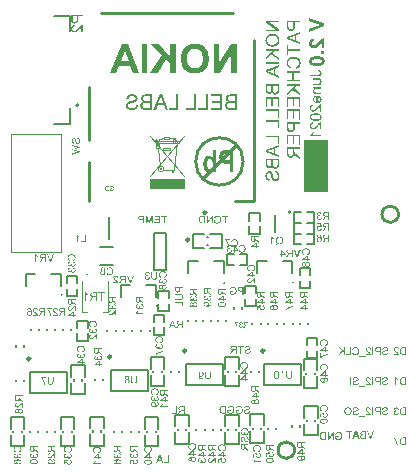
<source format=gbr>
%TF.GenerationSoftware,Altium Limited,Altium Designer,21.4.1 (30)*%
G04 Layer_Color=39423*
%FSLAX45Y45*%
%MOMM*%
%TF.SameCoordinates,F4A6E2B2-E63A-418B-8CEE-B9A354165880*%
%TF.FilePolarity,Positive*%
%TF.FileFunction,Legend,Bot*%
%TF.Part,Single*%
G01*
G75*
%TA.AperFunction,NonConductor*%
%ADD96C,0.20000*%
%ADD97C,0.25400*%
%ADD98C,0.15000*%
%ADD99C,0.30000*%
%ADD100C,0.25000*%
%ADD101C,0.10000*%
%ADD102C,0.12500*%
%ADD103C,0.12700*%
%ADD104C,0.15240*%
%ADD105R,2.00000X4.40000*%
%ADD106R,2.91978X0.73422*%
G36*
X1438800Y3342583D02*
X1389442D01*
Y3416266D01*
X1349604Y3457163D01*
X1282266Y3342583D01*
X1218455D01*
X1315406Y3491360D01*
X1223038Y3586549D01*
X1289317D01*
X1389442Y3477963D01*
Y3586549D01*
X1438800D01*
Y3342583D01*
D02*
G37*
G36*
X1950000D02*
X1904521D01*
Y3503347D01*
X1805454Y3342583D01*
X1756096D01*
Y3586549D01*
X1801576D01*
Y3422260D01*
X1902405Y3586549D01*
X1950000D01*
Y3342583D01*
D02*
G37*
G36*
X1194481D02*
X1145124D01*
Y3586549D01*
X1194481D01*
Y3342583D01*
D02*
G37*
G36*
X1122913D02*
X1070735D01*
X1050640Y3397934D01*
X952630D01*
X931477Y3342583D01*
X878242D01*
X976251Y3586549D01*
X1028429D01*
X1122913Y3342583D01*
D02*
G37*
G36*
X1606967Y3590780D02*
X1617191Y3589722D01*
X1626005Y3587959D01*
X1633761Y3586197D01*
X1636934Y3585139D01*
X1640107Y3584434D01*
X1642575Y3583729D01*
X1644690Y3582671D01*
X1646453Y3582318D01*
X1647863Y3581613D01*
X1648568Y3581261D01*
X1648921D01*
X1655266Y3578440D01*
X1661260Y3574915D01*
X1666548Y3571037D01*
X1671131Y3567511D01*
X1675009Y3564338D01*
X1678182Y3561518D01*
X1679945Y3559755D01*
X1680298Y3559403D01*
X1680650Y3559050D01*
X1685586Y3553409D01*
X1690169Y3547416D01*
X1694047Y3542128D01*
X1697220Y3536839D01*
X1699688Y3532256D01*
X1701803Y3528731D01*
X1702156Y3527320D01*
X1702861Y3526263D01*
X1703214Y3525910D01*
Y3525558D01*
X1706739Y3515686D01*
X1709559Y3505110D01*
X1711322Y3494533D01*
X1712732Y3484662D01*
X1713085Y3480078D01*
X1713438Y3475848D01*
X1713790Y3472322D01*
Y3469149D01*
X1714143Y3466329D01*
Y3464566D01*
Y3463156D01*
Y3462803D01*
X1713790Y3452227D01*
X1712732Y3442003D01*
X1711322Y3432484D01*
X1709207Y3423670D01*
X1706739Y3415561D01*
X1703919Y3408158D01*
X1701098Y3401107D01*
X1697925Y3395113D01*
X1695105Y3389473D01*
X1692284Y3384889D01*
X1689464Y3380659D01*
X1686996Y3377133D01*
X1684881Y3374665D01*
X1683471Y3372550D01*
X1682413Y3371492D01*
X1682060Y3371140D01*
X1675714Y3365146D01*
X1669016Y3360211D01*
X1662317Y3355628D01*
X1654914Y3352102D01*
X1647863Y3348929D01*
X1640459Y3346109D01*
X1633761Y3343993D01*
X1626710Y3342231D01*
X1620364Y3340820D01*
X1614370Y3339763D01*
X1609082Y3339058D01*
X1604499Y3338705D01*
X1600973Y3338352D01*
X1598153Y3338000D01*
X1595685D01*
X1585814Y3338352D01*
X1576647Y3339410D01*
X1567834Y3341173D01*
X1559725Y3343288D01*
X1551969Y3345756D01*
X1544918Y3348576D01*
X1538572Y3351397D01*
X1532578Y3354570D01*
X1527643Y3357743D01*
X1523059Y3360563D01*
X1519181Y3363384D01*
X1516008Y3365852D01*
X1513188Y3367967D01*
X1511425Y3369730D01*
X1510368Y3370787D01*
X1510015Y3371140D01*
X1504374Y3377838D01*
X1499438Y3384889D01*
X1494855Y3392293D01*
X1491330Y3399697D01*
X1488157Y3407453D01*
X1485336Y3415209D01*
X1483221Y3422965D01*
X1481458Y3430369D01*
X1480401Y3437067D01*
X1479343Y3443766D01*
X1478638Y3449406D01*
X1477933Y3454342D01*
Y3458573D01*
X1477580Y3461746D01*
Y3463508D01*
Y3464214D01*
X1477933Y3475143D01*
X1478990Y3485367D01*
X1480401Y3494886D01*
X1482516Y3504052D01*
X1484984Y3512161D01*
X1487804Y3519917D01*
X1490625Y3526968D01*
X1493798Y3532961D01*
X1496971Y3538602D01*
X1499791Y3543538D01*
X1502611Y3547768D01*
X1505079Y3551294D01*
X1506842Y3553762D01*
X1508605Y3555877D01*
X1509662Y3556935D01*
X1510015Y3557287D01*
X1516361Y3563281D01*
X1523059Y3568569D01*
X1530110Y3573152D01*
X1537162Y3577030D01*
X1544565Y3580203D01*
X1551616Y3583024D01*
X1558667Y3585139D01*
X1565366Y3586902D01*
X1571712Y3588312D01*
X1577705Y3589370D01*
X1582993Y3590075D01*
X1587576Y3590780D01*
X1591102D01*
X1593922Y3591132D01*
X1596390D01*
X1606967Y3590780D01*
D02*
G37*
G36*
X3068031Y1019266D02*
X3069629Y1019172D01*
X3071133Y1018890D01*
X3072542Y1018608D01*
X3073858Y1018232D01*
X3075080Y1017856D01*
X3076207Y1017387D01*
X3077241Y1016917D01*
X3078181Y1016447D01*
X3078933Y1015977D01*
X3079591Y1015601D01*
X3080155Y1015225D01*
X3080625Y1014943D01*
X3080906Y1014661D01*
X3081094Y1014567D01*
X3081188Y1014473D01*
X3082128Y1013533D01*
X3082974Y1012500D01*
X3083820Y1011372D01*
X3084478Y1010244D01*
X3085605Y1007989D01*
X3086357Y1005733D01*
X3086639Y1004699D01*
X3086921Y1003666D01*
X3087109Y1002820D01*
X3087297Y1002068D01*
X3087391Y1001410D01*
Y1000940D01*
X3087485Y1000658D01*
Y1000564D01*
X3079309Y999718D01*
X3079121Y1001880D01*
X3078745Y1003759D01*
X3078181Y1005451D01*
X3077523Y1006767D01*
X3076959Y1007895D01*
X3076395Y1008646D01*
X3076020Y1009116D01*
X3075832Y1009304D01*
X3074422Y1010432D01*
X3072918Y1011278D01*
X3071321Y1011936D01*
X3069911Y1012312D01*
X3068595Y1012594D01*
X3067467Y1012688D01*
X3067091Y1012782D01*
X3066528D01*
X3064554Y1012688D01*
X3062768Y1012312D01*
X3061265Y1011748D01*
X3059949Y1011184D01*
X3058915Y1010526D01*
X3058257Y1010056D01*
X3057787Y1009680D01*
X3057599Y1009492D01*
X3056472Y1008177D01*
X3055626Y1006861D01*
X3054968Y1005545D01*
X3054592Y1004229D01*
X3054310Y1003196D01*
X3054216Y1002256D01*
X3054122Y1001692D01*
Y1001598D01*
Y1001504D01*
X3054310Y999812D01*
X3054686Y998027D01*
X3055344Y996429D01*
X3056002Y994925D01*
X3056754Y993704D01*
X3057411Y992670D01*
X3057599Y992294D01*
X3057787Y992012D01*
X3057975Y991918D01*
Y991824D01*
X3058727Y990790D01*
X3059667Y989756D01*
X3060701Y988629D01*
X3061829Y987501D01*
X3064178Y985245D01*
X3066528Y982990D01*
X3067749Y981956D01*
X3068783Y981016D01*
X3069817Y980171D01*
X3070663Y979419D01*
X3071321Y978855D01*
X3071884Y978385D01*
X3072260Y978103D01*
X3072354Y978009D01*
X3074704Y976035D01*
X3076865Y974156D01*
X3078651Y972464D01*
X3080061Y971054D01*
X3081282Y969833D01*
X3082128Y968987D01*
X3082598Y968423D01*
X3082786Y968329D01*
Y968235D01*
X3084102Y966637D01*
X3085136Y965134D01*
X3086075Y963630D01*
X3086827Y962314D01*
X3087391Y961187D01*
X3087767Y960341D01*
X3087955Y959777D01*
X3088049Y959683D01*
Y959589D01*
X3088425Y958555D01*
X3088613Y957615D01*
X3088801Y956676D01*
X3088895Y955830D01*
X3088989Y955078D01*
Y954514D01*
Y954138D01*
Y954044D01*
X3045852D01*
Y961750D01*
X3077899D01*
X3076771Y963348D01*
X3076207Y964006D01*
X3075738Y964664D01*
X3075268Y965228D01*
X3074892Y965604D01*
X3074610Y965886D01*
X3074516Y965980D01*
X3074046Y966449D01*
X3073482Y966919D01*
X3072166Y968141D01*
X3070663Y969551D01*
X3069065Y970960D01*
X3067561Y972182D01*
X3066903Y972746D01*
X3066340Y973310D01*
X3065870Y973686D01*
X3065494Y973968D01*
X3065306Y974156D01*
X3065212Y974250D01*
X3063708Y975565D01*
X3062204Y976787D01*
X3060889Y978009D01*
X3059667Y979043D01*
X3058539Y980077D01*
X3057599Y981016D01*
X3056660Y981862D01*
X3055908Y982614D01*
X3055156Y983366D01*
X3054592Y983930D01*
X3054122Y984400D01*
X3053652Y984870D01*
X3053182Y985433D01*
X3052994Y985621D01*
X3051679Y987219D01*
X3050551Y988629D01*
X3049611Y990038D01*
X3048859Y991166D01*
X3048295Y992200D01*
X3047919Y992952D01*
X3047732Y993422D01*
X3047638Y993610D01*
X3047074Y995019D01*
X3046698Y996429D01*
X3046322Y997745D01*
X3046134Y998873D01*
X3046040Y999906D01*
X3045946Y1000658D01*
Y1001128D01*
Y1001316D01*
X3046040Y1002726D01*
X3046228Y1004041D01*
X3046416Y1005357D01*
X3046792Y1006485D01*
X3047732Y1008740D01*
X3048671Y1010526D01*
X3049235Y1011372D01*
X3049705Y1012030D01*
X3050175Y1012688D01*
X3050645Y1013157D01*
X3051021Y1013533D01*
X3051209Y1013909D01*
X3051397Y1014003D01*
X3051491Y1014097D01*
X3052525Y1015037D01*
X3053652Y1015883D01*
X3054874Y1016541D01*
X3056096Y1017105D01*
X3058539Y1018044D01*
X3060983Y1018702D01*
X3062016Y1018890D01*
X3063050Y1019078D01*
X3063990Y1019172D01*
X3064742Y1019266D01*
X3065400Y1019360D01*
X3066340D01*
X3068031Y1019266D01*
D02*
G37*
G36*
X2867666Y954044D02*
X2859020D01*
Y976599D01*
X2848400Y986843D01*
X2825281Y954044D01*
X2813909D01*
X2842385Y992670D01*
X2815131Y1019078D01*
X2826879D01*
X2859020Y986749D01*
Y1019078D01*
X2867666D01*
Y954044D01*
D02*
G37*
G36*
X2958451Y1020018D02*
X2961458Y1019548D01*
X2964089Y1018984D01*
X2965311Y1018608D01*
X2966439Y1018232D01*
X2967473Y1017856D01*
X2968412Y1017481D01*
X2969164Y1017199D01*
X2969916Y1016917D01*
X2970386Y1016635D01*
X2970762Y1016447D01*
X2971044Y1016353D01*
X2971138Y1016259D01*
X2973675Y1014661D01*
X2975837Y1012782D01*
X2977716Y1010902D01*
X2979314Y1009022D01*
X2980536Y1007331D01*
X2981006Y1006579D01*
X2981382Y1005921D01*
X2981758Y1005451D01*
X2981946Y1005075D01*
X2982040Y1004793D01*
X2982133Y1004699D01*
X2983449Y1001786D01*
X2984389Y998779D01*
X2985047Y995771D01*
X2985517Y993046D01*
X2985705Y991824D01*
X2985799Y990602D01*
X2985893Y989662D01*
Y988723D01*
X2985987Y988065D01*
Y987501D01*
Y987125D01*
Y987031D01*
X2985799Y983648D01*
X2985423Y980358D01*
X2984953Y977445D01*
X2984577Y976035D01*
X2984295Y974814D01*
X2984013Y973686D01*
X2983637Y972652D01*
X2983355Y971712D01*
X2983167Y970960D01*
X2982885Y970397D01*
X2982791Y969927D01*
X2982603Y969645D01*
Y969551D01*
X2981194Y966731D01*
X2979596Y964194D01*
X2977904Y962032D01*
X2977059Y961187D01*
X2976307Y960341D01*
X2975555Y959589D01*
X2974803Y958931D01*
X2974145Y958367D01*
X2973581Y957991D01*
X2973205Y957615D01*
X2972829Y957333D01*
X2972642Y957239D01*
X2972548Y957145D01*
X2971232Y956394D01*
X2969916Y955736D01*
X2967097Y954702D01*
X2964277Y953950D01*
X2961552Y953480D01*
X2960236Y953292D01*
X2959108Y953104D01*
X2958075Y953010D01*
X2957229D01*
X2956477Y952916D01*
X2955443D01*
X2953564Y953010D01*
X2951778Y953198D01*
X2950086Y953386D01*
X2948489Y953762D01*
X2946985Y954232D01*
X2945575Y954702D01*
X2944260Y955172D01*
X2943038Y955736D01*
X2942004Y956206D01*
X2940970Y956676D01*
X2940218Y957145D01*
X2939467Y957615D01*
X2938997Y957991D01*
X2938527Y958179D01*
X2938339Y958367D01*
X2938245Y958461D01*
X2936929Y959589D01*
X2935801Y960717D01*
X2934768Y962032D01*
X2933734Y963348D01*
X2932042Y965980D01*
X2930726Y968611D01*
X2930163Y969833D01*
X2929693Y970960D01*
X2929317Y971994D01*
X2929035Y972840D01*
X2928753Y973592D01*
X2928565Y974156D01*
X2928471Y974532D01*
Y974626D01*
X2937117Y976787D01*
X2937493Y975284D01*
X2937963Y973874D01*
X2938433Y972558D01*
X2938903Y971336D01*
X2939467Y970209D01*
X2940030Y969269D01*
X2940688Y968329D01*
X2941252Y967483D01*
X2941722Y966731D01*
X2942286Y966167D01*
X2942756Y965604D01*
X2943132Y965134D01*
X2943508Y964852D01*
X2943790Y964570D01*
X2943884Y964476D01*
X2943978Y964382D01*
X2944917Y963630D01*
X2945951Y963066D01*
X2948019Y962032D01*
X2949992Y961281D01*
X2951966Y960811D01*
X2953658Y960435D01*
X2954315Y960341D01*
X2954973D01*
X2955537Y960247D01*
X2956195D01*
X2958357Y960341D01*
X2960424Y960717D01*
X2962304Y961187D01*
X2963995Y961750D01*
X2965311Y962314D01*
X2965875Y962596D01*
X2966345Y962784D01*
X2966721Y962972D01*
X2967003Y963160D01*
X2967191Y963254D01*
X2967285D01*
X2969070Y964570D01*
X2970574Y965980D01*
X2971890Y967577D01*
X2972923Y969081D01*
X2973769Y970397D01*
X2974333Y971524D01*
X2974521Y971994D01*
X2974709Y972276D01*
X2974803Y972464D01*
Y972558D01*
X2975555Y975002D01*
X2976119Y977445D01*
X2976589Y979889D01*
X2976871Y982144D01*
X2976965Y983178D01*
X2977059Y984118D01*
Y984963D01*
X2977153Y985621D01*
Y986185D01*
Y986655D01*
Y986937D01*
Y987031D01*
X2977059Y989475D01*
X2976871Y991730D01*
X2976495Y993798D01*
X2976119Y995677D01*
X2975837Y997275D01*
X2975649Y997933D01*
X2975461Y998497D01*
X2975367Y998967D01*
X2975273Y999248D01*
X2975179Y999436D01*
Y999530D01*
X2974239Y1001692D01*
X2973205Y1003666D01*
X2972078Y1005263D01*
X2970856Y1006673D01*
X2969822Y1007801D01*
X2968976Y1008552D01*
X2968318Y1009022D01*
X2968224Y1009210D01*
X2968130D01*
X2966157Y1010432D01*
X2963995Y1011372D01*
X2961928Y1012030D01*
X2959954Y1012406D01*
X2958169Y1012688D01*
X2957417Y1012782D01*
X2956759D01*
X2956289Y1012876D01*
X2955537D01*
X2953188Y1012782D01*
X2951026Y1012406D01*
X2949240Y1011842D01*
X2947643Y1011278D01*
X2946421Y1010620D01*
X2945481Y1010150D01*
X2944917Y1009774D01*
X2944729Y1009586D01*
X2943226Y1008177D01*
X2941816Y1006579D01*
X2940688Y1004887D01*
X2939749Y1003196D01*
X2938997Y1001692D01*
X2938715Y1000940D01*
X2938527Y1000376D01*
X2938339Y999906D01*
X2938151Y999530D01*
X2938057Y999342D01*
Y999248D01*
X2929599Y1001222D01*
X2930163Y1002914D01*
X2930726Y1004417D01*
X2931478Y1005827D01*
X2932136Y1007237D01*
X2932888Y1008458D01*
X2933734Y1009586D01*
X2934486Y1010714D01*
X2935237Y1011654D01*
X2935989Y1012406D01*
X2936647Y1013157D01*
X2937305Y1013815D01*
X2937775Y1014285D01*
X2938245Y1014755D01*
X2938621Y1015037D01*
X2938809Y1015131D01*
X2938903Y1015225D01*
X2940218Y1016071D01*
X2941534Y1016917D01*
X2942850Y1017575D01*
X2944260Y1018138D01*
X2947079Y1018984D01*
X2949616Y1019548D01*
X2950838Y1019830D01*
X2951872Y1019924D01*
X2952906Y1020018D01*
X2953752Y1020112D01*
X2954409Y1020206D01*
X2955349D01*
X2958451Y1020018D01*
D02*
G37*
G36*
X3170469Y954044D02*
X3161823D01*
Y980452D01*
X3145189D01*
X3142745Y980546D01*
X3140396Y980734D01*
X3138328Y981016D01*
X3136449Y981392D01*
X3134663Y981768D01*
X3133159Y982238D01*
X3131750Y982802D01*
X3130528Y983366D01*
X3129494Y983836D01*
X3128554Y984400D01*
X3127802Y984870D01*
X3127239Y985339D01*
X3126769Y985621D01*
X3126487Y985903D01*
X3126299Y986091D01*
X3126205Y986185D01*
X3125265Y987313D01*
X3124419Y988441D01*
X3123761Y989569D01*
X3123103Y990790D01*
X3122540Y992012D01*
X3122164Y993140D01*
X3121506Y995301D01*
X3121318Y996335D01*
X3121130Y997275D01*
X3121036Y998121D01*
X3120942Y998779D01*
X3120848Y999436D01*
Y999812D01*
Y1000094D01*
Y1000188D01*
X3120942Y1001974D01*
X3121130Y1003666D01*
X3121506Y1005169D01*
X3121788Y1006485D01*
X3122164Y1007613D01*
X3122540Y1008458D01*
X3122728Y1008928D01*
X3122822Y1009116D01*
X3123573Y1010526D01*
X3124513Y1011748D01*
X3125359Y1012876D01*
X3126205Y1013721D01*
X3126957Y1014379D01*
X3127521Y1014943D01*
X3127896Y1015225D01*
X3128084Y1015319D01*
X3129306Y1016071D01*
X3130716Y1016729D01*
X3132032Y1017293D01*
X3133253Y1017763D01*
X3134381Y1018044D01*
X3135227Y1018232D01*
X3135885Y1018420D01*
X3136073D01*
X3137482Y1018608D01*
X3139080Y1018796D01*
X3140772Y1018890D01*
X3142369Y1018984D01*
X3143779Y1019078D01*
X3170469D01*
Y954044D01*
D02*
G37*
G36*
X3108443D02*
X3099796D01*
Y1019078D01*
X3108443D01*
Y954044D01*
D02*
G37*
G36*
X2918227D02*
X2877534D01*
Y961750D01*
X2909581D01*
Y1019078D01*
X2918227D01*
Y954044D01*
D02*
G37*
G36*
X3211163Y1020112D02*
X3213324Y1019830D01*
X3215392Y1019454D01*
X3217177Y1019078D01*
X3218587Y1018702D01*
X3219245Y1018514D01*
X3219715Y1018326D01*
X3220091Y1018138D01*
X3220373Y1018044D01*
X3220561Y1017950D01*
X3220655D01*
X3222534Y1017011D01*
X3224226Y1015977D01*
X3225636Y1014849D01*
X3226763Y1013815D01*
X3227609Y1012876D01*
X3228267Y1012124D01*
X3228737Y1011560D01*
X3228831Y1011466D01*
Y1011372D01*
X3229771Y1009774D01*
X3230429Y1008177D01*
X3230899Y1006579D01*
X3231180Y1005169D01*
X3231368Y1003947D01*
X3231556Y1003008D01*
Y1002632D01*
Y1002350D01*
Y1002256D01*
Y1002162D01*
X3231462Y1000564D01*
X3231180Y999060D01*
X3230805Y997651D01*
X3230429Y996429D01*
X3230053Y995489D01*
X3229677Y994737D01*
X3229395Y994268D01*
X3229301Y994080D01*
X3228361Y992764D01*
X3227233Y991542D01*
X3226106Y990508D01*
X3224978Y989662D01*
X3224038Y988911D01*
X3223192Y988441D01*
X3222628Y988065D01*
X3222534Y987971D01*
X3222440D01*
X3221689Y987595D01*
X3220843Y987219D01*
X3218963Y986561D01*
X3216802Y985903D01*
X3214734Y985245D01*
X3212854Y984682D01*
X3212009Y984494D01*
X3211257Y984306D01*
X3210693Y984118D01*
X3210223Y984024D01*
X3209941Y983930D01*
X3209847D01*
X3208249Y983554D01*
X3206746Y983178D01*
X3205430Y982802D01*
X3204302Y982520D01*
X3203174Y982238D01*
X3202235Y981956D01*
X3201389Y981768D01*
X3200731Y981486D01*
X3200073Y981298D01*
X3199603Y981204D01*
X3198851Y980922D01*
X3198381Y980828D01*
X3198287Y980734D01*
X3196878Y980171D01*
X3195656Y979513D01*
X3194622Y978855D01*
X3193870Y978291D01*
X3193213Y977727D01*
X3192837Y977351D01*
X3192555Y977069D01*
X3192461Y976975D01*
X3191803Y976129D01*
X3191333Y975190D01*
X3191051Y974250D01*
X3190769Y973498D01*
X3190675Y972746D01*
X3190581Y972182D01*
Y971712D01*
Y971618D01*
X3190675Y970491D01*
X3190863Y969457D01*
X3191145Y968517D01*
X3191521Y967765D01*
X3191897Y967013D01*
X3192179Y966543D01*
X3192367Y966167D01*
X3192461Y966074D01*
X3193213Y965134D01*
X3194152Y964382D01*
X3195092Y963724D01*
X3195938Y963066D01*
X3196784Y962690D01*
X3197442Y962314D01*
X3197912Y962126D01*
X3198100Y962032D01*
X3199509Y961562D01*
X3201013Y961187D01*
X3202517Y960999D01*
X3203832Y960811D01*
X3204960Y960717D01*
X3205900Y960623D01*
X3206746D01*
X3208813Y960717D01*
X3210693Y960905D01*
X3212384Y961187D01*
X3213888Y961562D01*
X3215110Y961938D01*
X3216050Y962220D01*
X3216332Y962314D01*
X3216614Y962408D01*
X3216708Y962502D01*
X3216802D01*
X3218305Y963254D01*
X3219715Y964100D01*
X3220749Y964946D01*
X3221689Y965792D01*
X3222440Y966449D01*
X3222910Y967107D01*
X3223192Y967483D01*
X3223286Y967577D01*
X3223944Y968799D01*
X3224602Y970115D01*
X3224978Y971524D01*
X3225354Y972746D01*
X3225636Y973968D01*
X3225824Y974814D01*
Y975190D01*
X3225918Y975472D01*
Y975565D01*
Y975659D01*
X3234000Y974908D01*
X3233812Y972558D01*
X3233436Y970303D01*
X3232872Y968329D01*
X3232214Y966543D01*
X3231556Y965134D01*
X3231274Y964570D01*
X3231087Y964100D01*
X3230805Y963724D01*
X3230711Y963442D01*
X3230523Y963254D01*
Y963160D01*
X3229113Y961375D01*
X3227609Y959777D01*
X3226012Y958461D01*
X3224508Y957333D01*
X3223192Y956488D01*
X3222064Y955924D01*
X3221689Y955736D01*
X3221407Y955548D01*
X3221219Y955454D01*
X3221125D01*
X3218775Y954608D01*
X3216332Y953950D01*
X3213888Y953574D01*
X3211539Y953198D01*
X3210411Y953104D01*
X3209471Y953010D01*
X3208625D01*
X3207873Y952916D01*
X3206370D01*
X3203832Y953010D01*
X3201483Y953292D01*
X3199321Y953762D01*
X3197536Y954232D01*
X3196032Y954608D01*
X3195374Y954890D01*
X3194810Y955078D01*
X3194434Y955266D01*
X3194152Y955360D01*
X3193964Y955454D01*
X3193870D01*
X3191897Y956488D01*
X3190205Y957615D01*
X3188702Y958837D01*
X3187480Y959965D01*
X3186540Y960905D01*
X3185882Y961750D01*
X3185412Y962314D01*
X3185318Y962408D01*
Y962502D01*
X3184284Y964288D01*
X3183533Y965980D01*
X3183063Y967577D01*
X3182687Y969081D01*
X3182499Y970397D01*
X3182311Y971430D01*
Y971806D01*
Y972088D01*
Y972182D01*
Y972276D01*
X3182405Y974156D01*
X3182687Y975941D01*
X3183157Y977539D01*
X3183627Y978855D01*
X3184190Y979983D01*
X3184566Y980828D01*
X3184942Y981298D01*
X3185036Y981486D01*
X3186164Y982896D01*
X3187480Y984212D01*
X3188889Y985339D01*
X3190299Y986373D01*
X3191521Y987125D01*
X3192555Y987689D01*
X3192931Y987877D01*
X3193213Y988065D01*
X3193401Y988159D01*
X3193495D01*
X3194246Y988535D01*
X3195186Y988817D01*
X3196220Y989193D01*
X3197348Y989569D01*
X3199697Y990226D01*
X3202141Y990884D01*
X3203268Y991166D01*
X3204302Y991448D01*
X3205336Y991730D01*
X3206182Y991918D01*
X3206840Y992106D01*
X3207404Y992200D01*
X3207779Y992294D01*
X3207873D01*
X3209753Y992764D01*
X3211445Y993140D01*
X3212948Y993610D01*
X3214264Y993986D01*
X3215486Y994455D01*
X3216520Y994831D01*
X3217459Y995207D01*
X3218305Y995489D01*
X3218963Y995865D01*
X3219527Y996147D01*
X3219903Y996335D01*
X3220279Y996617D01*
X3220749Y996899D01*
X3220843Y996993D01*
X3221689Y997933D01*
X3222252Y998873D01*
X3222722Y999812D01*
X3223004Y1000752D01*
X3223192Y1001504D01*
X3223286Y1002162D01*
Y1002538D01*
Y1002726D01*
X3223098Y1004229D01*
X3222722Y1005545D01*
X3222158Y1006673D01*
X3221501Y1007707D01*
X3220937Y1008458D01*
X3220373Y1009116D01*
X3219997Y1009492D01*
X3219809Y1009586D01*
X3219057Y1010056D01*
X3218305Y1010526D01*
X3216520Y1011278D01*
X3214640Y1011748D01*
X3212760Y1012124D01*
X3211069Y1012312D01*
X3210317Y1012406D01*
X3209753Y1012500D01*
X3208437D01*
X3205806Y1012406D01*
X3203456Y1012030D01*
X3201577Y1011466D01*
X3199979Y1010902D01*
X3198757Y1010338D01*
X3197818Y1009774D01*
X3197348Y1009398D01*
X3197160Y1009304D01*
X3195844Y1007989D01*
X3194810Y1006579D01*
X3193964Y1005075D01*
X3193401Y1003572D01*
X3193025Y1002162D01*
X3192743Y1001128D01*
X3192649Y1000658D01*
X3192555Y1000376D01*
Y1000188D01*
Y1000094D01*
X3184284Y1000752D01*
X3184472Y1002820D01*
X3184942Y1004699D01*
X3185412Y1006485D01*
X3186070Y1007989D01*
X3186634Y1009210D01*
X3187104Y1010150D01*
X3187292Y1010432D01*
X3187480Y1010714D01*
X3187574Y1010808D01*
Y1010902D01*
X3188796Y1012500D01*
X3190111Y1013909D01*
X3191521Y1015131D01*
X3192931Y1016071D01*
X3194152Y1016917D01*
X3195092Y1017387D01*
X3195468Y1017575D01*
X3195750Y1017763D01*
X3195938Y1017856D01*
X3196032D01*
X3198100Y1018608D01*
X3200355Y1019172D01*
X3202423Y1019642D01*
X3204396Y1019924D01*
X3206182Y1020112D01*
X3206840D01*
X3207498Y1020206D01*
X3208719D01*
X3211163Y1020112D01*
D02*
G37*
G36*
X3042469Y936000D02*
X2989558D01*
Y941733D01*
X3042469D01*
Y936000D01*
D02*
G37*
G36*
X2309425Y3770116D02*
X2220051D01*
X2309425Y3710534D01*
Y3694897D01*
X2195527D01*
Y3709381D01*
X2285065D01*
X2195527Y3769128D01*
Y3784600D01*
X2309425D01*
Y3770116D01*
D02*
G37*
G36*
X2259718Y3673830D02*
X2264820Y3673171D01*
X2269758Y3672184D01*
X2271898Y3671525D01*
X2274038Y3670867D01*
X2275848Y3670373D01*
X2277494Y3669715D01*
X2278975Y3669221D01*
X2280292Y3668727D01*
X2281280Y3668398D01*
X2281938Y3668069D01*
X2282432Y3667740D01*
X2282596D01*
X2287370Y3664942D01*
X2291484Y3661979D01*
X2295105Y3658687D01*
X2298068Y3655560D01*
X2300537Y3652762D01*
X2301524Y3651610D01*
X2302183Y3650622D01*
X2302841Y3649635D01*
X2303335Y3648976D01*
X2303500Y3648647D01*
X2303664Y3648482D01*
X2304981Y3646014D01*
X2306133Y3643545D01*
X2308108Y3638607D01*
X2309425Y3633834D01*
X2310412Y3629390D01*
X2310742Y3627250D01*
X2310906Y3625440D01*
X2311235Y3623794D01*
Y3622312D01*
X2311400Y3621325D01*
Y3619679D01*
X2311071Y3614247D01*
X2310248Y3609145D01*
X2309260Y3604372D01*
X2308602Y3602232D01*
X2307944Y3600257D01*
X2307285Y3598446D01*
X2306627Y3596801D01*
X2306133Y3595484D01*
X2305639Y3594332D01*
X2305146Y3593344D01*
X2304816Y3592521D01*
X2304487Y3592192D01*
Y3592027D01*
X2301524Y3587419D01*
X2298233Y3583469D01*
X2294776Y3580177D01*
X2291484Y3577379D01*
X2288357Y3575074D01*
X2287205Y3574251D01*
X2286053Y3573593D01*
X2285065Y3572935D01*
X2284407Y3572606D01*
X2283913Y3572276D01*
X2283749D01*
X2281115Y3570960D01*
X2278482Y3569972D01*
X2273215Y3568162D01*
X2267948Y3566845D01*
X2263175Y3566022D01*
X2261035Y3565857D01*
X2259060Y3565528D01*
X2257249Y3565363D01*
X2255768D01*
X2254451Y3565199D01*
X2253628D01*
X2252970D01*
X2252805D01*
X2246551Y3565528D01*
X2240790Y3566186D01*
X2238157Y3566680D01*
X2235523Y3567339D01*
X2233219Y3567997D01*
X2231079Y3568491D01*
X2229104Y3569149D01*
X2227293Y3569807D01*
X2225812Y3570301D01*
X2224495Y3570960D01*
X2223508Y3571289D01*
X2222850Y3571618D01*
X2222356Y3571947D01*
X2222191D01*
X2217418Y3574581D01*
X2213139Y3577708D01*
X2209518Y3581000D01*
X2206555Y3583962D01*
X2204251Y3586760D01*
X2203263Y3588077D01*
X2202440Y3589065D01*
X2201946Y3590052D01*
X2201453Y3590711D01*
X2201288Y3591040D01*
X2201123Y3591204D01*
X2199807Y3593673D01*
X2198654Y3596142D01*
X2196679Y3600915D01*
X2195363Y3605853D01*
X2194540Y3610132D01*
X2194210Y3612108D01*
X2193881Y3614083D01*
X2193717Y3615564D01*
Y3617045D01*
X2193552Y3618197D01*
Y3619679D01*
X2193717Y3624123D01*
X2194210Y3628238D01*
X2195033Y3632188D01*
X2196021Y3635973D01*
X2197338Y3639430D01*
X2198654Y3642722D01*
X2200136Y3645684D01*
X2201617Y3648318D01*
X2203098Y3650787D01*
X2204580Y3652926D01*
X2205897Y3654737D01*
X2207213Y3656218D01*
X2208201Y3657370D01*
X2209024Y3658358D01*
X2209518Y3658852D01*
X2209682Y3659016D01*
X2212809Y3661650D01*
X2216101Y3663954D01*
X2219722Y3666094D01*
X2223343Y3667740D01*
X2227129Y3669221D01*
X2230750Y3670538D01*
X2234371Y3671525D01*
X2237827Y3672184D01*
X2241119Y3672842D01*
X2244246Y3673336D01*
X2247045Y3673665D01*
X2249349Y3673994D01*
X2251324D01*
X2252805Y3674159D01*
X2253793D01*
X2253957D01*
X2254122D01*
X2259718Y3673830D01*
D02*
G37*
G36*
X2309425Y3531293D02*
X2269923D01*
X2251982Y3512694D01*
X2309425Y3472204D01*
Y3452289D01*
X2241778Y3502160D01*
X2195527Y3454428D01*
Y3475002D01*
X2252147Y3531293D01*
X2195527D01*
Y3546435D01*
X2309425D01*
Y3531293D01*
D02*
G37*
G36*
Y3422004D02*
X2195527D01*
Y3437146D01*
X2309425D01*
Y3422004D01*
D02*
G37*
G36*
Y3391883D02*
X2274861Y3379539D01*
Y3331807D01*
X2309425Y3318475D01*
Y3301358D01*
X2195527Y3347937D01*
Y3364397D01*
X2309425Y3407849D01*
Y3391883D01*
D02*
G37*
G36*
Y3202109D02*
X2309260Y3198159D01*
X2309096Y3194702D01*
X2308767Y3191575D01*
X2308437Y3188942D01*
X2308108Y3186802D01*
X2307944Y3185156D01*
X2307614Y3184168D01*
Y3183839D01*
X2306791Y3181041D01*
X2305968Y3178737D01*
X2304981Y3176597D01*
X2303993Y3174787D01*
X2303335Y3173305D01*
X2302677Y3172153D01*
X2302183Y3171495D01*
X2302018Y3171330D01*
X2300537Y3169520D01*
X2298726Y3167874D01*
X2296916Y3166557D01*
X2295270Y3165240D01*
X2293624Y3164253D01*
X2292472Y3163594D01*
X2291649Y3163101D01*
X2291320Y3162936D01*
X2288686Y3161784D01*
X2286053Y3160961D01*
X2283584Y3160303D01*
X2281280Y3159973D01*
X2279305Y3159644D01*
X2277659Y3159480D01*
X2276671D01*
X2276506D01*
X2276342D01*
X2272721Y3159644D01*
X2269429Y3160303D01*
X2266631Y3161290D01*
X2263998Y3162278D01*
X2262022Y3163265D01*
X2260541Y3164253D01*
X2259554Y3164911D01*
X2259224Y3165076D01*
X2256591Y3167380D01*
X2254451Y3169849D01*
X2252641Y3172647D01*
X2251159Y3175116D01*
X2250007Y3177420D01*
X2249349Y3179395D01*
X2249020Y3180054D01*
X2248855Y3180547D01*
X2248690Y3180877D01*
Y3181041D01*
X2247045Y3178243D01*
X2245399Y3175774D01*
X2243588Y3173799D01*
X2241942Y3172153D01*
X2240625Y3170836D01*
X2239309Y3169849D01*
X2238650Y3169355D01*
X2238321Y3169191D01*
X2235852Y3167874D01*
X2233548Y3166886D01*
X2231244Y3166063D01*
X2229104Y3165569D01*
X2227293Y3165240D01*
X2225812Y3165076D01*
X2224989D01*
X2224660D01*
X2221862Y3165240D01*
X2219064Y3165734D01*
X2216595Y3166557D01*
X2214291Y3167380D01*
X2212316Y3168203D01*
X2210999Y3169026D01*
X2210011Y3169520D01*
X2209682Y3169684D01*
X2207213Y3171495D01*
X2204909Y3173470D01*
X2203098Y3175610D01*
X2201617Y3177585D01*
X2200465Y3179231D01*
X2199642Y3180712D01*
X2199148Y3181700D01*
X2198984Y3181864D01*
Y3182029D01*
X2197832Y3185156D01*
X2197009Y3188612D01*
X2196350Y3192069D01*
X2196021Y3195361D01*
X2195692Y3198323D01*
Y3199640D01*
X2195527Y3200792D01*
Y3245561D01*
X2309425D01*
Y3202109D01*
D02*
G37*
G36*
Y3053482D02*
X2295928D01*
Y3123434D01*
X2257249D01*
Y3060395D01*
X2243753D01*
Y3123434D01*
X2209024D01*
Y3056116D01*
X2195527D01*
Y3138576D01*
X2309425D01*
Y3053482D01*
D02*
G37*
G36*
Y2961969D02*
X2295928D01*
Y3018095D01*
X2195527D01*
Y3033238D01*
X2309425D01*
Y2961969D01*
D02*
G37*
G36*
Y2873419D02*
X2295928D01*
Y2929545D01*
X2195527D01*
Y2944687D01*
X2309425D01*
Y2873419D01*
D02*
G37*
G36*
Y2740593D02*
X2295928D01*
Y2796719D01*
X2195527D01*
Y2811861D01*
X2309425D01*
Y2740593D01*
D02*
G37*
G36*
Y2719196D02*
X2274861Y2706852D01*
Y2659120D01*
X2309425Y2645788D01*
Y2628670D01*
X2195527Y2675250D01*
Y2691709D01*
X2309425Y2735161D01*
Y2719196D01*
D02*
G37*
G36*
Y2573697D02*
X2309260Y2569746D01*
X2309096Y2566290D01*
X2308767Y2563163D01*
X2308437Y2560529D01*
X2308108Y2558390D01*
X2307944Y2556744D01*
X2307614Y2555756D01*
Y2555427D01*
X2306791Y2552629D01*
X2305968Y2550325D01*
X2304981Y2548185D01*
X2303993Y2546374D01*
X2303335Y2544893D01*
X2302677Y2543741D01*
X2302183Y2543083D01*
X2302018Y2542918D01*
X2300537Y2541107D01*
X2298726Y2539462D01*
X2296916Y2538145D01*
X2295270Y2536828D01*
X2293624Y2535840D01*
X2292472Y2535182D01*
X2291649Y2534688D01*
X2291320Y2534524D01*
X2288686Y2533372D01*
X2286053Y2532549D01*
X2283584Y2531890D01*
X2281280Y2531561D01*
X2279305Y2531232D01*
X2277659Y2531067D01*
X2276671D01*
X2276506D01*
X2276342D01*
X2272721Y2531232D01*
X2269429Y2531890D01*
X2266631Y2532878D01*
X2263998Y2533865D01*
X2262022Y2534853D01*
X2260541Y2535840D01*
X2259554Y2536499D01*
X2259224Y2536663D01*
X2256591Y2538968D01*
X2254451Y2541437D01*
X2252641Y2544235D01*
X2251159Y2546704D01*
X2250007Y2549008D01*
X2249349Y2550983D01*
X2249020Y2551641D01*
X2248855Y2552135D01*
X2248690Y2552464D01*
Y2552629D01*
X2247045Y2549831D01*
X2245399Y2547362D01*
X2243588Y2545387D01*
X2241942Y2543741D01*
X2240625Y2542424D01*
X2239309Y2541437D01*
X2238650Y2540943D01*
X2238321Y2540778D01*
X2235852Y2539462D01*
X2233548Y2538474D01*
X2231244Y2537651D01*
X2229104Y2537157D01*
X2227293Y2536828D01*
X2225812Y2536663D01*
X2224989D01*
X2224660D01*
X2221862Y2536828D01*
X2219064Y2537322D01*
X2216595Y2538145D01*
X2214291Y2538968D01*
X2212316Y2539791D01*
X2210999Y2540614D01*
X2210011Y2541107D01*
X2209682Y2541272D01*
X2207213Y2543083D01*
X2204909Y2545058D01*
X2203098Y2547197D01*
X2201617Y2549172D01*
X2200465Y2550818D01*
X2199642Y2552300D01*
X2199148Y2553287D01*
X2198984Y2553452D01*
Y2553616D01*
X2197832Y2556744D01*
X2197009Y2560200D01*
X2196350Y2563657D01*
X2196021Y2566948D01*
X2195692Y2569911D01*
Y2571228D01*
X2195527Y2572380D01*
Y2617149D01*
X2309425D01*
Y2573697D01*
D02*
G37*
G36*
X2277000Y2515102D02*
X2280950Y2514444D01*
X2284407Y2513456D01*
X2287534Y2512304D01*
X2290003Y2511152D01*
X2290991Y2510658D01*
X2291814Y2510329D01*
X2292472Y2509835D01*
X2292966Y2509670D01*
X2293295Y2509341D01*
X2293459D01*
X2296587Y2506872D01*
X2299385Y2504239D01*
X2301689Y2501441D01*
X2303664Y2498807D01*
X2305146Y2496503D01*
X2306133Y2494528D01*
X2306462Y2493870D01*
X2306791Y2493376D01*
X2306956Y2493047D01*
Y2492882D01*
X2308437Y2488767D01*
X2309589Y2484488D01*
X2310248Y2480208D01*
X2310906Y2476094D01*
X2311071Y2474118D01*
X2311235Y2472473D01*
Y2470991D01*
X2311400Y2469675D01*
Y2467041D01*
X2311235Y2462597D01*
X2310742Y2458482D01*
X2309919Y2454697D01*
X2309096Y2451569D01*
X2308437Y2448936D01*
X2307944Y2447784D01*
X2307614Y2446796D01*
X2307285Y2446138D01*
X2307121Y2445644D01*
X2306956Y2445315D01*
Y2445150D01*
X2305146Y2441694D01*
X2303170Y2438731D01*
X2301031Y2436098D01*
X2299056Y2433958D01*
X2297410Y2432312D01*
X2295928Y2431160D01*
X2294941Y2430337D01*
X2294776Y2430172D01*
X2294612D01*
X2291484Y2428362D01*
X2288522Y2427045D01*
X2285724Y2426222D01*
X2283090Y2425564D01*
X2280786Y2425235D01*
X2278975Y2424905D01*
X2278317D01*
X2277823D01*
X2277659D01*
X2277494D01*
X2274202Y2425070D01*
X2271075Y2425564D01*
X2268277Y2426387D01*
X2265973Y2427210D01*
X2263998Y2428197D01*
X2262516Y2428856D01*
X2261693Y2429514D01*
X2261364Y2429679D01*
X2258895Y2431654D01*
X2256591Y2433958D01*
X2254616Y2436427D01*
X2252805Y2438896D01*
X2251489Y2441036D01*
X2250501Y2442846D01*
X2250172Y2443504D01*
X2249843Y2443998D01*
X2249678Y2444327D01*
Y2444492D01*
X2249020Y2445809D01*
X2248526Y2447455D01*
X2247867Y2449265D01*
X2247209Y2451240D01*
X2246057Y2455355D01*
X2244905Y2459634D01*
X2244411Y2461610D01*
X2243917Y2463420D01*
X2243424Y2465231D01*
X2243094Y2466712D01*
X2242765Y2467864D01*
X2242601Y2468852D01*
X2242436Y2469510D01*
Y2469675D01*
X2241613Y2472966D01*
X2240955Y2475929D01*
X2240132Y2478562D01*
X2239473Y2480867D01*
X2238650Y2483006D01*
X2237992Y2484817D01*
X2237334Y2486463D01*
X2236840Y2487944D01*
X2236181Y2489096D01*
X2235688Y2490084D01*
X2235358Y2490742D01*
X2234865Y2491401D01*
X2234371Y2492224D01*
X2234206Y2492388D01*
X2232560Y2493870D01*
X2230915Y2494857D01*
X2229269Y2495680D01*
X2227623Y2496174D01*
X2226306Y2496503D01*
X2225154Y2496668D01*
X2224495D01*
X2224166D01*
X2221533Y2496338D01*
X2219228Y2495680D01*
X2217253Y2494692D01*
X2215443Y2493540D01*
X2214126Y2492553D01*
X2212974Y2491565D01*
X2212316Y2490907D01*
X2212151Y2490578D01*
X2211328Y2489261D01*
X2210505Y2487944D01*
X2209188Y2484817D01*
X2208365Y2481525D01*
X2207707Y2478233D01*
X2207378Y2475271D01*
X2207213Y2473954D01*
X2207049Y2472966D01*
Y2470662D01*
X2207213Y2466053D01*
X2207872Y2461939D01*
X2208859Y2458647D01*
X2209847Y2455849D01*
X2210834Y2453709D01*
X2211822Y2452063D01*
X2212480Y2451240D01*
X2212645Y2450911D01*
X2214949Y2448607D01*
X2217418Y2446796D01*
X2220051Y2445315D01*
X2222685Y2444327D01*
X2225154Y2443669D01*
X2226964Y2443175D01*
X2227787Y2443011D01*
X2228281Y2442846D01*
X2228610D01*
X2228775D01*
X2227623Y2428362D01*
X2224002Y2428691D01*
X2220710Y2429514D01*
X2217583Y2430337D01*
X2214949Y2431489D01*
X2212809Y2432477D01*
X2211163Y2433300D01*
X2210670Y2433629D01*
X2210176Y2433958D01*
X2210011Y2434123D01*
X2209847D01*
X2207049Y2436262D01*
X2204580Y2438567D01*
X2202440Y2441036D01*
X2200794Y2443504D01*
X2199313Y2445644D01*
X2198490Y2447290D01*
X2198161Y2447948D01*
X2197832Y2448442D01*
X2197667Y2448771D01*
Y2448936D01*
X2196350Y2452557D01*
X2195363Y2456507D01*
X2194540Y2460128D01*
X2194046Y2463585D01*
X2193717Y2466712D01*
Y2467864D01*
X2193552Y2469016D01*
Y2471156D01*
X2193717Y2475435D01*
X2194210Y2479221D01*
X2194869Y2482842D01*
X2195527Y2485969D01*
X2196186Y2488438D01*
X2196515Y2489590D01*
X2196844Y2490413D01*
X2197173Y2491071D01*
X2197338Y2491565D01*
X2197502Y2491894D01*
Y2492059D01*
X2199148Y2495351D01*
X2200959Y2498314D01*
X2202934Y2500782D01*
X2204744Y2502758D01*
X2206390Y2504239D01*
X2207707Y2505391D01*
X2208695Y2506214D01*
X2208859Y2506379D01*
X2209024D01*
X2211822Y2508024D01*
X2214620Y2509177D01*
X2217418Y2510000D01*
X2219887Y2510493D01*
X2222027Y2510823D01*
X2223672Y2511152D01*
X2224331D01*
X2224825D01*
X2224989D01*
X2225154D01*
X2227952Y2510987D01*
X2230585Y2510493D01*
X2233054Y2509835D01*
X2235194Y2509177D01*
X2236840Y2508518D01*
X2238157Y2507860D01*
X2238980Y2507366D01*
X2239309Y2507201D01*
X2241613Y2505556D01*
X2243753Y2503580D01*
X2245563Y2501605D01*
X2247045Y2499630D01*
X2248361Y2497984D01*
X2249184Y2496503D01*
X2249843Y2495515D01*
X2250007Y2495351D01*
Y2495186D01*
X2250666Y2493870D01*
X2251324Y2492388D01*
X2252476Y2489096D01*
X2253628Y2485311D01*
X2254780Y2481690D01*
X2255768Y2478398D01*
X2256097Y2476917D01*
X2256426Y2475600D01*
X2256755Y2474612D01*
X2256920Y2473789D01*
X2257085Y2473296D01*
Y2473131D01*
X2257743Y2470333D01*
X2258401Y2467699D01*
X2259060Y2465395D01*
X2259554Y2463420D01*
X2260047Y2461445D01*
X2260541Y2459799D01*
X2260870Y2458318D01*
X2261364Y2457166D01*
X2261693Y2456013D01*
X2261858Y2455190D01*
X2262352Y2453874D01*
X2262516Y2453051D01*
X2262681Y2452886D01*
X2263668Y2450417D01*
X2264820Y2448278D01*
X2265973Y2446467D01*
X2266960Y2445150D01*
X2267948Y2443998D01*
X2268606Y2443340D01*
X2269100Y2442846D01*
X2269264Y2442681D01*
X2270746Y2441529D01*
X2272392Y2440706D01*
X2274038Y2440213D01*
X2275354Y2439719D01*
X2276671Y2439554D01*
X2277659Y2439390D01*
X2278482D01*
X2278646D01*
X2280621Y2439554D01*
X2282432Y2439883D01*
X2284078Y2440377D01*
X2285394Y2441036D01*
X2286711Y2441694D01*
X2287534Y2442188D01*
X2288193Y2442517D01*
X2288357Y2442681D01*
X2290003Y2443998D01*
X2291320Y2445644D01*
X2292472Y2447290D01*
X2293624Y2448771D01*
X2294282Y2450253D01*
X2294941Y2451405D01*
X2295270Y2452228D01*
X2295435Y2452557D01*
X2296258Y2455026D01*
X2296916Y2457659D01*
X2297245Y2460293D01*
X2297574Y2462597D01*
X2297739Y2464572D01*
X2297903Y2466218D01*
Y2467699D01*
X2297739Y2471320D01*
X2297410Y2474612D01*
X2296916Y2477575D01*
X2296258Y2480208D01*
X2295599Y2482348D01*
X2295105Y2483994D01*
X2294941Y2484488D01*
X2294776Y2484982D01*
X2294612Y2485146D01*
Y2485311D01*
X2293295Y2487944D01*
X2291814Y2490413D01*
X2290332Y2492224D01*
X2288851Y2493870D01*
X2287699Y2495186D01*
X2286547Y2496009D01*
X2285888Y2496503D01*
X2285724Y2496668D01*
X2283584Y2497820D01*
X2281280Y2498972D01*
X2278811Y2499630D01*
X2276671Y2500289D01*
X2274531Y2500782D01*
X2273050Y2501112D01*
X2272392D01*
X2271898Y2501276D01*
X2271733D01*
X2271569D01*
X2272885Y2515431D01*
X2277000Y2515102D01*
D02*
G37*
G36*
X1950000Y3030256D02*
X1900378D01*
X1895867Y3030444D01*
X1891920Y3030631D01*
X1888349Y3031007D01*
X1885342Y3031383D01*
X1882898Y3031759D01*
X1881019Y3031947D01*
X1879891Y3032323D01*
X1879515D01*
X1876320Y3033263D01*
X1873688Y3034203D01*
X1871245Y3035330D01*
X1869177Y3036458D01*
X1867485Y3037210D01*
X1866170Y3037962D01*
X1865418Y3038526D01*
X1865230Y3038714D01*
X1863162Y3040405D01*
X1861283Y3042473D01*
X1859779Y3044541D01*
X1858275Y3046420D01*
X1857148Y3048300D01*
X1856396Y3049615D01*
X1855832Y3050555D01*
X1855644Y3050931D01*
X1854328Y3053939D01*
X1853388Y3056946D01*
X1852637Y3059765D01*
X1852261Y3062397D01*
X1851885Y3064652D01*
X1851697Y3066532D01*
Y3067660D01*
Y3067848D01*
Y3068036D01*
X1851885Y3072171D01*
X1852637Y3075930D01*
X1853764Y3079125D01*
X1854892Y3082133D01*
X1856020Y3084388D01*
X1857148Y3086080D01*
X1857900Y3087207D01*
X1858087Y3087583D01*
X1860719Y3090591D01*
X1863538Y3093034D01*
X1866734Y3095102D01*
X1869553Y3096793D01*
X1872184Y3098109D01*
X1874440Y3098861D01*
X1875192Y3099237D01*
X1875756Y3099425D01*
X1876132Y3099613D01*
X1876320D01*
X1873124Y3101492D01*
X1870305Y3103372D01*
X1868049Y3105440D01*
X1866170Y3107319D01*
X1864666Y3108823D01*
X1863538Y3110327D01*
X1862974Y3111078D01*
X1862786Y3111454D01*
X1861283Y3114274D01*
X1860155Y3116905D01*
X1859215Y3119537D01*
X1858651Y3121980D01*
X1858275Y3124048D01*
X1858087Y3125739D01*
Y3126679D01*
Y3127055D01*
X1858275Y3130250D01*
X1858839Y3133446D01*
X1859779Y3136265D01*
X1860719Y3138896D01*
X1861659Y3141152D01*
X1862599Y3142656D01*
X1863162Y3143783D01*
X1863350Y3144159D01*
X1865418Y3146979D01*
X1867673Y3149610D01*
X1870117Y3151678D01*
X1872372Y3153369D01*
X1874252Y3154685D01*
X1875944Y3155625D01*
X1877071Y3156189D01*
X1877259Y3156377D01*
X1877447D01*
X1881019Y3157692D01*
X1884966Y3158632D01*
X1888913Y3159384D01*
X1892672Y3159760D01*
X1896055Y3160136D01*
X1897559D01*
X1898875Y3160324D01*
X1950000D01*
Y3030256D01*
D02*
G37*
G36*
X1827826D02*
X1730651D01*
Y3045668D01*
X1810534D01*
Y3089839D01*
X1738545D01*
Y3105252D01*
X1810534D01*
Y3144911D01*
X1733658D01*
Y3160324D01*
X1827826D01*
Y3030256D01*
D02*
G37*
G36*
X1707532D02*
X1626145D01*
Y3045668D01*
X1690239D01*
Y3160324D01*
X1707532D01*
Y3030256D01*
D02*
G37*
G36*
X1606409D02*
X1525022D01*
Y3045668D01*
X1589117D01*
Y3160324D01*
X1606409D01*
Y3030256D01*
D02*
G37*
G36*
X1454725D02*
X1373339D01*
Y3045668D01*
X1437433D01*
Y3160324D01*
X1454725D01*
Y3030256D01*
D02*
G37*
G36*
X1367136D02*
X1348904D01*
X1334807Y3069727D01*
X1280298D01*
X1265074Y3030256D01*
X1245526D01*
X1298719Y3160324D01*
X1317515D01*
X1367136Y3030256D01*
D02*
G37*
G36*
X1232369D02*
X1182747D01*
X1178236Y3030444D01*
X1174289Y3030631D01*
X1170718Y3031007D01*
X1167710Y3031383D01*
X1165267Y3031759D01*
X1163387Y3031947D01*
X1162260Y3032323D01*
X1161884D01*
X1158688Y3033263D01*
X1156057Y3034203D01*
X1153613Y3035330D01*
X1151546Y3036458D01*
X1149854Y3037210D01*
X1148538Y3037962D01*
X1147787Y3038526D01*
X1147599Y3038714D01*
X1145531Y3040405D01*
X1143652Y3042473D01*
X1142148Y3044541D01*
X1140644Y3046420D01*
X1139516Y3048300D01*
X1138765Y3049615D01*
X1138201Y3050555D01*
X1138013Y3050931D01*
X1136697Y3053939D01*
X1135757Y3056946D01*
X1135005Y3059765D01*
X1134629Y3062397D01*
X1134254Y3064652D01*
X1134066Y3066532D01*
Y3067660D01*
Y3067848D01*
Y3068036D01*
X1134254Y3072171D01*
X1135005Y3075930D01*
X1136133Y3079125D01*
X1137261Y3082133D01*
X1138389Y3084388D01*
X1139516Y3086080D01*
X1140268Y3087207D01*
X1140456Y3087583D01*
X1143088Y3090591D01*
X1145907Y3093034D01*
X1149102Y3095102D01*
X1151922Y3096793D01*
X1154553Y3098109D01*
X1156809Y3098861D01*
X1157561Y3099237D01*
X1158124Y3099425D01*
X1158500Y3099613D01*
X1158688D01*
X1155493Y3101492D01*
X1152674Y3103372D01*
X1150418Y3105440D01*
X1148538Y3107319D01*
X1147035Y3108823D01*
X1145907Y3110327D01*
X1145343Y3111078D01*
X1145155Y3111454D01*
X1143652Y3114274D01*
X1142524Y3116905D01*
X1141584Y3119537D01*
X1141020Y3121980D01*
X1140644Y3124048D01*
X1140456Y3125739D01*
Y3126679D01*
Y3127055D01*
X1140644Y3130250D01*
X1141208Y3133446D01*
X1142148Y3136265D01*
X1143088Y3138896D01*
X1144027Y3141152D01*
X1144967Y3142656D01*
X1145531Y3143783D01*
X1145719Y3144159D01*
X1147787Y3146979D01*
X1150042Y3149610D01*
X1152486Y3151678D01*
X1154741Y3153369D01*
X1156621Y3154685D01*
X1158312Y3155625D01*
X1159440Y3156189D01*
X1159628Y3156377D01*
X1159816D01*
X1163387Y3157692D01*
X1167334Y3158632D01*
X1171282Y3159384D01*
X1175041Y3159760D01*
X1178424Y3160136D01*
X1179928D01*
X1181244Y3160324D01*
X1232369D01*
Y3030256D01*
D02*
G37*
G36*
X1070535Y3162391D02*
X1074858Y3161828D01*
X1078993Y3161076D01*
X1082565Y3160324D01*
X1085384Y3159572D01*
X1086700Y3159196D01*
X1087639Y3158820D01*
X1088391Y3158444D01*
X1088955Y3158256D01*
X1089331Y3158068D01*
X1089519D01*
X1093278Y3156189D01*
X1096662Y3154121D01*
X1099481Y3151866D01*
X1101736Y3149798D01*
X1103428Y3147919D01*
X1104744Y3146415D01*
X1105684Y3145287D01*
X1105872Y3145099D01*
Y3144911D01*
X1107751Y3141716D01*
X1109067Y3138521D01*
X1110007Y3135325D01*
X1110571Y3132506D01*
X1110946Y3130062D01*
X1111322Y3128183D01*
Y3127431D01*
Y3126867D01*
Y3126679D01*
Y3126491D01*
X1111134Y3123296D01*
X1110571Y3120288D01*
X1109819Y3117469D01*
X1109067Y3115026D01*
X1108315Y3113146D01*
X1107563Y3111642D01*
X1106999Y3110702D01*
X1106811Y3110327D01*
X1104932Y3107695D01*
X1102676Y3105252D01*
X1100421Y3103184D01*
X1098165Y3101492D01*
X1096286Y3099989D01*
X1094594Y3099049D01*
X1093466Y3098297D01*
X1093278Y3098109D01*
X1093090D01*
X1091587Y3097357D01*
X1089895Y3096605D01*
X1086136Y3095290D01*
X1081813Y3093974D01*
X1077678Y3092658D01*
X1073918Y3091531D01*
X1072227Y3091155D01*
X1070723Y3090779D01*
X1069595Y3090403D01*
X1068655Y3090215D01*
X1068092Y3090027D01*
X1067904D01*
X1064708Y3089275D01*
X1061701Y3088523D01*
X1059070Y3087771D01*
X1056814Y3087207D01*
X1054558Y3086644D01*
X1052679Y3086080D01*
X1050987Y3085704D01*
X1049672Y3085140D01*
X1048356Y3084764D01*
X1047416Y3084576D01*
X1045912Y3084012D01*
X1044973Y3083824D01*
X1044785Y3083636D01*
X1041965Y3082508D01*
X1039522Y3081193D01*
X1037454Y3079877D01*
X1035950Y3078749D01*
X1034635Y3077621D01*
X1033883Y3076870D01*
X1033319Y3076306D01*
X1033131Y3076118D01*
X1031815Y3074426D01*
X1030876Y3072547D01*
X1030312Y3070667D01*
X1029748Y3069163D01*
X1029560Y3067660D01*
X1029372Y3066532D01*
Y3065592D01*
Y3065404D01*
X1029560Y3063149D01*
X1029936Y3061081D01*
X1030500Y3059201D01*
X1031251Y3057698D01*
X1032003Y3056194D01*
X1032567Y3055254D01*
X1032943Y3054502D01*
X1033131Y3054314D01*
X1034635Y3052435D01*
X1036514Y3050931D01*
X1038394Y3049615D01*
X1040086Y3048300D01*
X1041777Y3047548D01*
X1043093Y3046796D01*
X1044033Y3046420D01*
X1044409Y3046232D01*
X1047228Y3045292D01*
X1050235Y3044541D01*
X1053243Y3044165D01*
X1055874Y3043789D01*
X1058130Y3043601D01*
X1060009Y3043413D01*
X1061701D01*
X1065836Y3043601D01*
X1069595Y3043977D01*
X1072979Y3044541D01*
X1075986Y3045292D01*
X1078429Y3046044D01*
X1080309Y3046608D01*
X1080873Y3046796D01*
X1081437Y3046984D01*
X1081625Y3047172D01*
X1081813D01*
X1084820Y3048676D01*
X1087639Y3050367D01*
X1089707Y3052059D01*
X1091587Y3053751D01*
X1093090Y3055066D01*
X1094030Y3056382D01*
X1094594Y3057134D01*
X1094782Y3057322D01*
X1096098Y3059765D01*
X1097413Y3062397D01*
X1098165Y3065216D01*
X1098917Y3067660D01*
X1099481Y3070103D01*
X1099857Y3071795D01*
Y3072547D01*
X1100045Y3073110D01*
Y3073298D01*
Y3073486D01*
X1116209Y3071983D01*
X1115833Y3067284D01*
X1115082Y3062773D01*
X1113954Y3058825D01*
X1112638Y3055254D01*
X1111322Y3052435D01*
X1110759Y3051307D01*
X1110383Y3050367D01*
X1109819Y3049615D01*
X1109631Y3049052D01*
X1109255Y3048676D01*
Y3048488D01*
X1106435Y3044916D01*
X1103428Y3041721D01*
X1100233Y3039090D01*
X1097225Y3036834D01*
X1094594Y3035143D01*
X1092338Y3034015D01*
X1091587Y3033639D01*
X1091023Y3033263D01*
X1090647Y3033075D01*
X1090459D01*
X1085760Y3031383D01*
X1080873Y3030068D01*
X1075986Y3029316D01*
X1071287Y3028564D01*
X1069031Y3028376D01*
X1067152Y3028188D01*
X1065460D01*
X1063956Y3028000D01*
X1060949D01*
X1055874Y3028188D01*
X1051175Y3028752D01*
X1046852Y3029692D01*
X1043281Y3030631D01*
X1040274Y3031383D01*
X1038958Y3031947D01*
X1037830Y3032323D01*
X1037078Y3032699D01*
X1036514Y3032887D01*
X1036138Y3033075D01*
X1035950D01*
X1032003Y3035143D01*
X1028620Y3037398D01*
X1025613Y3039842D01*
X1023169Y3042097D01*
X1021290Y3043977D01*
X1019974Y3045668D01*
X1019034Y3046796D01*
X1018846Y3046984D01*
Y3047172D01*
X1016779Y3050743D01*
X1015275Y3054126D01*
X1014335Y3057322D01*
X1013583Y3060329D01*
X1013207Y3062961D01*
X1012831Y3065028D01*
Y3065780D01*
Y3066344D01*
Y3066532D01*
Y3066720D01*
X1013019Y3070479D01*
X1013583Y3074050D01*
X1014523Y3077246D01*
X1015463Y3079877D01*
X1016591Y3082133D01*
X1017342Y3083824D01*
X1018094Y3084764D01*
X1018282Y3085140D01*
X1020538Y3087959D01*
X1023169Y3090591D01*
X1025989Y3092846D01*
X1028808Y3094914D01*
X1031251Y3096417D01*
X1033319Y3097545D01*
X1034071Y3097921D01*
X1034635Y3098297D01*
X1035011Y3098485D01*
X1035199D01*
X1036702Y3099237D01*
X1038582Y3099801D01*
X1040649Y3100553D01*
X1042905Y3101304D01*
X1047604Y3102620D01*
X1052491Y3103936D01*
X1054746Y3104500D01*
X1056814Y3105064D01*
X1058882Y3105628D01*
X1060573Y3106003D01*
X1061889Y3106379D01*
X1063017Y3106567D01*
X1063769Y3106755D01*
X1063956D01*
X1067716Y3107695D01*
X1071099Y3108447D01*
X1074106Y3109387D01*
X1076738Y3110139D01*
X1079181Y3111078D01*
X1081249Y3111830D01*
X1083128Y3112582D01*
X1084820Y3113146D01*
X1086136Y3113898D01*
X1087264Y3114462D01*
X1088015Y3114838D01*
X1088767Y3115401D01*
X1089707Y3115965D01*
X1089895Y3116153D01*
X1091587Y3118033D01*
X1092714Y3119912D01*
X1093654Y3121792D01*
X1094218Y3123672D01*
X1094594Y3125175D01*
X1094782Y3126491D01*
Y3127243D01*
Y3127619D01*
X1094406Y3130626D01*
X1093654Y3133258D01*
X1092526Y3135513D01*
X1091211Y3137581D01*
X1090083Y3139084D01*
X1088955Y3140400D01*
X1088203Y3141152D01*
X1087827Y3141340D01*
X1086324Y3142280D01*
X1084820Y3143220D01*
X1081249Y3144723D01*
X1077490Y3145663D01*
X1073730Y3146415D01*
X1070347Y3146791D01*
X1068843Y3146979D01*
X1067716Y3147167D01*
X1065084D01*
X1059821Y3146979D01*
X1055122Y3146227D01*
X1051363Y3145099D01*
X1048168Y3143971D01*
X1045724Y3142844D01*
X1043845Y3141716D01*
X1042905Y3140964D01*
X1042529Y3140776D01*
X1039898Y3138145D01*
X1037830Y3135325D01*
X1036138Y3132318D01*
X1035011Y3129310D01*
X1034259Y3126491D01*
X1033695Y3124424D01*
X1033507Y3123484D01*
X1033319Y3122920D01*
Y3122544D01*
Y3122356D01*
X1016779Y3123672D01*
X1017154Y3127807D01*
X1018094Y3131566D01*
X1019034Y3135137D01*
X1020350Y3138145D01*
X1021478Y3140588D01*
X1022417Y3142468D01*
X1022793Y3143032D01*
X1023169Y3143595D01*
X1023357Y3143783D01*
Y3143971D01*
X1025801Y3147167D01*
X1028432Y3149986D01*
X1031251Y3152430D01*
X1034071Y3154309D01*
X1036514Y3156001D01*
X1038394Y3156941D01*
X1039146Y3157317D01*
X1039710Y3157692D01*
X1040086Y3157880D01*
X1040274D01*
X1044409Y3159384D01*
X1048920Y3160512D01*
X1053055Y3161452D01*
X1057002Y3162016D01*
X1060573Y3162391D01*
X1061889D01*
X1063205Y3162579D01*
X1065648D01*
X1070535Y3162391D01*
D02*
G37*
G36*
X3303020Y1020564D02*
X3304618Y1020470D01*
X3306122Y1020188D01*
X3307531Y1019906D01*
X3308847Y1019530D01*
X3310069Y1019154D01*
X3311197Y1018685D01*
X3312230Y1018215D01*
X3313170Y1017745D01*
X3313922Y1017275D01*
X3314580Y1016899D01*
X3315144Y1016523D01*
X3315614Y1016241D01*
X3315896Y1015959D01*
X3316084Y1015865D01*
X3316178Y1015771D01*
X3317117Y1014831D01*
X3317963Y1013798D01*
X3318809Y1012670D01*
X3319467Y1011542D01*
X3320595Y1009287D01*
X3321346Y1007031D01*
X3321628Y1005997D01*
X3321910Y1004963D01*
X3322098Y1004118D01*
X3322286Y1003366D01*
X3322380Y1002708D01*
Y1002238D01*
X3322474Y1001956D01*
Y1001862D01*
X3314298Y1001016D01*
X3314110Y1003178D01*
X3313734Y1005057D01*
X3313170Y1006749D01*
X3312512Y1008065D01*
X3311948Y1009193D01*
X3311385Y1009944D01*
X3311009Y1010414D01*
X3310821Y1010602D01*
X3309411Y1011730D01*
X3307907Y1012576D01*
X3306310Y1013234D01*
X3304900Y1013610D01*
X3303584Y1013892D01*
X3302456Y1013986D01*
X3302081Y1014080D01*
X3301517D01*
X3299543Y1013986D01*
X3297757Y1013610D01*
X3296254Y1013046D01*
X3294938Y1012482D01*
X3293904Y1011824D01*
X3293246Y1011354D01*
X3292776Y1010978D01*
X3292589Y1010790D01*
X3291461Y1009474D01*
X3290615Y1008159D01*
X3289957Y1006843D01*
X3289581Y1005527D01*
X3289299Y1004494D01*
X3289205Y1003554D01*
X3289111Y1002990D01*
Y1002896D01*
Y1002802D01*
X3289299Y1001110D01*
X3289675Y999325D01*
X3290333Y997727D01*
X3290991Y996223D01*
X3291743Y995002D01*
X3292401Y993968D01*
X3292589Y993592D01*
X3292776Y993310D01*
X3292964Y993216D01*
Y993122D01*
X3293716Y992088D01*
X3294656Y991054D01*
X3295690Y989927D01*
X3296818Y988799D01*
X3299167Y986543D01*
X3301517Y984288D01*
X3302738Y983254D01*
X3303772Y982314D01*
X3304806Y981468D01*
X3305652Y980717D01*
X3306310Y980153D01*
X3306873Y979683D01*
X3307249Y979401D01*
X3307343Y979307D01*
X3309693Y977333D01*
X3311854Y975454D01*
X3313640Y973762D01*
X3315050Y972352D01*
X3316271Y971131D01*
X3317117Y970285D01*
X3317587Y969721D01*
X3317775Y969627D01*
Y969533D01*
X3319091Y967935D01*
X3320125Y966432D01*
X3321064Y964928D01*
X3321816Y963612D01*
X3322380Y962484D01*
X3322756Y961639D01*
X3322944Y961075D01*
X3323038Y960981D01*
Y960887D01*
X3323414Y959853D01*
X3323602Y958913D01*
X3323790Y957973D01*
X3323884Y957128D01*
X3323978Y956376D01*
Y955812D01*
Y955436D01*
Y955342D01*
X3280841D01*
Y963048D01*
X3312888D01*
X3311760Y964646D01*
X3311197Y965304D01*
X3310727Y965962D01*
X3310257Y966526D01*
X3309881Y966902D01*
X3309599Y967183D01*
X3309505Y967277D01*
X3309035Y967747D01*
X3308471Y968217D01*
X3307155Y969439D01*
X3305652Y970849D01*
X3304054Y972258D01*
X3302550Y973480D01*
X3301893Y974044D01*
X3301329Y974608D01*
X3300859Y974984D01*
X3300483Y975266D01*
X3300295Y975454D01*
X3300201Y975548D01*
X3298697Y976863D01*
X3297194Y978085D01*
X3295878Y979307D01*
X3294656Y980341D01*
X3293528Y981374D01*
X3292589Y982314D01*
X3291649Y983160D01*
X3290897Y983912D01*
X3290145Y984664D01*
X3289581Y985228D01*
X3289111Y985698D01*
X3288641Y986167D01*
X3288171Y986731D01*
X3287984Y986919D01*
X3286668Y988517D01*
X3285540Y989927D01*
X3284600Y991336D01*
X3283848Y992464D01*
X3283285Y993498D01*
X3282909Y994250D01*
X3282721Y994720D01*
X3282627Y994908D01*
X3282063Y996317D01*
X3281687Y997727D01*
X3281311Y999043D01*
X3281123Y1000170D01*
X3281029Y1001204D01*
X3280935Y1001956D01*
Y1002426D01*
Y1002614D01*
X3281029Y1004024D01*
X3281217Y1005339D01*
X3281405Y1006655D01*
X3281781Y1007783D01*
X3282721Y1010038D01*
X3283660Y1011824D01*
X3284224Y1012670D01*
X3284694Y1013328D01*
X3285164Y1013986D01*
X3285634Y1014455D01*
X3286010Y1014831D01*
X3286198Y1015207D01*
X3286386Y1015301D01*
X3286480Y1015395D01*
X3287514Y1016335D01*
X3288641Y1017181D01*
X3289863Y1017839D01*
X3291085Y1018403D01*
X3293528Y1019342D01*
X3295972Y1020000D01*
X3297006Y1020188D01*
X3298039Y1020376D01*
X3298979Y1020470D01*
X3299731Y1020564D01*
X3300389Y1020658D01*
X3301329D01*
X3303020Y1020564D01*
D02*
G37*
G36*
X3385159Y955342D02*
X3361758D01*
X3359596Y955436D01*
X3357623Y955530D01*
X3355837Y955718D01*
X3354333Y955906D01*
X3353018Y956094D01*
X3352078Y956188D01*
X3351796Y956282D01*
X3351514Y956376D01*
X3351326D01*
X3349634Y956846D01*
X3348131Y957410D01*
X3346815Y957879D01*
X3345687Y958443D01*
X3344747Y958913D01*
X3344090Y959289D01*
X3343714Y959571D01*
X3343526Y959665D01*
X3342304Y960511D01*
X3341270Y961545D01*
X3340236Y962484D01*
X3339391Y963424D01*
X3338639Y964270D01*
X3338075Y964928D01*
X3337699Y965398D01*
X3337605Y965586D01*
X3336665Y967090D01*
X3335725Y968687D01*
X3334974Y970191D01*
X3334410Y971695D01*
X3333846Y973010D01*
X3333470Y974044D01*
X3333376Y974420D01*
X3333282Y974702D01*
X3333188Y974890D01*
Y974984D01*
X3332624Y977239D01*
X3332154Y979495D01*
X3331872Y981656D01*
X3331590Y983724D01*
X3331496Y985510D01*
Y986261D01*
X3331402Y986919D01*
Y987389D01*
Y987859D01*
Y988047D01*
Y988141D01*
X3331496Y991336D01*
X3331778Y994250D01*
X3332248Y996881D01*
X3332436Y998103D01*
X3332718Y999137D01*
X3333000Y1000170D01*
X3333188Y1001016D01*
X3333376Y1001768D01*
X3333658Y1002426D01*
X3333752Y1002990D01*
X3333940Y1003366D01*
X3334034Y1003554D01*
Y1003648D01*
X3335067Y1006091D01*
X3336289Y1008253D01*
X3337605Y1010132D01*
X3338827Y1011730D01*
X3339954Y1013046D01*
X3340894Y1013986D01*
X3341270Y1014267D01*
X3341552Y1014549D01*
X3341646Y1014643D01*
X3341740Y1014737D01*
X3343244Y1015959D01*
X3344841Y1016899D01*
X3346439Y1017745D01*
X3347943Y1018403D01*
X3349258Y1018872D01*
X3350292Y1019154D01*
X3350668Y1019342D01*
X3350950D01*
X3351138Y1019436D01*
X3351232D01*
X3352830Y1019718D01*
X3354709Y1020000D01*
X3356589Y1020188D01*
X3358469Y1020282D01*
X3360160Y1020376D01*
X3385159D01*
Y955342D01*
D02*
G37*
G36*
X646887Y3821633D02*
X607274D01*
Y3796682D01*
X607133Y3793016D01*
X606851Y3789492D01*
X606429Y3786391D01*
X605865Y3783571D01*
X605301Y3780893D01*
X604596Y3778637D01*
X603750Y3776523D01*
X602904Y3774690D01*
X602199Y3773140D01*
X601354Y3771730D01*
X600649Y3770602D01*
X599944Y3769756D01*
X599521Y3769051D01*
X599098Y3768628D01*
X598816Y3768347D01*
X598675Y3768206D01*
X596984Y3766796D01*
X595292Y3765527D01*
X593600Y3764540D01*
X591768Y3763554D01*
X589935Y3762708D01*
X588243Y3762144D01*
X585001Y3761157D01*
X583450Y3760875D01*
X582041Y3760593D01*
X580772Y3760452D01*
X579785Y3760311D01*
X578798Y3760170D01*
X578235D01*
X577812D01*
X577671D01*
X574992Y3760311D01*
X572455Y3760593D01*
X570199Y3761157D01*
X568226Y3761580D01*
X566534Y3762144D01*
X565265Y3762708D01*
X564560Y3762990D01*
X564279Y3763131D01*
X562164Y3764258D01*
X560331Y3765668D01*
X558640Y3766937D01*
X557371Y3768206D01*
X556384Y3769333D01*
X555538Y3770179D01*
X555115Y3770743D01*
X554975Y3771025D01*
X553847Y3772858D01*
X552860Y3774972D01*
X552014Y3776946D01*
X551309Y3778778D01*
X550886Y3780470D01*
X550604Y3781739D01*
X550322Y3782725D01*
Y3783007D01*
X550041Y3785122D01*
X549759Y3787518D01*
X549618Y3790056D01*
X549477Y3792452D01*
X549336Y3794567D01*
Y3834602D01*
X646887D01*
Y3821633D01*
D02*
G37*
G36*
Y3685597D02*
X635327D01*
Y3733668D01*
X632931Y3731976D01*
X631944Y3731130D01*
X630957Y3730426D01*
X630112Y3729721D01*
X629548Y3729157D01*
X629125Y3728734D01*
X628984Y3728593D01*
X628279Y3727888D01*
X627574Y3727042D01*
X625741Y3725069D01*
X623627Y3722813D01*
X621512Y3720417D01*
X619680Y3718161D01*
X618834Y3717174D01*
X617988Y3716329D01*
X617424Y3715624D01*
X617001Y3715060D01*
X616719Y3714778D01*
X616578Y3714637D01*
X614605Y3712381D01*
X612772Y3710126D01*
X610940Y3708152D01*
X609389Y3706320D01*
X607838Y3704628D01*
X606429Y3703218D01*
X605160Y3701809D01*
X604032Y3700681D01*
X602904Y3699553D01*
X602058Y3698707D01*
X601354Y3698003D01*
X600649Y3697298D01*
X599803Y3696593D01*
X599521Y3696311D01*
X597125Y3694337D01*
X595010Y3692646D01*
X592895Y3691236D01*
X591204Y3690108D01*
X589653Y3689262D01*
X588525Y3688698D01*
X587821Y3688417D01*
X587539Y3688276D01*
X585424Y3687430D01*
X583309Y3686866D01*
X581336Y3686302D01*
X579644Y3686020D01*
X578094Y3685879D01*
X576966Y3685738D01*
X576261D01*
X575979D01*
X573864Y3685879D01*
X571891Y3686161D01*
X569917Y3686443D01*
X568226Y3687007D01*
X564842Y3688417D01*
X562164Y3689826D01*
X560895Y3690672D01*
X559908Y3691377D01*
X558922Y3692082D01*
X558217Y3692787D01*
X557653Y3693350D01*
X557089Y3693632D01*
X556948Y3693914D01*
X556807Y3694055D01*
X555397Y3695606D01*
X554129Y3697298D01*
X553142Y3699130D01*
X552296Y3700963D01*
X550886Y3704628D01*
X549900Y3708293D01*
X549618Y3709844D01*
X549336Y3711395D01*
X549195Y3712804D01*
X549054Y3713932D01*
X548913Y3714919D01*
Y3716329D01*
X549054Y3718866D01*
X549195Y3721263D01*
X549618Y3723518D01*
X550041Y3725633D01*
X550604Y3727606D01*
X551168Y3729439D01*
X551873Y3731130D01*
X552578Y3732681D01*
X553283Y3734091D01*
X553988Y3735219D01*
X554552Y3736205D01*
X555115Y3737051D01*
X555538Y3737756D01*
X555961Y3738179D01*
X556102Y3738461D01*
X556243Y3738602D01*
X557653Y3740012D01*
X559204Y3741280D01*
X560895Y3742549D01*
X562587Y3743536D01*
X565970Y3745227D01*
X569353Y3746355D01*
X570904Y3746778D01*
X572455Y3747201D01*
X573724Y3747483D01*
X574851Y3747765D01*
X575838Y3747906D01*
X576543D01*
X576966Y3748047D01*
X577107D01*
X578376Y3735782D01*
X575133Y3735501D01*
X572314Y3734937D01*
X569776Y3734091D01*
X567803Y3733104D01*
X566111Y3732258D01*
X564983Y3731412D01*
X564279Y3730849D01*
X563997Y3730567D01*
X562305Y3728452D01*
X561036Y3726197D01*
X560049Y3723800D01*
X559486Y3721685D01*
X559063Y3719712D01*
X558922Y3718020D01*
X558781Y3717456D01*
Y3716611D01*
X558922Y3713650D01*
X559486Y3710972D01*
X560331Y3708716D01*
X561177Y3706743D01*
X562164Y3705192D01*
X562869Y3704205D01*
X563433Y3703500D01*
X563715Y3703218D01*
X565688Y3701527D01*
X567662Y3700258D01*
X569635Y3699271D01*
X571609Y3698707D01*
X573160Y3698284D01*
X574569Y3698143D01*
X575415Y3698003D01*
X575556D01*
X575697D01*
X578235Y3698284D01*
X580913Y3698848D01*
X583309Y3699835D01*
X585565Y3700822D01*
X587398Y3701950D01*
X588948Y3702936D01*
X589512Y3703218D01*
X589935Y3703500D01*
X590076Y3703782D01*
X590217D01*
X591768Y3704910D01*
X593318Y3706320D01*
X595010Y3707870D01*
X596702Y3709562D01*
X600085Y3713086D01*
X603468Y3716611D01*
X605019Y3718443D01*
X606429Y3719994D01*
X607697Y3721545D01*
X608825Y3722813D01*
X609671Y3723800D01*
X610376Y3724646D01*
X610799Y3725210D01*
X610940Y3725351D01*
X613900Y3728875D01*
X616719Y3732117D01*
X619257Y3734796D01*
X621371Y3736910D01*
X623204Y3738743D01*
X624473Y3740012D01*
X625319Y3740716D01*
X625460Y3740998D01*
X625600D01*
X627997Y3742972D01*
X630252Y3744523D01*
X632508Y3745932D01*
X634482Y3747060D01*
X636173Y3747906D01*
X637442Y3748470D01*
X638288Y3748752D01*
X638429Y3748893D01*
X638570D01*
X640120Y3749457D01*
X641530Y3749738D01*
X642940Y3750020D01*
X644209Y3750161D01*
X645336Y3750302D01*
X646182D01*
X646746D01*
X646887D01*
Y3685597D01*
D02*
G37*
G36*
X2772165Y236000D02*
X2763895D01*
Y287031D01*
X2729874Y236000D01*
X2720946D01*
Y301034D01*
X2729217D01*
Y249909D01*
X2763331Y301034D01*
X2772165D01*
Y236000D01*
D02*
G37*
G36*
X2815960Y301974D02*
X2819249Y301504D01*
X2820753Y301222D01*
X2822163Y300846D01*
X2823478Y300564D01*
X2824700Y300188D01*
X2825828Y299812D01*
X2826768Y299437D01*
X2827614Y299061D01*
X2828365Y298779D01*
X2828929Y298497D01*
X2829305Y298309D01*
X2829587Y298215D01*
X2829681Y298121D01*
X2830997Y297275D01*
X2832313Y296429D01*
X2834568Y294456D01*
X2836542Y292482D01*
X2838139Y290414D01*
X2839455Y288629D01*
X2839925Y287877D01*
X2840301Y287125D01*
X2840677Y286561D01*
X2840865Y286185D01*
X2840959Y285903D01*
X2841053Y285809D01*
X2842368Y282708D01*
X2843308Y279607D01*
X2844060Y276599D01*
X2844248Y275190D01*
X2844530Y273874D01*
X2844624Y272652D01*
X2844812Y271618D01*
X2844906Y270585D01*
Y269739D01*
X2845000Y269081D01*
Y268611D01*
Y268235D01*
Y268141D01*
X2844812Y264664D01*
X2844342Y261375D01*
X2844060Y259871D01*
X2843778Y258461D01*
X2843402Y257052D01*
X2843026Y255830D01*
X2842650Y254702D01*
X2842274Y253762D01*
X2841993Y252822D01*
X2841711Y252165D01*
X2841429Y251507D01*
X2841241Y251131D01*
X2841053Y250849D01*
Y250755D01*
X2839361Y248029D01*
X2837481Y245680D01*
X2835508Y243612D01*
X2833628Y241921D01*
X2831843Y240605D01*
X2831185Y240135D01*
X2830527Y239665D01*
X2829963Y239383D01*
X2829587Y239101D01*
X2829305Y239007D01*
X2829211Y238913D01*
X2827708Y238162D01*
X2826204Y237598D01*
X2823197Y236564D01*
X2820283Y235906D01*
X2817558Y235342D01*
X2816336Y235248D01*
X2815208Y235060D01*
X2814174Y234966D01*
X2813329D01*
X2812671Y234872D01*
X2811731D01*
X2809100Y234966D01*
X2806562Y235248D01*
X2804213Y235718D01*
X2802145Y236188D01*
X2801299Y236376D01*
X2800453Y236564D01*
X2799702Y236846D01*
X2799044Y237034D01*
X2798574Y237222D01*
X2798198Y237316D01*
X2798010Y237410D01*
X2797916D01*
X2795378Y238444D01*
X2793029Y239665D01*
X2790773Y240981D01*
X2788800Y242203D01*
X2787954Y242767D01*
X2787108Y243330D01*
X2786450Y243800D01*
X2785886Y244176D01*
X2785417Y244552D01*
X2785041Y244834D01*
X2784853Y244928D01*
X2784759Y245022D01*
Y269175D01*
X2812389D01*
Y261469D01*
X2793217D01*
Y249251D01*
X2794345Y248311D01*
X2795660Y247466D01*
X2797070Y246714D01*
X2798386Y246056D01*
X2799514Y245492D01*
X2800547Y245022D01*
X2800923Y244834D01*
X2801111Y244740D01*
X2801299Y244646D01*
X2801393D01*
X2803367Y243988D01*
X2805340Y243424D01*
X2807126Y243049D01*
X2808818Y242861D01*
X2810227Y242673D01*
X2810791D01*
X2811355Y242579D01*
X2812295D01*
X2814644Y242673D01*
X2816900Y243049D01*
X2818967Y243518D01*
X2820847Y243988D01*
X2822351Y244552D01*
X2823009Y244740D01*
X2823478Y244928D01*
X2823948Y245116D01*
X2824230Y245304D01*
X2824418Y245398D01*
X2824512D01*
X2826486Y246620D01*
X2828271Y247935D01*
X2829775Y249345D01*
X2830997Y250755D01*
X2832031Y252071D01*
X2832689Y253104D01*
X2832970Y253480D01*
X2833064Y253762D01*
X2833252Y253950D01*
Y254044D01*
X2834192Y256394D01*
X2834944Y258837D01*
X2835414Y261281D01*
X2835790Y263630D01*
X2835884Y264664D01*
X2835978Y265604D01*
X2836072Y266544D01*
Y267295D01*
X2836166Y267859D01*
Y268329D01*
Y268611D01*
Y268705D01*
X2836072Y271337D01*
X2835790Y273686D01*
X2835414Y275942D01*
X2834944Y277915D01*
X2834756Y278761D01*
X2834474Y279513D01*
X2834286Y280171D01*
X2834098Y280735D01*
X2833910Y281204D01*
X2833816Y281486D01*
X2833722Y281674D01*
Y281768D01*
X2833064Y283084D01*
X2832407Y284306D01*
X2831749Y285434D01*
X2831091Y286373D01*
X2830527Y287125D01*
X2830057Y287783D01*
X2829681Y288159D01*
X2829587Y288253D01*
X2828553Y289287D01*
X2827426Y290226D01*
X2826204Y290978D01*
X2825076Y291730D01*
X2824136Y292200D01*
X2823384Y292670D01*
X2822821Y292858D01*
X2822633Y292952D01*
X2820941Y293610D01*
X2819249Y294080D01*
X2817464Y294362D01*
X2815866Y294644D01*
X2814456Y294738D01*
X2813893D01*
X2813423Y294832D01*
X2812389D01*
X2810603Y294738D01*
X2808912Y294550D01*
X2807408Y294268D01*
X2806092Y293986D01*
X2804964Y293610D01*
X2804119Y293328D01*
X2803649Y293140D01*
X2803461Y293046D01*
X2802051Y292388D01*
X2800829Y291636D01*
X2799702Y290884D01*
X2798856Y290133D01*
X2798198Y289475D01*
X2797634Y289005D01*
X2797352Y288629D01*
X2797258Y288535D01*
X2796412Y287407D01*
X2795754Y286091D01*
X2795097Y284870D01*
X2794533Y283554D01*
X2794157Y282426D01*
X2793875Y281580D01*
X2793781Y281204D01*
X2793687Y280922D01*
X2793593Y280828D01*
Y280735D01*
X2785792Y282802D01*
X2786450Y285152D01*
X2787296Y287219D01*
X2788142Y289099D01*
X2788894Y290602D01*
X2789646Y291824D01*
X2790210Y292670D01*
X2790585Y293234D01*
X2790773Y293422D01*
X2792089Y294925D01*
X2793499Y296147D01*
X2795003Y297275D01*
X2796412Y298215D01*
X2797728Y298873D01*
X2798762Y299437D01*
X2799138Y299624D01*
X2799420Y299718D01*
X2799608Y299812D01*
X2799702D01*
X2801863Y300564D01*
X2804119Y301128D01*
X2806186Y301598D01*
X2808160Y301880D01*
X2809945Y302068D01*
X2810697D01*
X2811261Y302162D01*
X2814268D01*
X2815960Y301974D01*
D02*
G37*
G36*
X2706473Y236000D02*
X2683072D01*
X2680911Y236094D01*
X2678937Y236188D01*
X2677152Y236376D01*
X2675648Y236564D01*
X2674332Y236752D01*
X2673392Y236846D01*
X2673110Y236940D01*
X2672829Y237034D01*
X2672641D01*
X2670949Y237504D01*
X2669445Y238068D01*
X2668130Y238537D01*
X2667002Y239101D01*
X2666062Y239571D01*
X2665404Y239947D01*
X2665028Y240229D01*
X2664840Y240323D01*
X2663618Y241169D01*
X2662585Y242203D01*
X2661551Y243143D01*
X2660705Y244082D01*
X2659953Y244928D01*
X2659389Y245586D01*
X2659013Y246056D01*
X2658919Y246244D01*
X2657980Y247748D01*
X2657040Y249345D01*
X2656288Y250849D01*
X2655724Y252353D01*
X2655160Y253668D01*
X2654784Y254702D01*
X2654690Y255078D01*
X2654596Y255360D01*
X2654502Y255548D01*
Y255642D01*
X2653939Y257897D01*
X2653469Y260153D01*
X2653187Y262314D01*
X2652905Y264382D01*
X2652811Y266168D01*
Y266919D01*
X2652717Y267577D01*
Y268047D01*
Y268517D01*
Y268705D01*
Y268799D01*
X2652811Y271994D01*
X2653093Y274908D01*
X2653563Y277539D01*
X2653751Y278761D01*
X2654033Y279795D01*
X2654314Y280828D01*
X2654502Y281674D01*
X2654690Y282426D01*
X2654972Y283084D01*
X2655066Y283648D01*
X2655254Y284024D01*
X2655348Y284212D01*
Y284306D01*
X2656382Y286749D01*
X2657604Y288911D01*
X2658919Y290790D01*
X2660141Y292388D01*
X2661269Y293704D01*
X2662209Y294644D01*
X2662585Y294925D01*
X2662867Y295207D01*
X2662961Y295301D01*
X2663055Y295395D01*
X2664558Y296617D01*
X2666156Y297557D01*
X2667754Y298403D01*
X2669257Y299061D01*
X2670573Y299531D01*
X2671607Y299812D01*
X2671983Y300000D01*
X2672265D01*
X2672453Y300094D01*
X2672547D01*
X2674144Y300376D01*
X2676024Y300658D01*
X2677903Y300846D01*
X2679783Y300940D01*
X2681475Y301034D01*
X2706473D01*
Y236000D01*
D02*
G37*
G36*
X3085907Y243000D02*
X3076885D01*
X3051511Y308034D01*
X3060251D01*
X3077919Y260762D01*
X3078671Y258789D01*
X3079329Y256909D01*
X3079892Y255123D01*
X3080362Y253526D01*
X3080832Y252116D01*
X3081114Y251082D01*
X3081208Y250706D01*
X3081302Y250424D01*
X3081396Y250236D01*
Y250143D01*
X3082524Y253902D01*
X3083088Y255687D01*
X3083652Y257285D01*
X3084122Y258695D01*
X3084310Y259259D01*
X3084404Y259822D01*
X3084591Y260198D01*
X3084685Y260480D01*
X3084779Y260668D01*
Y260762D01*
X3101696Y308034D01*
X3111094D01*
X3085907Y243000D01*
D02*
G37*
G36*
X3044086D02*
X3019275D01*
X3017020Y243094D01*
X3015046Y243188D01*
X3013261Y243376D01*
X3011757Y243564D01*
X3010535Y243752D01*
X3009595Y243846D01*
X3009032Y244034D01*
X3008844D01*
X3007246Y244504D01*
X3005930Y244974D01*
X3004708Y245537D01*
X3003675Y246101D01*
X3002829Y246477D01*
X3002171Y246853D01*
X3001795Y247135D01*
X3001701Y247229D01*
X3000667Y248075D01*
X2999728Y249109D01*
X2998976Y250143D01*
X2998224Y251082D01*
X2997660Y252022D01*
X2997284Y252680D01*
X2997002Y253150D01*
X2996908Y253338D01*
X2996250Y254842D01*
X2995780Y256345D01*
X2995404Y257755D01*
X2995217Y259071D01*
X2995029Y260198D01*
X2994935Y261138D01*
Y261702D01*
Y261796D01*
Y261890D01*
X2995029Y263958D01*
X2995404Y265837D01*
X2995968Y267435D01*
X2996532Y268939D01*
X2997096Y270066D01*
X2997660Y270912D01*
X2998036Y271476D01*
X2998130Y271664D01*
X2999446Y273168D01*
X3000855Y274389D01*
X3002453Y275423D01*
X3003863Y276269D01*
X3005178Y276927D01*
X3006306Y277303D01*
X3006682Y277491D01*
X3006964Y277585D01*
X3007152Y277679D01*
X3007246D01*
X3005648Y278618D01*
X3004239Y279558D01*
X3003111Y280592D01*
X3002171Y281532D01*
X3001419Y282284D01*
X3000855Y283036D01*
X3000573Y283411D01*
X3000479Y283599D01*
X2999728Y285009D01*
X2999164Y286325D01*
X2998694Y287641D01*
X2998412Y288862D01*
X2998224Y289896D01*
X2998130Y290742D01*
Y291212D01*
Y291400D01*
X2998224Y292997D01*
X2998506Y294595D01*
X2998976Y296005D01*
X2999446Y297320D01*
X2999916Y298448D01*
X3000385Y299200D01*
X3000667Y299764D01*
X3000761Y299952D01*
X3001795Y301362D01*
X3002923Y302677D01*
X3004145Y303711D01*
X3005272Y304557D01*
X3006212Y305215D01*
X3007058Y305685D01*
X3007622Y305967D01*
X3007716Y306061D01*
X3007810D01*
X3009595Y306718D01*
X3011569Y307188D01*
X3013543Y307564D01*
X3015422Y307752D01*
X3017114Y307940D01*
X3017866D01*
X3018524Y308034D01*
X3044086D01*
Y243000D01*
D02*
G37*
G36*
X2990236D02*
X2981120D01*
X2974071Y262736D01*
X2946817D01*
X2939204Y243000D01*
X2929431D01*
X2956027Y308034D01*
X2965425D01*
X2990236Y243000D01*
D02*
G37*
G36*
X2927363Y300328D02*
X2905936D01*
Y243000D01*
X2897289D01*
Y300328D01*
X2875862D01*
Y308034D01*
X2927363D01*
Y300328D01*
D02*
G37*
G36*
X3066031Y511266D02*
X3067629Y511172D01*
X3069133Y510890D01*
X3070542Y510608D01*
X3071858Y510232D01*
X3073080Y509856D01*
X3074207Y509387D01*
X3075241Y508917D01*
X3076181Y508447D01*
X3076933Y507977D01*
X3077591Y507601D01*
X3078155Y507225D01*
X3078625Y506943D01*
X3078906Y506661D01*
X3079094Y506567D01*
X3079188Y506473D01*
X3080128Y505533D01*
X3080974Y504500D01*
X3081820Y503372D01*
X3082478Y502244D01*
X3083605Y499989D01*
X3084357Y497733D01*
X3084639Y496699D01*
X3084921Y495666D01*
X3085109Y494820D01*
X3085297Y494068D01*
X3085391Y493410D01*
Y492940D01*
X3085485Y492658D01*
Y492564D01*
X3077309Y491718D01*
X3077121Y493880D01*
X3076745Y495759D01*
X3076181Y497451D01*
X3075523Y498767D01*
X3074959Y499895D01*
X3074395Y500646D01*
X3074020Y501116D01*
X3073832Y501304D01*
X3072422Y502432D01*
X3070918Y503278D01*
X3069321Y503936D01*
X3067911Y504312D01*
X3066595Y504594D01*
X3065467Y504688D01*
X3065091Y504782D01*
X3064528D01*
X3062554Y504688D01*
X3060768Y504312D01*
X3059265Y503748D01*
X3057949Y503184D01*
X3056915Y502526D01*
X3056257Y502056D01*
X3055787Y501680D01*
X3055599Y501492D01*
X3054472Y500177D01*
X3053626Y498861D01*
X3052968Y497545D01*
X3052592Y496229D01*
X3052310Y495196D01*
X3052216Y494256D01*
X3052122Y493692D01*
Y493598D01*
Y493504D01*
X3052310Y491812D01*
X3052686Y490027D01*
X3053344Y488429D01*
X3054002Y486925D01*
X3054754Y485704D01*
X3055411Y484670D01*
X3055599Y484294D01*
X3055787Y484012D01*
X3055975Y483918D01*
Y483824D01*
X3056727Y482790D01*
X3057667Y481756D01*
X3058701Y480629D01*
X3059829Y479501D01*
X3062178Y477245D01*
X3064528Y474990D01*
X3065749Y473956D01*
X3066783Y473016D01*
X3067817Y472171D01*
X3068663Y471419D01*
X3069321Y470855D01*
X3069884Y470385D01*
X3070260Y470103D01*
X3070354Y470009D01*
X3072704Y468035D01*
X3074865Y466156D01*
X3076651Y464464D01*
X3078061Y463054D01*
X3079282Y461833D01*
X3080128Y460987D01*
X3080598Y460423D01*
X3080786Y460329D01*
Y460235D01*
X3082102Y458637D01*
X3083136Y457134D01*
X3084075Y455630D01*
X3084827Y454314D01*
X3085391Y453187D01*
X3085767Y452341D01*
X3085955Y451777D01*
X3086049Y451683D01*
Y451589D01*
X3086425Y450555D01*
X3086613Y449615D01*
X3086801Y448676D01*
X3086895Y447830D01*
X3086989Y447078D01*
Y446514D01*
Y446138D01*
Y446044D01*
X3043852D01*
Y453750D01*
X3075899D01*
X3074771Y455348D01*
X3074207Y456006D01*
X3073738Y456664D01*
X3073268Y457228D01*
X3072892Y457604D01*
X3072610Y457886D01*
X3072516Y457980D01*
X3072046Y458449D01*
X3071482Y458919D01*
X3070166Y460141D01*
X3068663Y461551D01*
X3067065Y462960D01*
X3065561Y464182D01*
X3064903Y464746D01*
X3064340Y465310D01*
X3063870Y465686D01*
X3063494Y465968D01*
X3063306Y466156D01*
X3063212Y466250D01*
X3061708Y467565D01*
X3060204Y468787D01*
X3058889Y470009D01*
X3057667Y471043D01*
X3056539Y472077D01*
X3055599Y473016D01*
X3054660Y473862D01*
X3053908Y474614D01*
X3053156Y475366D01*
X3052592Y475930D01*
X3052122Y476400D01*
X3051652Y476870D01*
X3051182Y477433D01*
X3050994Y477621D01*
X3049679Y479219D01*
X3048551Y480629D01*
X3047611Y482038D01*
X3046859Y483166D01*
X3046295Y484200D01*
X3045919Y484952D01*
X3045732Y485422D01*
X3045638Y485610D01*
X3045074Y487019D01*
X3044698Y488429D01*
X3044322Y489745D01*
X3044134Y490873D01*
X3044040Y491906D01*
X3043946Y492658D01*
Y493128D01*
Y493316D01*
X3044040Y494726D01*
X3044228Y496041D01*
X3044416Y497357D01*
X3044792Y498485D01*
X3045732Y500740D01*
X3046671Y502526D01*
X3047235Y503372D01*
X3047705Y504030D01*
X3048175Y504688D01*
X3048645Y505157D01*
X3049021Y505533D01*
X3049209Y505909D01*
X3049397Y506003D01*
X3049491Y506097D01*
X3050525Y507037D01*
X3051652Y507883D01*
X3052874Y508541D01*
X3054096Y509105D01*
X3056539Y510044D01*
X3058983Y510702D01*
X3060016Y510890D01*
X3061050Y511078D01*
X3061990Y511172D01*
X3062742Y511266D01*
X3063400Y511360D01*
X3064340D01*
X3066031Y511266D01*
D02*
G37*
G36*
X3168469Y446044D02*
X3159823D01*
Y472452D01*
X3143189D01*
X3140745Y472546D01*
X3138396Y472734D01*
X3136328Y473016D01*
X3134449Y473392D01*
X3132663Y473768D01*
X3131159Y474238D01*
X3129750Y474802D01*
X3128528Y475366D01*
X3127494Y475836D01*
X3126554Y476400D01*
X3125802Y476870D01*
X3125239Y477339D01*
X3124769Y477621D01*
X3124487Y477903D01*
X3124299Y478091D01*
X3124205Y478185D01*
X3123265Y479313D01*
X3122419Y480441D01*
X3121761Y481569D01*
X3121103Y482790D01*
X3120540Y484012D01*
X3120164Y485140D01*
X3119506Y487301D01*
X3119318Y488335D01*
X3119130Y489275D01*
X3119036Y490121D01*
X3118942Y490779D01*
X3118848Y491436D01*
Y491812D01*
Y492094D01*
Y492188D01*
X3118942Y493974D01*
X3119130Y495666D01*
X3119506Y497169D01*
X3119788Y498485D01*
X3120164Y499613D01*
X3120540Y500458D01*
X3120728Y500928D01*
X3120822Y501116D01*
X3121573Y502526D01*
X3122513Y503748D01*
X3123359Y504876D01*
X3124205Y505721D01*
X3124957Y506379D01*
X3125521Y506943D01*
X3125896Y507225D01*
X3126084Y507319D01*
X3127306Y508071D01*
X3128716Y508729D01*
X3130032Y509293D01*
X3131253Y509763D01*
X3132381Y510044D01*
X3133227Y510232D01*
X3133885Y510420D01*
X3134073D01*
X3135482Y510608D01*
X3137080Y510796D01*
X3138772Y510890D01*
X3140369Y510984D01*
X3141779Y511078D01*
X3168469D01*
Y446044D01*
D02*
G37*
G36*
X3106443D02*
X3097796D01*
Y511078D01*
X3106443D01*
Y446044D01*
D02*
G37*
G36*
X3209163Y512112D02*
X3211324Y511830D01*
X3213392Y511454D01*
X3215177Y511078D01*
X3216587Y510702D01*
X3217245Y510514D01*
X3217715Y510326D01*
X3218091Y510138D01*
X3218373Y510044D01*
X3218561Y509950D01*
X3218655D01*
X3220534Y509011D01*
X3222226Y507977D01*
X3223636Y506849D01*
X3224763Y505815D01*
X3225609Y504876D01*
X3226267Y504124D01*
X3226737Y503560D01*
X3226831Y503466D01*
Y503372D01*
X3227771Y501774D01*
X3228429Y500177D01*
X3228899Y498579D01*
X3229180Y497169D01*
X3229368Y495947D01*
X3229556Y495008D01*
Y494632D01*
Y494350D01*
Y494256D01*
Y494162D01*
X3229462Y492564D01*
X3229180Y491060D01*
X3228805Y489651D01*
X3228429Y488429D01*
X3228053Y487489D01*
X3227677Y486737D01*
X3227395Y486268D01*
X3227301Y486080D01*
X3226361Y484764D01*
X3225233Y483542D01*
X3224106Y482508D01*
X3222978Y481662D01*
X3222038Y480911D01*
X3221192Y480441D01*
X3220628Y480065D01*
X3220534Y479971D01*
X3220440D01*
X3219689Y479595D01*
X3218843Y479219D01*
X3216963Y478561D01*
X3214802Y477903D01*
X3212734Y477245D01*
X3210854Y476682D01*
X3210009Y476494D01*
X3209257Y476306D01*
X3208693Y476118D01*
X3208223Y476024D01*
X3207941Y475930D01*
X3207847D01*
X3206249Y475554D01*
X3204746Y475178D01*
X3203430Y474802D01*
X3202302Y474520D01*
X3201174Y474238D01*
X3200235Y473956D01*
X3199389Y473768D01*
X3198731Y473486D01*
X3198073Y473298D01*
X3197603Y473204D01*
X3196851Y472922D01*
X3196381Y472828D01*
X3196287Y472734D01*
X3194878Y472171D01*
X3193656Y471513D01*
X3192622Y470855D01*
X3191870Y470291D01*
X3191213Y469727D01*
X3190837Y469351D01*
X3190555Y469069D01*
X3190461Y468975D01*
X3189803Y468129D01*
X3189333Y467190D01*
X3189051Y466250D01*
X3188769Y465498D01*
X3188675Y464746D01*
X3188581Y464182D01*
Y463712D01*
Y463618D01*
X3188675Y462491D01*
X3188863Y461457D01*
X3189145Y460517D01*
X3189521Y459765D01*
X3189897Y459013D01*
X3190179Y458543D01*
X3190367Y458167D01*
X3190461Y458074D01*
X3191213Y457134D01*
X3192152Y456382D01*
X3193092Y455724D01*
X3193938Y455066D01*
X3194784Y454690D01*
X3195442Y454314D01*
X3195912Y454126D01*
X3196100Y454032D01*
X3197509Y453562D01*
X3199013Y453187D01*
X3200517Y452999D01*
X3201832Y452811D01*
X3202960Y452717D01*
X3203900Y452623D01*
X3204746D01*
X3206813Y452717D01*
X3208693Y452905D01*
X3210384Y453187D01*
X3211888Y453562D01*
X3213110Y453938D01*
X3214050Y454220D01*
X3214332Y454314D01*
X3214614Y454408D01*
X3214708Y454502D01*
X3214802D01*
X3216305Y455254D01*
X3217715Y456100D01*
X3218749Y456946D01*
X3219689Y457792D01*
X3220440Y458449D01*
X3220910Y459107D01*
X3221192Y459483D01*
X3221286Y459577D01*
X3221944Y460799D01*
X3222602Y462115D01*
X3222978Y463524D01*
X3223354Y464746D01*
X3223636Y465968D01*
X3223824Y466814D01*
Y467190D01*
X3223918Y467472D01*
Y467565D01*
Y467659D01*
X3232000Y466908D01*
X3231812Y464558D01*
X3231436Y462303D01*
X3230872Y460329D01*
X3230214Y458543D01*
X3229556Y457134D01*
X3229274Y456570D01*
X3229087Y456100D01*
X3228805Y455724D01*
X3228711Y455442D01*
X3228523Y455254D01*
Y455160D01*
X3227113Y453375D01*
X3225609Y451777D01*
X3224012Y450461D01*
X3222508Y449333D01*
X3221192Y448488D01*
X3220064Y447924D01*
X3219689Y447736D01*
X3219407Y447548D01*
X3219219Y447454D01*
X3219125D01*
X3216775Y446608D01*
X3214332Y445950D01*
X3211888Y445574D01*
X3209539Y445198D01*
X3208411Y445104D01*
X3207471Y445010D01*
X3206625D01*
X3205873Y444916D01*
X3204370D01*
X3201832Y445010D01*
X3199483Y445292D01*
X3197321Y445762D01*
X3195536Y446232D01*
X3194032Y446608D01*
X3193374Y446890D01*
X3192810Y447078D01*
X3192434Y447266D01*
X3192152Y447360D01*
X3191964Y447454D01*
X3191870D01*
X3189897Y448488D01*
X3188205Y449615D01*
X3186702Y450837D01*
X3185480Y451965D01*
X3184540Y452905D01*
X3183882Y453750D01*
X3183412Y454314D01*
X3183318Y454408D01*
Y454502D01*
X3182284Y456288D01*
X3181533Y457980D01*
X3181063Y459577D01*
X3180687Y461081D01*
X3180499Y462397D01*
X3180311Y463430D01*
Y463806D01*
Y464088D01*
Y464182D01*
Y464276D01*
X3180405Y466156D01*
X3180687Y467941D01*
X3181157Y469539D01*
X3181627Y470855D01*
X3182190Y471983D01*
X3182566Y472828D01*
X3182942Y473298D01*
X3183036Y473486D01*
X3184164Y474896D01*
X3185480Y476212D01*
X3186889Y477339D01*
X3188299Y478373D01*
X3189521Y479125D01*
X3190555Y479689D01*
X3190931Y479877D01*
X3191213Y480065D01*
X3191401Y480159D01*
X3191495D01*
X3192246Y480535D01*
X3193186Y480817D01*
X3194220Y481193D01*
X3195348Y481569D01*
X3197697Y482226D01*
X3200141Y482884D01*
X3201268Y483166D01*
X3202302Y483448D01*
X3203336Y483730D01*
X3204182Y483918D01*
X3204840Y484106D01*
X3205404Y484200D01*
X3205779Y484294D01*
X3205873D01*
X3207753Y484764D01*
X3209445Y485140D01*
X3210948Y485610D01*
X3212264Y485986D01*
X3213486Y486455D01*
X3214520Y486831D01*
X3215459Y487207D01*
X3216305Y487489D01*
X3216963Y487865D01*
X3217527Y488147D01*
X3217903Y488335D01*
X3218279Y488617D01*
X3218749Y488899D01*
X3218843Y488993D01*
X3219689Y489933D01*
X3220252Y490873D01*
X3220722Y491812D01*
X3221004Y492752D01*
X3221192Y493504D01*
X3221286Y494162D01*
Y494538D01*
Y494726D01*
X3221098Y496229D01*
X3220722Y497545D01*
X3220158Y498673D01*
X3219501Y499707D01*
X3218937Y500458D01*
X3218373Y501116D01*
X3217997Y501492D01*
X3217809Y501586D01*
X3217057Y502056D01*
X3216305Y502526D01*
X3214520Y503278D01*
X3212640Y503748D01*
X3210760Y504124D01*
X3209069Y504312D01*
X3208317Y504406D01*
X3207753Y504500D01*
X3206437D01*
X3203806Y504406D01*
X3201456Y504030D01*
X3199577Y503466D01*
X3197979Y502902D01*
X3196757Y502338D01*
X3195818Y501774D01*
X3195348Y501398D01*
X3195160Y501304D01*
X3193844Y499989D01*
X3192810Y498579D01*
X3191964Y497075D01*
X3191401Y495572D01*
X3191025Y494162D01*
X3190743Y493128D01*
X3190649Y492658D01*
X3190555Y492376D01*
Y492188D01*
Y492094D01*
X3182284Y492752D01*
X3182472Y494820D01*
X3182942Y496699D01*
X3183412Y498485D01*
X3184070Y499989D01*
X3184634Y501210D01*
X3185104Y502150D01*
X3185292Y502432D01*
X3185480Y502714D01*
X3185574Y502808D01*
Y502902D01*
X3186796Y504500D01*
X3188111Y505909D01*
X3189521Y507131D01*
X3190931Y508071D01*
X3192152Y508917D01*
X3193092Y509387D01*
X3193468Y509575D01*
X3193750Y509763D01*
X3193938Y509856D01*
X3194032D01*
X3196100Y510608D01*
X3198355Y511172D01*
X3200423Y511642D01*
X3202396Y511924D01*
X3204182Y512112D01*
X3204840D01*
X3205498Y512206D01*
X3206719D01*
X3209163Y512112D01*
D02*
G37*
G36*
X2961525D02*
X2963687Y511830D01*
X2965755Y511454D01*
X2967540Y511078D01*
X2968950Y510702D01*
X2969608Y510514D01*
X2970078Y510326D01*
X2970454Y510138D01*
X2970735Y510044D01*
X2970923Y509950D01*
X2971017D01*
X2972897Y509011D01*
X2974589Y507977D01*
X2975998Y506849D01*
X2977126Y505815D01*
X2977972Y504876D01*
X2978630Y504124D01*
X2979100Y503560D01*
X2979194Y503466D01*
Y503372D01*
X2980133Y501774D01*
X2980791Y500177D01*
X2981261Y498579D01*
X2981543Y497169D01*
X2981731Y495947D01*
X2981919Y495008D01*
Y494632D01*
Y494350D01*
Y494256D01*
Y494162D01*
X2981825Y492564D01*
X2981543Y491060D01*
X2981167Y489651D01*
X2980791Y488429D01*
X2980415Y487489D01*
X2980040Y486737D01*
X2979758Y486268D01*
X2979664Y486080D01*
X2978724Y484764D01*
X2977596Y483542D01*
X2976468Y482508D01*
X2975341Y481662D01*
X2974401Y480911D01*
X2973555Y480441D01*
X2972991Y480065D01*
X2972897Y479971D01*
X2972803D01*
X2972051Y479595D01*
X2971205Y479219D01*
X2969326Y478561D01*
X2967164Y477903D01*
X2965097Y477245D01*
X2963217Y476682D01*
X2962371Y476494D01*
X2961619Y476306D01*
X2961056Y476118D01*
X2960586Y476024D01*
X2960304Y475930D01*
X2960210D01*
X2958612Y475554D01*
X2957108Y475178D01*
X2955793Y474802D01*
X2954665Y474520D01*
X2953537Y474238D01*
X2952597Y473956D01*
X2951752Y473768D01*
X2951094Y473486D01*
X2950436Y473298D01*
X2949966Y473204D01*
X2949214Y472922D01*
X2948744Y472828D01*
X2948650Y472734D01*
X2947240Y472171D01*
X2946019Y471513D01*
X2944985Y470855D01*
X2944233Y470291D01*
X2943575Y469727D01*
X2943199Y469351D01*
X2942917Y469069D01*
X2942823Y468975D01*
X2942166Y468129D01*
X2941696Y467190D01*
X2941414Y466250D01*
X2941132Y465498D01*
X2941038Y464746D01*
X2940944Y464182D01*
Y463712D01*
Y463618D01*
X2941038Y462491D01*
X2941226Y461457D01*
X2941508Y460517D01*
X2941884Y459765D01*
X2942260Y459013D01*
X2942541Y458543D01*
X2942729Y458167D01*
X2942823Y458074D01*
X2943575Y457134D01*
X2944515Y456382D01*
X2945455Y455724D01*
X2946301Y455066D01*
X2947147Y454690D01*
X2947804Y454314D01*
X2948274Y454126D01*
X2948462Y454032D01*
X2949872Y453562D01*
X2951376Y453187D01*
X2952879Y452999D01*
X2954195Y452811D01*
X2955323Y452717D01*
X2956263Y452623D01*
X2957108D01*
X2959176Y452717D01*
X2961056Y452905D01*
X2962747Y453187D01*
X2964251Y453562D01*
X2965473Y453938D01*
X2966412Y454220D01*
X2966694Y454314D01*
X2966976Y454408D01*
X2967070Y454502D01*
X2967164D01*
X2968668Y455254D01*
X2970078Y456100D01*
X2971111Y456946D01*
X2972051Y457792D01*
X2972803Y458449D01*
X2973273Y459107D01*
X2973555Y459483D01*
X2973649Y459577D01*
X2974307Y460799D01*
X2974965Y462115D01*
X2975341Y463524D01*
X2975716Y464746D01*
X2975998Y465968D01*
X2976186Y466814D01*
Y467190D01*
X2976280Y467472D01*
Y467565D01*
Y467659D01*
X2984363Y466908D01*
X2984175Y464558D01*
X2983799Y462303D01*
X2983235Y460329D01*
X2982577Y458543D01*
X2981919Y457134D01*
X2981637Y456570D01*
X2981449Y456100D01*
X2981167Y455724D01*
X2981073Y455442D01*
X2980885Y455254D01*
Y455160D01*
X2979476Y453375D01*
X2977972Y451777D01*
X2976374Y450461D01*
X2974871Y449333D01*
X2973555Y448488D01*
X2972427Y447924D01*
X2972051Y447736D01*
X2971769Y447548D01*
X2971581Y447454D01*
X2971487D01*
X2969138Y446608D01*
X2966694Y445950D01*
X2964251Y445574D01*
X2961901Y445198D01*
X2960774Y445104D01*
X2959834Y445010D01*
X2958988D01*
X2958236Y444916D01*
X2956732D01*
X2954195Y445010D01*
X2951846Y445292D01*
X2949684Y445762D01*
X2947898Y446232D01*
X2946395Y446608D01*
X2945737Y446890D01*
X2945173Y447078D01*
X2944797Y447266D01*
X2944515Y447360D01*
X2944327Y447454D01*
X2944233D01*
X2942260Y448488D01*
X2940568Y449615D01*
X2939064Y450837D01*
X2937842Y451965D01*
X2936903Y452905D01*
X2936245Y453750D01*
X2935775Y454314D01*
X2935681Y454408D01*
Y454502D01*
X2934647Y456288D01*
X2933895Y457980D01*
X2933425Y459577D01*
X2933050Y461081D01*
X2932862Y462397D01*
X2932674Y463430D01*
Y463806D01*
Y464088D01*
Y464182D01*
Y464276D01*
X2932768Y466156D01*
X2933050Y467941D01*
X2933519Y469539D01*
X2933989Y470855D01*
X2934553Y471983D01*
X2934929Y472828D01*
X2935305Y473298D01*
X2935399Y473486D01*
X2936527Y474896D01*
X2937842Y476212D01*
X2939252Y477339D01*
X2940662Y478373D01*
X2941884Y479125D01*
X2942917Y479689D01*
X2943293Y479877D01*
X2943575Y480065D01*
X2943763Y480159D01*
X2943857D01*
X2944609Y480535D01*
X2945549Y480817D01*
X2946583Y481193D01*
X2947710Y481569D01*
X2950060Y482226D01*
X2952503Y482884D01*
X2953631Y483166D01*
X2954665Y483448D01*
X2955699Y483730D01*
X2956545Y483918D01*
X2957202Y484106D01*
X2957766Y484200D01*
X2958142Y484294D01*
X2958236D01*
X2960116Y484764D01*
X2961807Y485140D01*
X2963311Y485610D01*
X2964627Y485986D01*
X2965849Y486455D01*
X2966882Y486831D01*
X2967822Y487207D01*
X2968668Y487489D01*
X2969326Y487865D01*
X2969890Y488147D01*
X2970266Y488335D01*
X2970642Y488617D01*
X2971111Y488899D01*
X2971205Y488993D01*
X2972051Y489933D01*
X2972615Y490873D01*
X2973085Y491812D01*
X2973367Y492752D01*
X2973555Y493504D01*
X2973649Y494162D01*
Y494538D01*
Y494726D01*
X2973461Y496229D01*
X2973085Y497545D01*
X2972521Y498673D01*
X2971863Y499707D01*
X2971299Y500458D01*
X2970735Y501116D01*
X2970360Y501492D01*
X2970172Y501586D01*
X2969420Y502056D01*
X2968668Y502526D01*
X2966882Y503278D01*
X2965003Y503748D01*
X2963123Y504124D01*
X2961431Y504312D01*
X2960680Y504406D01*
X2960116Y504500D01*
X2958800D01*
X2956169Y504406D01*
X2953819Y504030D01*
X2951939Y503466D01*
X2950342Y502902D01*
X2949120Y502338D01*
X2948180Y501774D01*
X2947710Y501398D01*
X2947522Y501304D01*
X2946207Y499989D01*
X2945173Y498579D01*
X2944327Y497075D01*
X2943763Y495572D01*
X2943387Y494162D01*
X2943105Y493128D01*
X2943011Y492658D01*
X2942917Y492376D01*
Y492188D01*
Y492094D01*
X2934647Y492752D01*
X2934835Y494820D01*
X2935305Y496699D01*
X2935775Y498485D01*
X2936433Y499989D01*
X2936997Y501210D01*
X2937467Y502150D01*
X2937655Y502432D01*
X2937842Y502714D01*
X2937936Y502808D01*
Y502902D01*
X2939158Y504500D01*
X2940474Y505909D01*
X2941884Y507131D01*
X2943293Y508071D01*
X2944515Y508917D01*
X2945455Y509387D01*
X2945831Y509575D01*
X2946113Y509763D01*
X2946301Y509856D01*
X2946395D01*
X2948462Y510608D01*
X2950718Y511172D01*
X2952785Y511642D01*
X2954759Y511924D01*
X2956545Y512112D01*
X2957202D01*
X2957860Y512206D01*
X2959082D01*
X2961525Y512112D01*
D02*
G37*
G36*
X2894894D02*
X2897243Y511830D01*
X2899499Y511360D01*
X2901660Y510796D01*
X2903634Y510044D01*
X2905513Y509293D01*
X2907205Y508447D01*
X2908709Y507601D01*
X2910118Y506755D01*
X2911340Y505909D01*
X2912374Y505157D01*
X2913220Y504406D01*
X2913878Y503842D01*
X2914441Y503372D01*
X2914723Y503090D01*
X2914817Y502996D01*
X2916321Y501210D01*
X2917637Y499331D01*
X2918859Y497263D01*
X2919798Y495196D01*
X2920644Y493034D01*
X2921396Y490967D01*
X2921960Y488899D01*
X2922336Y486925D01*
X2922712Y485046D01*
X2922994Y483260D01*
X2923182Y481662D01*
X2923370Y480347D01*
Y479219D01*
X2923464Y478373D01*
Y477809D01*
Y477715D01*
Y477621D01*
X2923276Y474426D01*
X2922900Y471513D01*
X2922336Y468693D01*
X2921960Y467472D01*
X2921584Y466250D01*
X2921302Y465216D01*
X2920926Y464276D01*
X2920644Y463430D01*
X2920362Y462679D01*
X2920174Y462115D01*
X2919986Y461739D01*
X2919798Y461457D01*
Y461363D01*
X2918201Y458637D01*
X2916509Y456288D01*
X2914629Y454220D01*
X2912844Y452529D01*
X2911246Y451119D01*
X2910588Y450555D01*
X2910024Y450179D01*
X2909461Y449803D01*
X2909085Y449521D01*
X2908897Y449427D01*
X2908803Y449333D01*
X2907393Y448582D01*
X2905983Y447924D01*
X2903164Y446796D01*
X2900438Y446044D01*
X2897901Y445480D01*
X2896679Y445292D01*
X2895645Y445198D01*
X2894706Y445010D01*
X2893860D01*
X2893296Y444916D01*
X2892356D01*
X2889255Y445104D01*
X2886341Y445574D01*
X2883616Y446138D01*
X2882394Y446514D01*
X2881267Y446890D01*
X2880233Y447266D01*
X2879293Y447642D01*
X2878541Y447924D01*
X2877883Y448206D01*
X2877319Y448488D01*
X2876849Y448676D01*
X2876662Y448863D01*
X2876568D01*
X2873936Y450555D01*
X2871681Y452435D01*
X2869801Y454408D01*
X2868203Y456288D01*
X2866888Y458074D01*
X2866418Y458731D01*
X2866042Y459389D01*
X2865666Y459953D01*
X2865478Y460329D01*
X2865290Y460611D01*
Y460705D01*
X2864538Y462209D01*
X2863974Y463712D01*
X2862940Y466720D01*
X2862189Y469727D01*
X2861719Y472452D01*
X2861625Y473674D01*
X2861437Y474802D01*
X2861343Y475836D01*
Y476682D01*
X2861249Y477433D01*
Y477903D01*
Y478279D01*
Y478373D01*
X2861437Y481944D01*
X2861813Y485234D01*
X2862095Y486737D01*
X2862471Y488241D01*
X2862846Y489557D01*
X2863128Y490779D01*
X2863504Y491906D01*
X2863880Y492940D01*
X2864162Y493786D01*
X2864538Y494538D01*
X2864726Y495102D01*
X2864914Y495478D01*
X2865102Y495759D01*
Y495853D01*
X2866606Y498579D01*
X2868391Y501022D01*
X2870271Y503090D01*
X2871963Y504782D01*
X2873560Y506097D01*
X2874312Y506661D01*
X2874876Y507131D01*
X2875440Y507413D01*
X2875816Y507695D01*
X2876004Y507789D01*
X2876098Y507883D01*
X2877507Y508635D01*
X2878917Y509293D01*
X2881642Y510420D01*
X2884462Y511172D01*
X2886905Y511642D01*
X2888033Y511830D01*
X2889161Y512018D01*
X2890007Y512112D01*
X2890852D01*
X2891510Y512206D01*
X2892356D01*
X2894894Y512112D01*
D02*
G37*
G36*
X3040469Y428000D02*
X2987558D01*
Y433733D01*
X3040469D01*
Y428000D01*
D02*
G37*
G36*
X3066031Y765266D02*
X3067629Y765172D01*
X3069133Y764890D01*
X3070542Y764608D01*
X3071858Y764232D01*
X3073080Y763856D01*
X3074207Y763387D01*
X3075241Y762917D01*
X3076181Y762447D01*
X3076933Y761977D01*
X3077591Y761601D01*
X3078155Y761225D01*
X3078625Y760943D01*
X3078906Y760661D01*
X3079094Y760567D01*
X3079188Y760473D01*
X3080128Y759533D01*
X3080974Y758500D01*
X3081820Y757372D01*
X3082478Y756244D01*
X3083605Y753989D01*
X3084357Y751733D01*
X3084639Y750699D01*
X3084921Y749666D01*
X3085109Y748820D01*
X3085297Y748068D01*
X3085391Y747410D01*
Y746940D01*
X3085485Y746658D01*
Y746564D01*
X3077309Y745718D01*
X3077121Y747880D01*
X3076745Y749759D01*
X3076181Y751451D01*
X3075523Y752767D01*
X3074959Y753895D01*
X3074395Y754646D01*
X3074020Y755116D01*
X3073832Y755304D01*
X3072422Y756432D01*
X3070918Y757278D01*
X3069321Y757936D01*
X3067911Y758312D01*
X3066595Y758594D01*
X3065467Y758688D01*
X3065091Y758782D01*
X3064528D01*
X3062554Y758688D01*
X3060768Y758312D01*
X3059265Y757748D01*
X3057949Y757184D01*
X3056915Y756526D01*
X3056257Y756056D01*
X3055787Y755680D01*
X3055599Y755492D01*
X3054472Y754177D01*
X3053626Y752861D01*
X3052968Y751545D01*
X3052592Y750229D01*
X3052310Y749196D01*
X3052216Y748256D01*
X3052122Y747692D01*
Y747598D01*
Y747504D01*
X3052310Y745812D01*
X3052686Y744027D01*
X3053344Y742429D01*
X3054002Y740925D01*
X3054754Y739704D01*
X3055411Y738670D01*
X3055599Y738294D01*
X3055787Y738012D01*
X3055975Y737918D01*
Y737824D01*
X3056727Y736790D01*
X3057667Y735756D01*
X3058701Y734629D01*
X3059829Y733501D01*
X3062178Y731245D01*
X3064528Y728990D01*
X3065749Y727956D01*
X3066783Y727016D01*
X3067817Y726171D01*
X3068663Y725419D01*
X3069321Y724855D01*
X3069884Y724385D01*
X3070260Y724103D01*
X3070354Y724009D01*
X3072704Y722035D01*
X3074865Y720156D01*
X3076651Y718464D01*
X3078061Y717054D01*
X3079282Y715833D01*
X3080128Y714987D01*
X3080598Y714423D01*
X3080786Y714329D01*
Y714235D01*
X3082102Y712637D01*
X3083136Y711134D01*
X3084075Y709630D01*
X3084827Y708314D01*
X3085391Y707187D01*
X3085767Y706341D01*
X3085955Y705777D01*
X3086049Y705683D01*
Y705589D01*
X3086425Y704555D01*
X3086613Y703615D01*
X3086801Y702676D01*
X3086895Y701830D01*
X3086989Y701078D01*
Y700514D01*
Y700138D01*
Y700044D01*
X3043852D01*
Y707750D01*
X3075899D01*
X3074771Y709348D01*
X3074207Y710006D01*
X3073738Y710664D01*
X3073268Y711228D01*
X3072892Y711604D01*
X3072610Y711886D01*
X3072516Y711980D01*
X3072046Y712449D01*
X3071482Y712919D01*
X3070166Y714141D01*
X3068663Y715551D01*
X3067065Y716960D01*
X3065561Y718182D01*
X3064903Y718746D01*
X3064340Y719310D01*
X3063870Y719686D01*
X3063494Y719968D01*
X3063306Y720156D01*
X3063212Y720250D01*
X3061708Y721565D01*
X3060204Y722787D01*
X3058889Y724009D01*
X3057667Y725043D01*
X3056539Y726077D01*
X3055599Y727016D01*
X3054660Y727862D01*
X3053908Y728614D01*
X3053156Y729366D01*
X3052592Y729930D01*
X3052122Y730400D01*
X3051652Y730870D01*
X3051182Y731433D01*
X3050994Y731621D01*
X3049679Y733219D01*
X3048551Y734629D01*
X3047611Y736038D01*
X3046859Y737166D01*
X3046295Y738200D01*
X3045919Y738952D01*
X3045732Y739422D01*
X3045638Y739610D01*
X3045074Y741019D01*
X3044698Y742429D01*
X3044322Y743745D01*
X3044134Y744873D01*
X3044040Y745906D01*
X3043946Y746658D01*
Y747128D01*
Y747316D01*
X3044040Y748726D01*
X3044228Y750041D01*
X3044416Y751357D01*
X3044792Y752485D01*
X3045732Y754740D01*
X3046671Y756526D01*
X3047235Y757372D01*
X3047705Y758030D01*
X3048175Y758688D01*
X3048645Y759157D01*
X3049021Y759533D01*
X3049209Y759909D01*
X3049397Y760003D01*
X3049491Y760097D01*
X3050525Y761037D01*
X3051652Y761883D01*
X3052874Y762541D01*
X3054096Y763105D01*
X3056539Y764044D01*
X3058983Y764702D01*
X3060016Y764890D01*
X3061050Y765078D01*
X3061990Y765172D01*
X3062742Y765266D01*
X3063400Y765360D01*
X3064340D01*
X3066031Y765266D01*
D02*
G37*
G36*
X3168469Y700044D02*
X3159823D01*
Y726452D01*
X3143189D01*
X3140745Y726546D01*
X3138396Y726734D01*
X3136328Y727016D01*
X3134449Y727392D01*
X3132663Y727768D01*
X3131159Y728238D01*
X3129750Y728802D01*
X3128528Y729366D01*
X3127494Y729836D01*
X3126554Y730400D01*
X3125802Y730870D01*
X3125239Y731339D01*
X3124769Y731621D01*
X3124487Y731903D01*
X3124299Y732091D01*
X3124205Y732185D01*
X3123265Y733313D01*
X3122419Y734441D01*
X3121761Y735569D01*
X3121103Y736790D01*
X3120540Y738012D01*
X3120164Y739140D01*
X3119506Y741301D01*
X3119318Y742335D01*
X3119130Y743275D01*
X3119036Y744121D01*
X3118942Y744779D01*
X3118848Y745436D01*
Y745812D01*
Y746094D01*
Y746188D01*
X3118942Y747974D01*
X3119130Y749666D01*
X3119506Y751169D01*
X3119788Y752485D01*
X3120164Y753613D01*
X3120540Y754458D01*
X3120728Y754928D01*
X3120822Y755116D01*
X3121573Y756526D01*
X3122513Y757748D01*
X3123359Y758876D01*
X3124205Y759721D01*
X3124957Y760379D01*
X3125521Y760943D01*
X3125896Y761225D01*
X3126084Y761319D01*
X3127306Y762071D01*
X3128716Y762729D01*
X3130032Y763293D01*
X3131253Y763763D01*
X3132381Y764044D01*
X3133227Y764232D01*
X3133885Y764420D01*
X3134073D01*
X3135482Y764608D01*
X3137080Y764796D01*
X3138772Y764890D01*
X3140369Y764984D01*
X3141779Y765078D01*
X3168469D01*
Y700044D01*
D02*
G37*
G36*
X3106443D02*
X3097796D01*
Y765078D01*
X3106443D01*
Y700044D01*
D02*
G37*
G36*
X2919422D02*
X2910776D01*
Y765078D01*
X2919422D01*
Y700044D01*
D02*
G37*
G36*
X3209163Y766112D02*
X3211324Y765830D01*
X3213392Y765454D01*
X3215177Y765078D01*
X3216587Y764702D01*
X3217245Y764514D01*
X3217715Y764326D01*
X3218091Y764138D01*
X3218373Y764044D01*
X3218561Y763950D01*
X3218655D01*
X3220534Y763011D01*
X3222226Y761977D01*
X3223636Y760849D01*
X3224763Y759815D01*
X3225609Y758876D01*
X3226267Y758124D01*
X3226737Y757560D01*
X3226831Y757466D01*
Y757372D01*
X3227771Y755774D01*
X3228429Y754177D01*
X3228899Y752579D01*
X3229180Y751169D01*
X3229368Y749947D01*
X3229556Y749008D01*
Y748632D01*
Y748350D01*
Y748256D01*
Y748162D01*
X3229462Y746564D01*
X3229180Y745060D01*
X3228805Y743651D01*
X3228429Y742429D01*
X3228053Y741489D01*
X3227677Y740737D01*
X3227395Y740268D01*
X3227301Y740080D01*
X3226361Y738764D01*
X3225233Y737542D01*
X3224106Y736508D01*
X3222978Y735662D01*
X3222038Y734911D01*
X3221192Y734441D01*
X3220628Y734065D01*
X3220534Y733971D01*
X3220440D01*
X3219689Y733595D01*
X3218843Y733219D01*
X3216963Y732561D01*
X3214802Y731903D01*
X3212734Y731245D01*
X3210854Y730682D01*
X3210009Y730494D01*
X3209257Y730306D01*
X3208693Y730118D01*
X3208223Y730024D01*
X3207941Y729930D01*
X3207847D01*
X3206249Y729554D01*
X3204746Y729178D01*
X3203430Y728802D01*
X3202302Y728520D01*
X3201174Y728238D01*
X3200235Y727956D01*
X3199389Y727768D01*
X3198731Y727486D01*
X3198073Y727298D01*
X3197603Y727204D01*
X3196851Y726922D01*
X3196381Y726828D01*
X3196287Y726734D01*
X3194878Y726171D01*
X3193656Y725513D01*
X3192622Y724855D01*
X3191870Y724291D01*
X3191213Y723727D01*
X3190837Y723351D01*
X3190555Y723069D01*
X3190461Y722975D01*
X3189803Y722129D01*
X3189333Y721190D01*
X3189051Y720250D01*
X3188769Y719498D01*
X3188675Y718746D01*
X3188581Y718182D01*
Y717712D01*
Y717618D01*
X3188675Y716491D01*
X3188863Y715457D01*
X3189145Y714517D01*
X3189521Y713765D01*
X3189897Y713013D01*
X3190179Y712543D01*
X3190367Y712167D01*
X3190461Y712074D01*
X3191213Y711134D01*
X3192152Y710382D01*
X3193092Y709724D01*
X3193938Y709066D01*
X3194784Y708690D01*
X3195442Y708314D01*
X3195912Y708126D01*
X3196100Y708032D01*
X3197509Y707562D01*
X3199013Y707187D01*
X3200517Y706999D01*
X3201832Y706811D01*
X3202960Y706717D01*
X3203900Y706623D01*
X3204746D01*
X3206813Y706717D01*
X3208693Y706905D01*
X3210384Y707187D01*
X3211888Y707562D01*
X3213110Y707938D01*
X3214050Y708220D01*
X3214332Y708314D01*
X3214614Y708408D01*
X3214708Y708502D01*
X3214802D01*
X3216305Y709254D01*
X3217715Y710100D01*
X3218749Y710946D01*
X3219689Y711792D01*
X3220440Y712449D01*
X3220910Y713107D01*
X3221192Y713483D01*
X3221286Y713577D01*
X3221944Y714799D01*
X3222602Y716115D01*
X3222978Y717524D01*
X3223354Y718746D01*
X3223636Y719968D01*
X3223824Y720814D01*
Y721190D01*
X3223918Y721472D01*
Y721565D01*
Y721659D01*
X3232000Y720908D01*
X3231812Y718558D01*
X3231436Y716303D01*
X3230872Y714329D01*
X3230214Y712543D01*
X3229556Y711134D01*
X3229274Y710570D01*
X3229087Y710100D01*
X3228805Y709724D01*
X3228711Y709442D01*
X3228523Y709254D01*
Y709160D01*
X3227113Y707375D01*
X3225609Y705777D01*
X3224012Y704461D01*
X3222508Y703333D01*
X3221192Y702488D01*
X3220064Y701924D01*
X3219689Y701736D01*
X3219407Y701548D01*
X3219219Y701454D01*
X3219125D01*
X3216775Y700608D01*
X3214332Y699950D01*
X3211888Y699574D01*
X3209539Y699198D01*
X3208411Y699104D01*
X3207471Y699010D01*
X3206625D01*
X3205873Y698916D01*
X3204370D01*
X3201832Y699010D01*
X3199483Y699292D01*
X3197321Y699762D01*
X3195536Y700232D01*
X3194032Y700608D01*
X3193374Y700890D01*
X3192810Y701078D01*
X3192434Y701266D01*
X3192152Y701360D01*
X3191964Y701454D01*
X3191870D01*
X3189897Y702488D01*
X3188205Y703615D01*
X3186702Y704837D01*
X3185480Y705965D01*
X3184540Y706905D01*
X3183882Y707750D01*
X3183412Y708314D01*
X3183318Y708408D01*
Y708502D01*
X3182284Y710288D01*
X3181533Y711980D01*
X3181063Y713577D01*
X3180687Y715081D01*
X3180499Y716397D01*
X3180311Y717430D01*
Y717806D01*
Y718088D01*
Y718182D01*
Y718276D01*
X3180405Y720156D01*
X3180687Y721941D01*
X3181157Y723539D01*
X3181627Y724855D01*
X3182190Y725983D01*
X3182566Y726828D01*
X3182942Y727298D01*
X3183036Y727486D01*
X3184164Y728896D01*
X3185480Y730212D01*
X3186889Y731339D01*
X3188299Y732373D01*
X3189521Y733125D01*
X3190555Y733689D01*
X3190931Y733877D01*
X3191213Y734065D01*
X3191401Y734159D01*
X3191495D01*
X3192246Y734535D01*
X3193186Y734817D01*
X3194220Y735193D01*
X3195348Y735569D01*
X3197697Y736226D01*
X3200141Y736884D01*
X3201268Y737166D01*
X3202302Y737448D01*
X3203336Y737730D01*
X3204182Y737918D01*
X3204840Y738106D01*
X3205404Y738200D01*
X3205779Y738294D01*
X3205873D01*
X3207753Y738764D01*
X3209445Y739140D01*
X3210948Y739610D01*
X3212264Y739986D01*
X3213486Y740455D01*
X3214520Y740831D01*
X3215459Y741207D01*
X3216305Y741489D01*
X3216963Y741865D01*
X3217527Y742147D01*
X3217903Y742335D01*
X3218279Y742617D01*
X3218749Y742899D01*
X3218843Y742993D01*
X3219689Y743933D01*
X3220252Y744873D01*
X3220722Y745812D01*
X3221004Y746752D01*
X3221192Y747504D01*
X3221286Y748162D01*
Y748538D01*
Y748726D01*
X3221098Y750229D01*
X3220722Y751545D01*
X3220158Y752673D01*
X3219501Y753707D01*
X3218937Y754458D01*
X3218373Y755116D01*
X3217997Y755492D01*
X3217809Y755586D01*
X3217057Y756056D01*
X3216305Y756526D01*
X3214520Y757278D01*
X3212640Y757748D01*
X3210760Y758124D01*
X3209069Y758312D01*
X3208317Y758406D01*
X3207753Y758500D01*
X3206437D01*
X3203806Y758406D01*
X3201456Y758030D01*
X3199577Y757466D01*
X3197979Y756902D01*
X3196757Y756338D01*
X3195818Y755774D01*
X3195348Y755398D01*
X3195160Y755304D01*
X3193844Y753989D01*
X3192810Y752579D01*
X3191964Y751075D01*
X3191401Y749572D01*
X3191025Y748162D01*
X3190743Y747128D01*
X3190649Y746658D01*
X3190555Y746376D01*
Y746188D01*
Y746094D01*
X3182284Y746752D01*
X3182472Y748820D01*
X3182942Y750699D01*
X3183412Y752485D01*
X3184070Y753989D01*
X3184634Y755210D01*
X3185104Y756150D01*
X3185292Y756432D01*
X3185480Y756714D01*
X3185574Y756808D01*
Y756902D01*
X3186796Y758500D01*
X3188111Y759909D01*
X3189521Y761131D01*
X3190931Y762071D01*
X3192152Y762917D01*
X3193092Y763387D01*
X3193468Y763575D01*
X3193750Y763763D01*
X3193938Y763856D01*
X3194032D01*
X3196100Y764608D01*
X3198355Y765172D01*
X3200423Y765642D01*
X3202396Y765924D01*
X3204182Y766112D01*
X3204840D01*
X3205498Y766206D01*
X3206719D01*
X3209163Y766112D01*
D02*
G37*
G36*
X2961525D02*
X2963687Y765830D01*
X2965755Y765454D01*
X2967540Y765078D01*
X2968950Y764702D01*
X2969608Y764514D01*
X2970078Y764326D01*
X2970454Y764138D01*
X2970735Y764044D01*
X2970923Y763950D01*
X2971017D01*
X2972897Y763011D01*
X2974589Y761977D01*
X2975998Y760849D01*
X2977126Y759815D01*
X2977972Y758876D01*
X2978630Y758124D01*
X2979100Y757560D01*
X2979194Y757466D01*
Y757372D01*
X2980133Y755774D01*
X2980791Y754177D01*
X2981261Y752579D01*
X2981543Y751169D01*
X2981731Y749947D01*
X2981919Y749008D01*
Y748632D01*
Y748350D01*
Y748256D01*
Y748162D01*
X2981825Y746564D01*
X2981543Y745060D01*
X2981167Y743651D01*
X2980791Y742429D01*
X2980415Y741489D01*
X2980040Y740737D01*
X2979758Y740268D01*
X2979664Y740080D01*
X2978724Y738764D01*
X2977596Y737542D01*
X2976468Y736508D01*
X2975341Y735662D01*
X2974401Y734911D01*
X2973555Y734441D01*
X2972991Y734065D01*
X2972897Y733971D01*
X2972803D01*
X2972051Y733595D01*
X2971205Y733219D01*
X2969326Y732561D01*
X2967164Y731903D01*
X2965097Y731245D01*
X2963217Y730682D01*
X2962371Y730494D01*
X2961619Y730306D01*
X2961056Y730118D01*
X2960586Y730024D01*
X2960304Y729930D01*
X2960210D01*
X2958612Y729554D01*
X2957108Y729178D01*
X2955793Y728802D01*
X2954665Y728520D01*
X2953537Y728238D01*
X2952597Y727956D01*
X2951752Y727768D01*
X2951094Y727486D01*
X2950436Y727298D01*
X2949966Y727204D01*
X2949214Y726922D01*
X2948744Y726828D01*
X2948650Y726734D01*
X2947240Y726171D01*
X2946019Y725513D01*
X2944985Y724855D01*
X2944233Y724291D01*
X2943575Y723727D01*
X2943199Y723351D01*
X2942917Y723069D01*
X2942823Y722975D01*
X2942166Y722129D01*
X2941696Y721190D01*
X2941414Y720250D01*
X2941132Y719498D01*
X2941038Y718746D01*
X2940944Y718182D01*
Y717712D01*
Y717618D01*
X2941038Y716491D01*
X2941226Y715457D01*
X2941508Y714517D01*
X2941884Y713765D01*
X2942260Y713013D01*
X2942541Y712543D01*
X2942729Y712167D01*
X2942823Y712074D01*
X2943575Y711134D01*
X2944515Y710382D01*
X2945455Y709724D01*
X2946301Y709066D01*
X2947147Y708690D01*
X2947804Y708314D01*
X2948274Y708126D01*
X2948462Y708032D01*
X2949872Y707562D01*
X2951376Y707187D01*
X2952879Y706999D01*
X2954195Y706811D01*
X2955323Y706717D01*
X2956263Y706623D01*
X2957108D01*
X2959176Y706717D01*
X2961056Y706905D01*
X2962747Y707187D01*
X2964251Y707562D01*
X2965473Y707938D01*
X2966412Y708220D01*
X2966694Y708314D01*
X2966976Y708408D01*
X2967070Y708502D01*
X2967164D01*
X2968668Y709254D01*
X2970078Y710100D01*
X2971111Y710946D01*
X2972051Y711792D01*
X2972803Y712449D01*
X2973273Y713107D01*
X2973555Y713483D01*
X2973649Y713577D01*
X2974307Y714799D01*
X2974965Y716115D01*
X2975341Y717524D01*
X2975716Y718746D01*
X2975998Y719968D01*
X2976186Y720814D01*
Y721190D01*
X2976280Y721472D01*
Y721565D01*
Y721659D01*
X2984363Y720908D01*
X2984175Y718558D01*
X2983799Y716303D01*
X2983235Y714329D01*
X2982577Y712543D01*
X2981919Y711134D01*
X2981637Y710570D01*
X2981449Y710100D01*
X2981167Y709724D01*
X2981073Y709442D01*
X2980885Y709254D01*
Y709160D01*
X2979476Y707375D01*
X2977972Y705777D01*
X2976374Y704461D01*
X2974871Y703333D01*
X2973555Y702488D01*
X2972427Y701924D01*
X2972051Y701736D01*
X2971769Y701548D01*
X2971581Y701454D01*
X2971487D01*
X2969138Y700608D01*
X2966694Y699950D01*
X2964251Y699574D01*
X2961901Y699198D01*
X2960774Y699104D01*
X2959834Y699010D01*
X2958988D01*
X2958236Y698916D01*
X2956732D01*
X2954195Y699010D01*
X2951846Y699292D01*
X2949684Y699762D01*
X2947898Y700232D01*
X2946395Y700608D01*
X2945737Y700890D01*
X2945173Y701078D01*
X2944797Y701266D01*
X2944515Y701360D01*
X2944327Y701454D01*
X2944233D01*
X2942260Y702488D01*
X2940568Y703615D01*
X2939064Y704837D01*
X2937842Y705965D01*
X2936903Y706905D01*
X2936245Y707750D01*
X2935775Y708314D01*
X2935681Y708408D01*
Y708502D01*
X2934647Y710288D01*
X2933895Y711980D01*
X2933425Y713577D01*
X2933050Y715081D01*
X2932862Y716397D01*
X2932674Y717430D01*
Y717806D01*
Y718088D01*
Y718182D01*
Y718276D01*
X2932768Y720156D01*
X2933050Y721941D01*
X2933519Y723539D01*
X2933989Y724855D01*
X2934553Y725983D01*
X2934929Y726828D01*
X2935305Y727298D01*
X2935399Y727486D01*
X2936527Y728896D01*
X2937842Y730212D01*
X2939252Y731339D01*
X2940662Y732373D01*
X2941884Y733125D01*
X2942917Y733689D01*
X2943293Y733877D01*
X2943575Y734065D01*
X2943763Y734159D01*
X2943857D01*
X2944609Y734535D01*
X2945549Y734817D01*
X2946583Y735193D01*
X2947710Y735569D01*
X2950060Y736226D01*
X2952503Y736884D01*
X2953631Y737166D01*
X2954665Y737448D01*
X2955699Y737730D01*
X2956545Y737918D01*
X2957202Y738106D01*
X2957766Y738200D01*
X2958142Y738294D01*
X2958236D01*
X2960116Y738764D01*
X2961807Y739140D01*
X2963311Y739610D01*
X2964627Y739986D01*
X2965849Y740455D01*
X2966882Y740831D01*
X2967822Y741207D01*
X2968668Y741489D01*
X2969326Y741865D01*
X2969890Y742147D01*
X2970266Y742335D01*
X2970642Y742617D01*
X2971111Y742899D01*
X2971205Y742993D01*
X2972051Y743933D01*
X2972615Y744873D01*
X2973085Y745812D01*
X2973367Y746752D01*
X2973555Y747504D01*
X2973649Y748162D01*
Y748538D01*
Y748726D01*
X2973461Y750229D01*
X2973085Y751545D01*
X2972521Y752673D01*
X2971863Y753707D01*
X2971299Y754458D01*
X2970735Y755116D01*
X2970360Y755492D01*
X2970172Y755586D01*
X2969420Y756056D01*
X2968668Y756526D01*
X2966882Y757278D01*
X2965003Y757748D01*
X2963123Y758124D01*
X2961431Y758312D01*
X2960680Y758406D01*
X2960116Y758500D01*
X2958800D01*
X2956169Y758406D01*
X2953819Y758030D01*
X2951939Y757466D01*
X2950342Y756902D01*
X2949120Y756338D01*
X2948180Y755774D01*
X2947710Y755398D01*
X2947522Y755304D01*
X2946207Y753989D01*
X2945173Y752579D01*
X2944327Y751075D01*
X2943763Y749572D01*
X2943387Y748162D01*
X2943105Y747128D01*
X2943011Y746658D01*
X2942917Y746376D01*
Y746188D01*
Y746094D01*
X2934647Y746752D01*
X2934835Y748820D01*
X2935305Y750699D01*
X2935775Y752485D01*
X2936433Y753989D01*
X2936997Y755210D01*
X2937467Y756150D01*
X2937655Y756432D01*
X2937842Y756714D01*
X2937936Y756808D01*
Y756902D01*
X2939158Y758500D01*
X2940474Y759909D01*
X2941884Y761131D01*
X2943293Y762071D01*
X2944515Y762917D01*
X2945455Y763387D01*
X2945831Y763575D01*
X2946113Y763763D01*
X2946301Y763856D01*
X2946395D01*
X2948462Y764608D01*
X2950718Y765172D01*
X2952785Y765642D01*
X2954759Y765924D01*
X2956545Y766112D01*
X2957202D01*
X2957860Y766206D01*
X2959082D01*
X2961525Y766112D01*
D02*
G37*
G36*
X3040469Y682000D02*
X2987558D01*
Y687733D01*
X3040469D01*
Y682000D01*
D02*
G37*
G36*
X2489200Y3769458D02*
X2442950D01*
Y3740325D01*
X2442785Y3736045D01*
X2442456Y3731931D01*
X2441962Y3728310D01*
X2441304Y3725018D01*
X2440645Y3721890D01*
X2439822Y3719257D01*
X2438835Y3716788D01*
X2437847Y3714648D01*
X2437024Y3712838D01*
X2436037Y3711192D01*
X2435214Y3709875D01*
X2434391Y3708888D01*
X2433897Y3708065D01*
X2433403Y3707571D01*
X2433074Y3707242D01*
X2432910Y3707077D01*
X2430934Y3705431D01*
X2428959Y3703950D01*
X2426984Y3702798D01*
X2424845Y3701646D01*
X2422705Y3700658D01*
X2420730Y3700000D01*
X2416944Y3698848D01*
X2415134Y3698518D01*
X2413488Y3698189D01*
X2412006Y3698025D01*
X2410854Y3697860D01*
X2409702Y3697695D01*
X2409044D01*
X2408550D01*
X2408385D01*
X2405258Y3697860D01*
X2402295Y3698189D01*
X2399662Y3698848D01*
X2397358Y3699341D01*
X2395383Y3700000D01*
X2393901Y3700658D01*
X2393078Y3700987D01*
X2392749Y3701152D01*
X2390280Y3702469D01*
X2388141Y3704115D01*
X2386165Y3705596D01*
X2384684Y3707077D01*
X2383532Y3708394D01*
X2382544Y3709381D01*
X2382051Y3710040D01*
X2381886Y3710369D01*
X2380569Y3712509D01*
X2379417Y3714978D01*
X2378430Y3717282D01*
X2377607Y3719422D01*
X2377113Y3721397D01*
X2376784Y3722878D01*
X2376454Y3724030D01*
Y3724359D01*
X2376125Y3726828D01*
X2375796Y3729626D01*
X2375632Y3732589D01*
X2375467Y3735387D01*
X2375302Y3737856D01*
Y3784600D01*
X2489200D01*
Y3769458D01*
D02*
G37*
G36*
Y3674982D02*
X2454636Y3662637D01*
Y3614906D01*
X2489200Y3601574D01*
Y3584456D01*
X2375302Y3631036D01*
Y3647495D01*
X2489200Y3690947D01*
Y3674982D01*
D02*
G37*
G36*
X2388799Y3543308D02*
X2489200D01*
Y3528166D01*
X2388799D01*
Y3490639D01*
X2375302D01*
Y3580835D01*
X2388799D01*
Y3543308D01*
D02*
G37*
G36*
X2437354Y3479117D02*
X2443114Y3478459D01*
X2448217Y3477636D01*
X2450685Y3476978D01*
X2452825Y3476484D01*
X2454800Y3475990D01*
X2456611Y3475332D01*
X2458257Y3474838D01*
X2459573Y3474509D01*
X2460561Y3474015D01*
X2461384Y3473850D01*
X2461878Y3473521D01*
X2462042D01*
X2466980Y3471052D01*
X2471424Y3468254D01*
X2475210Y3465292D01*
X2476691Y3463810D01*
X2478172Y3462493D01*
X2479489Y3461177D01*
X2480641Y3459860D01*
X2481629Y3458708D01*
X2482287Y3457720D01*
X2482946Y3457062D01*
X2483439Y3456404D01*
X2483604Y3456074D01*
X2483768Y3455910D01*
X2485085Y3453605D01*
X2486237Y3451301D01*
X2488048Y3446363D01*
X2489365Y3441426D01*
X2490188Y3436653D01*
X2490517Y3434348D01*
X2490846Y3432373D01*
X2491011Y3430563D01*
Y3429081D01*
X2491175Y3427765D01*
Y3425954D01*
X2491011Y3422662D01*
X2490681Y3419535D01*
X2490352Y3416572D01*
X2489694Y3413774D01*
X2488871Y3411141D01*
X2488048Y3408672D01*
X2487225Y3406368D01*
X2486237Y3404228D01*
X2485414Y3402417D01*
X2484591Y3400607D01*
X2483768Y3399290D01*
X2482946Y3397973D01*
X2482287Y3397150D01*
X2481958Y3396327D01*
X2481629Y3395998D01*
X2481464Y3395834D01*
X2479489Y3393529D01*
X2477514Y3391554D01*
X2475210Y3389744D01*
X2472905Y3387933D01*
X2468297Y3384971D01*
X2463688Y3382666D01*
X2461549Y3381679D01*
X2459573Y3380856D01*
X2457763Y3380197D01*
X2456282Y3379704D01*
X2454965Y3379210D01*
X2453977Y3378881D01*
X2453319Y3378716D01*
X2453154D01*
X2449369Y3393859D01*
X2452002Y3394517D01*
X2454471Y3395340D01*
X2456775Y3396163D01*
X2458915Y3396986D01*
X2460890Y3397973D01*
X2462536Y3398961D01*
X2464182Y3400113D01*
X2465663Y3401101D01*
X2466980Y3401924D01*
X2467968Y3402911D01*
X2468955Y3403734D01*
X2469778Y3404392D01*
X2470272Y3405051D01*
X2470766Y3405545D01*
X2470930Y3405709D01*
X2471095Y3405874D01*
X2472412Y3407520D01*
X2473399Y3409330D01*
X2475210Y3412951D01*
X2476526Y3416408D01*
X2477349Y3419864D01*
X2478008Y3422827D01*
X2478172Y3423979D01*
Y3425131D01*
X2478337Y3426119D01*
Y3427271D01*
X2478172Y3431056D01*
X2477514Y3434677D01*
X2476691Y3437969D01*
X2475703Y3440932D01*
X2474716Y3443236D01*
X2474222Y3444224D01*
X2473893Y3445047D01*
X2473564Y3445705D01*
X2473235Y3446199D01*
X2473070Y3446528D01*
Y3446693D01*
X2470766Y3449820D01*
X2468297Y3452453D01*
X2465499Y3454758D01*
X2462865Y3456568D01*
X2460561Y3458049D01*
X2458586Y3459037D01*
X2457763Y3459366D01*
X2457269Y3459695D01*
X2456940Y3459860D01*
X2456775D01*
X2452496Y3461177D01*
X2448217Y3462164D01*
X2443937Y3462987D01*
X2439987Y3463481D01*
X2438176Y3463646D01*
X2436531Y3463810D01*
X2435049D01*
X2433897Y3463975D01*
X2432910D01*
X2432087D01*
X2431593D01*
X2431428D01*
X2427149Y3463810D01*
X2423199Y3463481D01*
X2419578Y3462823D01*
X2416286Y3462164D01*
X2413488Y3461670D01*
X2412336Y3461341D01*
X2411348Y3461012D01*
X2410525Y3460848D01*
X2410031Y3460683D01*
X2409702Y3460518D01*
X2409537D01*
X2405752Y3458872D01*
X2402295Y3457062D01*
X2399497Y3455087D01*
X2397028Y3452947D01*
X2395053Y3451137D01*
X2393737Y3449655D01*
X2392914Y3448503D01*
X2392584Y3448339D01*
Y3448174D01*
X2390445Y3444718D01*
X2388799Y3440932D01*
X2387647Y3437311D01*
X2386988Y3433854D01*
X2386495Y3430727D01*
X2386330Y3429410D01*
Y3428258D01*
X2386165Y3427435D01*
Y3426119D01*
X2386330Y3422004D01*
X2386988Y3418218D01*
X2387976Y3415091D01*
X2388963Y3412293D01*
X2390116Y3410153D01*
X2390939Y3408507D01*
X2391597Y3407520D01*
X2391926Y3407191D01*
X2394395Y3404557D01*
X2397193Y3402088D01*
X2400156Y3400113D01*
X2403118Y3398467D01*
X2405752Y3397150D01*
X2407069Y3396657D01*
X2408056Y3396327D01*
X2408879Y3395998D01*
X2409537Y3395669D01*
X2409867Y3395505D01*
X2410031D01*
X2406575Y3380691D01*
X2403612Y3381679D01*
X2400979Y3382666D01*
X2398510Y3383983D01*
X2396041Y3385135D01*
X2393901Y3386452D01*
X2391926Y3387933D01*
X2389951Y3389250D01*
X2388305Y3390567D01*
X2386988Y3391883D01*
X2385672Y3393036D01*
X2384519Y3394188D01*
X2383697Y3395011D01*
X2382874Y3395834D01*
X2382380Y3396492D01*
X2382215Y3396821D01*
X2382051Y3396986D01*
X2380569Y3399290D01*
X2379088Y3401594D01*
X2377936Y3403899D01*
X2376948Y3406368D01*
X2375467Y3411305D01*
X2374479Y3415749D01*
X2373986Y3417889D01*
X2373821Y3419700D01*
X2373656Y3421510D01*
X2373492Y3422991D01*
X2373327Y3424144D01*
Y3425789D01*
X2373656Y3431221D01*
X2374479Y3436488D01*
X2375467Y3441096D01*
X2376125Y3443236D01*
X2376784Y3445211D01*
X2377442Y3447022D01*
X2378100Y3448668D01*
X2378594Y3449984D01*
X2379088Y3451301D01*
X2379582Y3452124D01*
X2379911Y3452783D01*
X2380076Y3453276D01*
X2380240Y3453441D01*
X2383038Y3457885D01*
X2386330Y3461670D01*
X2389622Y3464962D01*
X2392914Y3467760D01*
X2395876Y3469900D01*
X2397193Y3470723D01*
X2398345Y3471381D01*
X2399168Y3472040D01*
X2399827Y3472369D01*
X2400320Y3472534D01*
X2400485Y3472698D01*
X2405587Y3475002D01*
X2410854Y3476648D01*
X2416121Y3477801D01*
X2420894Y3478623D01*
X2423034Y3478953D01*
X2425174Y3479117D01*
X2426820Y3479282D01*
X2428466D01*
X2429618Y3479446D01*
X2430605D01*
X2431264D01*
X2431428D01*
X2437354Y3479117D01*
D02*
G37*
G36*
X2489200Y3344481D02*
X2435543D01*
Y3285557D01*
X2489200D01*
Y3270415D01*
X2375302D01*
Y3285557D01*
X2422046D01*
Y3344481D01*
X2375302D01*
Y3359623D01*
X2489200D01*
Y3344481D01*
D02*
G37*
G36*
Y3230748D02*
X2449698D01*
X2431757Y3212149D01*
X2489200Y3171659D01*
Y3151744D01*
X2421553Y3201615D01*
X2375302Y3153883D01*
Y3174457D01*
X2431922Y3230748D01*
X2375302D01*
Y3245890D01*
X2489200D01*
Y3230748D01*
D02*
G37*
G36*
Y3053812D02*
X2475703D01*
Y3123763D01*
X2437024D01*
Y3060724D01*
X2423528D01*
Y3123763D01*
X2388799D01*
Y3056445D01*
X2375302D01*
Y3138906D01*
X2489200D01*
Y3053812D01*
D02*
G37*
G36*
Y2947650D02*
X2475703D01*
Y3017601D01*
X2437024D01*
Y2954563D01*
X2423528D01*
Y3017601D01*
X2388799D01*
Y2950283D01*
X2375302D01*
Y3032744D01*
X2489200D01*
Y2947650D01*
D02*
G37*
G36*
Y2911604D02*
X2442950D01*
Y2882471D01*
X2442785Y2878192D01*
X2442456Y2874077D01*
X2441962Y2870456D01*
X2441304Y2867164D01*
X2440645Y2864037D01*
X2439822Y2861403D01*
X2438835Y2858935D01*
X2437847Y2856795D01*
X2437024Y2854984D01*
X2436037Y2853338D01*
X2435214Y2852022D01*
X2434391Y2851034D01*
X2433897Y2850211D01*
X2433403Y2849717D01*
X2433074Y2849388D01*
X2432910Y2849224D01*
X2430934Y2847578D01*
X2428959Y2846096D01*
X2426984Y2844944D01*
X2424845Y2843792D01*
X2422705Y2842805D01*
X2420730Y2842146D01*
X2416944Y2840994D01*
X2415134Y2840665D01*
X2413488Y2840336D01*
X2412006Y2840171D01*
X2410854Y2840007D01*
X2409702Y2839842D01*
X2409044D01*
X2408550D01*
X2408385D01*
X2405258Y2840007D01*
X2402295Y2840336D01*
X2399662Y2840994D01*
X2397358Y2841488D01*
X2395383Y2842146D01*
X2393901Y2842805D01*
X2393078Y2843134D01*
X2392749Y2843298D01*
X2390280Y2844615D01*
X2388141Y2846261D01*
X2386165Y2847742D01*
X2384684Y2849224D01*
X2383532Y2850540D01*
X2382544Y2851528D01*
X2382051Y2852186D01*
X2381886Y2852516D01*
X2380569Y2854655D01*
X2379417Y2857124D01*
X2378430Y2859428D01*
X2377607Y2861568D01*
X2377113Y2863543D01*
X2376784Y2865024D01*
X2376454Y2866177D01*
Y2866506D01*
X2376125Y2868975D01*
X2375796Y2871773D01*
X2375632Y2874735D01*
X2375467Y2877533D01*
X2375302Y2880002D01*
Y2926746D01*
X2489200D01*
Y2911604D01*
D02*
G37*
G36*
Y2735326D02*
X2475703D01*
Y2805278D01*
X2437024D01*
Y2742239D01*
X2423528D01*
Y2805278D01*
X2388799D01*
Y2737959D01*
X2375302D01*
Y2820420D01*
X2489200D01*
Y2735326D01*
D02*
G37*
G36*
Y2699116D02*
X2438670D01*
Y2679694D01*
X2438835Y2677883D01*
Y2676567D01*
X2438999Y2675415D01*
X2439164Y2674592D01*
Y2673933D01*
X2439329Y2673604D01*
Y2673439D01*
X2440152Y2670806D01*
X2440645Y2669654D01*
X2441139Y2668666D01*
X2441633Y2667679D01*
X2441962Y2667020D01*
X2442127Y2666691D01*
X2442291Y2666527D01*
X2443279Y2665210D01*
X2444431Y2663893D01*
X2446900Y2661424D01*
X2448052Y2660272D01*
X2449040Y2659449D01*
X2449698Y2658955D01*
X2449863Y2658791D01*
X2452167Y2657145D01*
X2454636Y2655334D01*
X2457269Y2653524D01*
X2459738Y2651713D01*
X2462042Y2650232D01*
X2463853Y2649080D01*
X2464511Y2648586D01*
X2465005Y2648257D01*
X2465334Y2647928D01*
X2465499D01*
X2489200Y2632950D01*
Y2614186D01*
X2458257Y2633773D01*
X2454965Y2636077D01*
X2452002Y2638217D01*
X2449533Y2640356D01*
X2447229Y2642167D01*
X2445583Y2643813D01*
X2444266Y2645130D01*
X2443443Y2645953D01*
X2443114Y2646282D01*
X2442127Y2647598D01*
X2440975Y2649080D01*
X2439164Y2652042D01*
X2438506Y2653359D01*
X2437847Y2654347D01*
X2437518Y2655005D01*
X2437354Y2655334D01*
X2436860Y2652372D01*
X2436366Y2649574D01*
X2435543Y2647105D01*
X2434885Y2644636D01*
X2434062Y2642496D01*
X2433074Y2640521D01*
X2432251Y2638710D01*
X2431428Y2637065D01*
X2430441Y2635748D01*
X2429618Y2634431D01*
X2428959Y2633444D01*
X2428301Y2632621D01*
X2427807Y2631962D01*
X2427313Y2631468D01*
X2427149Y2631304D01*
X2426984Y2631139D01*
X2425338Y2629823D01*
X2423692Y2628506D01*
X2420236Y2626531D01*
X2416780Y2625214D01*
X2413488Y2624226D01*
X2410690Y2623568D01*
X2409537Y2623403D01*
X2408385D01*
X2407562Y2623239D01*
X2406904D01*
X2406575D01*
X2406410D01*
X2402954Y2623403D01*
X2399827Y2623897D01*
X2396864Y2624720D01*
X2394395Y2625543D01*
X2392255Y2626531D01*
X2390609Y2627189D01*
X2389622Y2627847D01*
X2389457Y2628012D01*
X2389293D01*
X2386659Y2629987D01*
X2384355Y2631962D01*
X2382380Y2634102D01*
X2380898Y2636077D01*
X2379746Y2637888D01*
X2379088Y2639369D01*
X2378594Y2640356D01*
X2378430Y2640521D01*
Y2640686D01*
X2377936Y2642167D01*
X2377442Y2643977D01*
X2376619Y2647598D01*
X2376125Y2651549D01*
X2375632Y2655170D01*
X2375467Y2658626D01*
Y2660107D01*
X2375302Y2661424D01*
Y2714258D01*
X2489200D01*
Y2699116D01*
D02*
G37*
G36*
X2644949Y3367584D02*
X2647307Y3367168D01*
X2649387Y3366891D01*
X2651329Y3366336D01*
X2652993Y3365781D01*
X2654657Y3365226D01*
X2656044Y3364672D01*
X2657292Y3363978D01*
X2658402Y3363424D01*
X2659372Y3362869D01*
X2660066Y3362314D01*
X2660621Y3361898D01*
X2661175Y3361621D01*
X2661314Y3361482D01*
X2661453Y3361343D01*
X2662701Y3359956D01*
X2663810Y3358570D01*
X2664781Y3357044D01*
X2665613Y3355380D01*
X2666861Y3352190D01*
X2667693Y3349139D01*
X2668248Y3346227D01*
X2668387Y3345117D01*
X2668526Y3344008D01*
X2668664Y3343176D01*
Y3341928D01*
X2668526Y3338876D01*
X2668109Y3336103D01*
X2667555Y3333606D01*
X2666861Y3331388D01*
X2666307Y3329585D01*
X2665752Y3328336D01*
X2665336Y3327504D01*
X2665197Y3327227D01*
X2663810Y3325008D01*
X2662146Y3323067D01*
X2660482Y3321541D01*
X2658956Y3320154D01*
X2657431Y3319183D01*
X2656321Y3318490D01*
X2655489Y3318074D01*
X2655351Y3317935D01*
X2655212D01*
X2652438Y3316964D01*
X2649526Y3316132D01*
X2646336Y3315578D01*
X2643285Y3315300D01*
X2640650Y3315023D01*
X2639541D01*
X2638431Y3314884D01*
X2637599D01*
X2637044D01*
X2636628D01*
X2636490D01*
X2571031D01*
Y3327643D01*
X2637183D01*
X2640095D01*
X2642592Y3327920D01*
X2644672Y3328059D01*
X2646336Y3328336D01*
X2647584Y3328614D01*
X2648555Y3328753D01*
X2649110Y3329030D01*
X2649248D01*
X2650635Y3329585D01*
X2651745Y3330278D01*
X2652716Y3331110D01*
X2653686Y3331804D01*
X2654241Y3332636D01*
X2654796Y3333190D01*
X2655073Y3333606D01*
X2655212Y3333745D01*
X2655905Y3335132D01*
X2656460Y3336519D01*
X2656737Y3337906D01*
X2657015Y3339154D01*
X2657153Y3340402D01*
X2657292Y3341234D01*
Y3342066D01*
X2657153Y3344285D01*
X2656599Y3346365D01*
X2656044Y3348030D01*
X2655212Y3349555D01*
X2654518Y3350665D01*
X2653825Y3351497D01*
X2653409Y3352051D01*
X2653270Y3352190D01*
X2652438Y3352884D01*
X2651467Y3353438D01*
X2649248Y3354270D01*
X2646752Y3355103D01*
X2644256Y3355519D01*
X2641898Y3355935D01*
X2640927D01*
X2640095Y3356073D01*
X2639263Y3356212D01*
X2638708D01*
X2638431D01*
X2638292D01*
X2639957Y3367723D01*
X2642592D01*
X2644949Y3367584D01*
D02*
G37*
G36*
X2645504Y3295746D02*
X2647307Y3295607D01*
X2648971Y3295468D01*
X2650081D01*
X2650913Y3295330D01*
X2651467Y3295191D01*
X2651606D01*
X2653409Y3294775D01*
X2655073Y3294220D01*
X2656599Y3293665D01*
X2657847Y3292972D01*
X2658956Y3292417D01*
X2659650Y3292001D01*
X2660204Y3291724D01*
X2660343Y3291585D01*
X2661591Y3290476D01*
X2662701Y3289228D01*
X2663672Y3287979D01*
X2664504Y3286593D01*
X2665197Y3285483D01*
X2665752Y3284512D01*
X2666029Y3283958D01*
X2666168Y3283680D01*
X2667000Y3281600D01*
X2667555Y3279658D01*
X2667971Y3277717D01*
X2668248Y3275914D01*
X2668387Y3274388D01*
X2668526Y3273140D01*
Y3272169D01*
X2668387Y3269673D01*
X2667971Y3267177D01*
X2667416Y3264958D01*
X2666723Y3262739D01*
X2665752Y3260797D01*
X2664781Y3258994D01*
X2663810Y3257330D01*
X2662701Y3255805D01*
X2661591Y3254418D01*
X2660621Y3253308D01*
X2659511Y3252338D01*
X2658679Y3251506D01*
X2657986Y3250812D01*
X2657431Y3250396D01*
X2657015Y3250119D01*
X2656876Y3249980D01*
X2667000D01*
Y3239440D01*
X2597381D01*
Y3251228D01*
X2634687D01*
X2637876Y3251367D01*
X2640650Y3251506D01*
X2643008Y3251783D01*
X2644949Y3252199D01*
X2646475Y3252615D01*
X2647584Y3252892D01*
X2648139Y3253031D01*
X2648416Y3253170D01*
X2650081Y3254002D01*
X2651467Y3254973D01*
X2652716Y3256082D01*
X2653825Y3257192D01*
X2654657Y3258162D01*
X2655212Y3258994D01*
X2655628Y3259549D01*
X2655767Y3259827D01*
X2656599Y3261629D01*
X2657292Y3263432D01*
X2657708Y3265097D01*
X2658124Y3266622D01*
X2658263Y3267870D01*
X2658402Y3268841D01*
Y3269812D01*
X2658263Y3271753D01*
X2657986Y3273418D01*
X2657569Y3274943D01*
X2657015Y3276191D01*
X2656599Y3277301D01*
X2656183Y3277994D01*
X2655905Y3278549D01*
X2655767Y3278688D01*
X2654657Y3279936D01*
X2653548Y3280907D01*
X2652299Y3281739D01*
X2651190Y3282432D01*
X2650081Y3282848D01*
X2649248Y3283126D01*
X2648694Y3283403D01*
X2648555D01*
X2647030Y3283680D01*
X2645227Y3283819D01*
X2643146Y3283958D01*
X2641066D01*
X2639125Y3284096D01*
X2637599D01*
X2636906D01*
X2636490D01*
X2636212D01*
X2636073D01*
X2597381D01*
Y3295884D01*
X2640511D01*
X2643146D01*
X2645504Y3295746D01*
D02*
G37*
G36*
X2667000Y3209207D02*
X2629139D01*
X2626782D01*
X2624424Y3208930D01*
X2622482Y3208652D01*
X2620680Y3208375D01*
X2619015Y3207959D01*
X2617490Y3207543D01*
X2616103Y3206988D01*
X2614993Y3206433D01*
X2614023Y3206017D01*
X2613191Y3205462D01*
X2612497Y3205046D01*
X2611942Y3204630D01*
X2611249Y3204076D01*
X2610972Y3203798D01*
X2609307Y3201718D01*
X2608198Y3199499D01*
X2607366Y3197280D01*
X2606672Y3195339D01*
X2606395Y3193536D01*
X2606256Y3192149D01*
X2606118Y3191594D01*
Y3190901D01*
X2606256Y3189236D01*
X2606395Y3187572D01*
X2606811Y3186185D01*
X2607227Y3185076D01*
X2607643Y3184105D01*
X2607921Y3183273D01*
X2608198Y3182857D01*
X2608337Y3182718D01*
X2609169Y3181470D01*
X2610140Y3180361D01*
X2611110Y3179529D01*
X2611942Y3178835D01*
X2612775Y3178419D01*
X2613468Y3178003D01*
X2613884Y3177726D01*
X2614023D01*
X2615548Y3177310D01*
X2617212Y3176894D01*
X2619015Y3176616D01*
X2620818Y3176478D01*
X2622344Y3176339D01*
X2623592D01*
X2624563D01*
X2624701D01*
X2624840D01*
X2667000D01*
Y3164551D01*
X2624285D01*
X2621373D01*
X2619015Y3164689D01*
X2617074Y3164828D01*
X2615410D01*
X2614300Y3164967D01*
X2613468Y3165105D01*
X2612913Y3165244D01*
X2612775D01*
X2610972Y3165660D01*
X2609307Y3166354D01*
X2607921Y3166908D01*
X2606534Y3167463D01*
X2605563Y3168156D01*
X2604870Y3168573D01*
X2604315Y3168850D01*
X2604176Y3168989D01*
X2602789Y3170098D01*
X2601680Y3171346D01*
X2600570Y3172594D01*
X2599738Y3173981D01*
X2599045Y3175091D01*
X2598629Y3176061D01*
X2598351Y3176616D01*
X2598213Y3176894D01*
X2597381Y3178835D01*
X2596826Y3180915D01*
X2596410Y3182857D01*
X2596132Y3184660D01*
X2595994Y3186185D01*
X2595855Y3187295D01*
Y3188404D01*
X2595994Y3191039D01*
X2596410Y3193536D01*
X2596965Y3195755D01*
X2597658Y3197974D01*
X2598490Y3199915D01*
X2599461Y3201718D01*
X2600570Y3203382D01*
X2601541Y3204769D01*
X2602651Y3206156D01*
X2603760Y3207265D01*
X2604731Y3208236D01*
X2605563Y3209068D01*
X2606256Y3209623D01*
X2606811Y3210039D01*
X2607227Y3210316D01*
X2607366Y3210455D01*
X2597381D01*
Y3220995D01*
X2667000D01*
Y3209207D01*
D02*
G37*
G36*
X2635935Y3150266D02*
X2638847Y3149989D01*
X2641621Y3149573D01*
X2644117Y3149018D01*
X2646475Y3148325D01*
X2648694Y3147631D01*
X2650635Y3146799D01*
X2652438Y3145967D01*
X2653964Y3145135D01*
X2655351Y3144303D01*
X2656460Y3143609D01*
X2657431Y3142916D01*
X2658263Y3142361D01*
X2658818Y3141945D01*
X2659095Y3141668D01*
X2659234Y3141529D01*
X2660898Y3139726D01*
X2662285Y3137923D01*
X2663533Y3135982D01*
X2664642Y3133902D01*
X2665474Y3131960D01*
X2666307Y3129880D01*
X2667416Y3125997D01*
X2667693Y3124194D01*
X2667971Y3122529D01*
X2668248Y3121004D01*
X2668387Y3119756D01*
X2668526Y3118785D01*
Y3117259D01*
X2668248Y3112960D01*
X2667555Y3109077D01*
X2666723Y3105610D01*
X2666168Y3104223D01*
X2665613Y3102836D01*
X2665058Y3101588D01*
X2664504Y3100479D01*
X2664088Y3099647D01*
X2663672Y3098814D01*
X2663256Y3098260D01*
X2662978Y3097844D01*
X2662701Y3097566D01*
Y3097428D01*
X2660204Y3094654D01*
X2657569Y3092435D01*
X2654796Y3090493D01*
X2652161Y3089107D01*
X2649803Y3087997D01*
X2648694Y3087581D01*
X2647862Y3087165D01*
X2647030Y3086888D01*
X2646475Y3086749D01*
X2646197Y3086610D01*
X2646059D01*
X2644533Y3098814D01*
X2647168Y3099924D01*
X2649387Y3101172D01*
X2651329Y3102420D01*
X2652854Y3103530D01*
X2653964Y3104501D01*
X2654796Y3105333D01*
X2655351Y3106026D01*
X2655489Y3106165D01*
X2656599Y3107968D01*
X2657431Y3109771D01*
X2657986Y3111712D01*
X2658402Y3113376D01*
X2658679Y3114902D01*
X2658818Y3116150D01*
Y3117259D01*
X2658679Y3118924D01*
X2658540Y3120449D01*
X2657847Y3123223D01*
X2656876Y3125719D01*
X2655767Y3127938D01*
X2654796Y3129602D01*
X2653825Y3130850D01*
X2653132Y3131683D01*
X2652854Y3131821D01*
Y3131960D01*
X2650358Y3133902D01*
X2647584Y3135427D01*
X2644533Y3136537D01*
X2641760Y3137369D01*
X2639263Y3137785D01*
X2638154Y3138062D01*
X2637183Y3138201D01*
X2636351D01*
X2635796Y3138339D01*
X2635380D01*
X2635241D01*
Y3086333D01*
X2633855Y3086194D01*
X2632884D01*
X2632329D01*
X2632190D01*
X2629001Y3086333D01*
X2626088Y3086610D01*
X2623315Y3087026D01*
X2620680Y3087581D01*
X2618322Y3088274D01*
X2616103Y3088968D01*
X2614161Y3089800D01*
X2612359Y3090632D01*
X2610694Y3091464D01*
X2609307Y3092296D01*
X2608198Y3092990D01*
X2607227Y3093683D01*
X2606395Y3094238D01*
X2605840Y3094654D01*
X2605563Y3094931D01*
X2605424Y3095070D01*
X2603760Y3096734D01*
X2602235Y3098537D01*
X2600986Y3100479D01*
X2599877Y3102420D01*
X2598906Y3104362D01*
X2598213Y3106165D01*
X2597519Y3108106D01*
X2597103Y3109771D01*
X2596687Y3111573D01*
X2596410Y3113099D01*
X2596132Y3114486D01*
X2595994Y3115595D01*
X2595855Y3116566D01*
Y3117953D01*
X2595994Y3120588D01*
X2596271Y3123084D01*
X2596687Y3125442D01*
X2597381Y3127661D01*
X2598074Y3129741D01*
X2598906Y3131683D01*
X2599738Y3133485D01*
X2600709Y3135011D01*
X2601541Y3136537D01*
X2602512Y3137785D01*
X2603344Y3138894D01*
X2604037Y3139726D01*
X2604731Y3140420D01*
X2605147Y3140974D01*
X2605424Y3141252D01*
X2605563Y3141390D01*
X2607505Y3142916D01*
X2609585Y3144303D01*
X2611665Y3145551D01*
X2613884Y3146660D01*
X2616242Y3147493D01*
X2618461Y3148186D01*
X2622898Y3149295D01*
X2624840Y3149712D01*
X2626782Y3149989D01*
X2628446Y3150128D01*
X2629971Y3150266D01*
X2631220Y3150405D01*
X2632052D01*
X2632745D01*
X2632884D01*
X2635935Y3150266D01*
D02*
G37*
G36*
X2667000Y3013108D02*
X2655628D01*
Y3060399D01*
X2653270Y3058735D01*
X2652299Y3057903D01*
X2651329Y3057209D01*
X2650497Y3056516D01*
X2649942Y3055961D01*
X2649526Y3055545D01*
X2649387Y3055406D01*
X2648694Y3054713D01*
X2648000Y3053881D01*
X2646197Y3051939D01*
X2644117Y3049720D01*
X2642037Y3047363D01*
X2640234Y3045144D01*
X2639402Y3044173D01*
X2638570Y3043341D01*
X2638015Y3042647D01*
X2637599Y3042093D01*
X2637322Y3041815D01*
X2637183Y3041677D01*
X2635241Y3039458D01*
X2633438Y3037239D01*
X2631636Y3035297D01*
X2630110Y3033494D01*
X2628585Y3031830D01*
X2627198Y3030443D01*
X2625950Y3029056D01*
X2624840Y3027947D01*
X2623731Y3026837D01*
X2622898Y3026005D01*
X2622205Y3025312D01*
X2621512Y3024619D01*
X2620680Y3023925D01*
X2620402Y3023648D01*
X2618045Y3021706D01*
X2615964Y3020042D01*
X2613884Y3018655D01*
X2612220Y3017546D01*
X2610694Y3016714D01*
X2609585Y3016159D01*
X2608891Y3015881D01*
X2608614Y3015743D01*
X2606534Y3014911D01*
X2604454Y3014356D01*
X2602512Y3013801D01*
X2600848Y3013524D01*
X2599322Y3013385D01*
X2598213Y3013246D01*
X2597519D01*
X2597242D01*
X2595162Y3013385D01*
X2593220Y3013663D01*
X2591279Y3013940D01*
X2589614Y3014495D01*
X2586286Y3015881D01*
X2583651Y3017268D01*
X2582403Y3018100D01*
X2581432Y3018794D01*
X2580461Y3019487D01*
X2579768Y3020181D01*
X2579213Y3020735D01*
X2578658Y3021013D01*
X2578520Y3021290D01*
X2578381Y3021429D01*
X2576994Y3022954D01*
X2575746Y3024619D01*
X2574775Y3026421D01*
X2573943Y3028224D01*
X2572556Y3031830D01*
X2571585Y3035436D01*
X2571308Y3036961D01*
X2571031Y3038487D01*
X2570892Y3039874D01*
X2570753Y3040983D01*
X2570615Y3041954D01*
Y3043341D01*
X2570753Y3045837D01*
X2570892Y3048195D01*
X2571308Y3050414D01*
X2571724Y3052494D01*
X2572279Y3054436D01*
X2572834Y3056238D01*
X2573527Y3057903D01*
X2574220Y3059428D01*
X2574914Y3060815D01*
X2575607Y3061925D01*
X2576162Y3062895D01*
X2576717Y3063727D01*
X2577133Y3064421D01*
X2577549Y3064837D01*
X2577688Y3065114D01*
X2577826Y3065253D01*
X2579213Y3066640D01*
X2580739Y3067888D01*
X2582403Y3069136D01*
X2584067Y3070107D01*
X2587395Y3071771D01*
X2590724Y3072881D01*
X2592249Y3073297D01*
X2593775Y3073713D01*
X2595023Y3073990D01*
X2596132Y3074267D01*
X2597103Y3074406D01*
X2597797D01*
X2598213Y3074545D01*
X2598351D01*
X2599600Y3062479D01*
X2596410Y3062202D01*
X2593636Y3061647D01*
X2591140Y3060815D01*
X2589198Y3059844D01*
X2587534Y3059012D01*
X2586425Y3058180D01*
X2585731Y3057625D01*
X2585454Y3057348D01*
X2583790Y3055268D01*
X2582541Y3053049D01*
X2581571Y3050691D01*
X2581016Y3048611D01*
X2580600Y3046669D01*
X2580461Y3045005D01*
X2580323Y3044450D01*
Y3043618D01*
X2580461Y3040706D01*
X2581016Y3038071D01*
X2581848Y3035852D01*
X2582680Y3033910D01*
X2583651Y3032385D01*
X2584344Y3031414D01*
X2584899Y3030721D01*
X2585176Y3030443D01*
X2587118Y3028779D01*
X2589060Y3027531D01*
X2591001Y3026560D01*
X2592943Y3026005D01*
X2594468Y3025589D01*
X2595855Y3025451D01*
X2596687Y3025312D01*
X2596826D01*
X2596965D01*
X2599461Y3025589D01*
X2602096Y3026144D01*
X2604454Y3027115D01*
X2606672Y3028086D01*
X2608475Y3029195D01*
X2610001Y3030166D01*
X2610556Y3030443D01*
X2610972Y3030721D01*
X2611110Y3030998D01*
X2611249D01*
X2612775Y3032107D01*
X2614300Y3033494D01*
X2615964Y3035020D01*
X2617628Y3036684D01*
X2620957Y3040151D01*
X2624285Y3043618D01*
X2625811Y3045421D01*
X2627198Y3046947D01*
X2628446Y3048472D01*
X2629555Y3049720D01*
X2630387Y3050691D01*
X2631081Y3051523D01*
X2631497Y3052078D01*
X2631636Y3052217D01*
X2634548Y3055684D01*
X2637322Y3058873D01*
X2639818Y3061508D01*
X2641898Y3063589D01*
X2643701Y3065392D01*
X2644949Y3066640D01*
X2645781Y3067333D01*
X2645920Y3067611D01*
X2646059D01*
X2648416Y3069552D01*
X2650635Y3071078D01*
X2652854Y3072465D01*
X2654796Y3073574D01*
X2656460Y3074406D01*
X2657708Y3074961D01*
X2658540Y3075238D01*
X2658679Y3075377D01*
X2658818D01*
X2660343Y3075932D01*
X2661730Y3076209D01*
X2663117Y3076486D01*
X2664365Y3076625D01*
X2665474Y3076764D01*
X2666307D01*
X2666861D01*
X2667000D01*
Y3013108D01*
D02*
G37*
G36*
X2624563Y3000349D02*
X2629139Y3000071D01*
X2633300Y2999655D01*
X2637183Y2998962D01*
X2640789Y2998269D01*
X2643978Y2997436D01*
X2646891Y2996604D01*
X2649387Y2995772D01*
X2651606Y2994940D01*
X2653548Y2993969D01*
X2655212Y2993276D01*
X2656460Y2992583D01*
X2657569Y2991889D01*
X2658263Y2991473D01*
X2658679Y2991196D01*
X2658818Y2991057D01*
X2660482Y2989531D01*
X2662007Y2987867D01*
X2663394Y2986064D01*
X2664504Y2984261D01*
X2665474Y2982459D01*
X2666307Y2980656D01*
X2666861Y2978853D01*
X2667416Y2977189D01*
X2667832Y2975524D01*
X2668109Y2973999D01*
X2668387Y2972612D01*
X2668526Y2971503D01*
X2668664Y2970532D01*
Y2969145D01*
X2668387Y2965400D01*
X2667832Y2961933D01*
X2666861Y2959021D01*
X2665891Y2956525D01*
X2664920Y2954444D01*
X2664365Y2953751D01*
X2663949Y2953058D01*
X2663672Y2952503D01*
X2663394Y2952087D01*
X2663117Y2951948D01*
Y2951809D01*
X2660759Y2949313D01*
X2658263Y2947233D01*
X2655489Y2945430D01*
X2652993Y2944043D01*
X2650635Y2942934D01*
X2649665Y2942379D01*
X2648694Y2942102D01*
X2648000Y2941824D01*
X2647446Y2941547D01*
X2647168Y2941408D01*
X2647030D01*
X2644949Y2940715D01*
X2642869Y2940160D01*
X2638431Y2939328D01*
X2633855Y2938634D01*
X2629417Y2938218D01*
X2627475Y2938080D01*
X2625672Y2937941D01*
X2624008D01*
X2622482Y2937802D01*
X2621373D01*
X2620402D01*
X2619847D01*
X2619709D01*
X2617074D01*
X2614577Y2937941D01*
X2612359D01*
X2610140Y2938080D01*
X2608198Y2938357D01*
X2606256Y2938496D01*
X2604592Y2938634D01*
X2603067Y2938912D01*
X2601680Y2939051D01*
X2600432Y2939328D01*
X2599461Y2939467D01*
X2598629Y2939605D01*
X2597935Y2939744D01*
X2597519Y2939883D01*
X2597242Y2940021D01*
X2597103D01*
X2594052Y2940853D01*
X2591279Y2941824D01*
X2588921Y2942934D01*
X2586841Y2943766D01*
X2585038Y2944737D01*
X2583790Y2945291D01*
X2583096Y2945846D01*
X2582819Y2945985D01*
X2580739Y2947510D01*
X2578936Y2949036D01*
X2577410Y2950700D01*
X2576023Y2952225D01*
X2575053Y2953612D01*
X2574359Y2954722D01*
X2573943Y2955415D01*
X2573804Y2955554D01*
Y2955693D01*
X2572695Y2957912D01*
X2572001Y2960269D01*
X2571447Y2962488D01*
X2571031Y2964568D01*
X2570753Y2966371D01*
X2570615Y2967897D01*
Y2969145D01*
X2570892Y2972889D01*
X2571447Y2976357D01*
X2572418Y2979269D01*
X2573388Y2981765D01*
X2574498Y2983845D01*
X2574914Y2984678D01*
X2575469Y2985371D01*
X2575746Y2985926D01*
X2576023Y2986342D01*
X2576301Y2986480D01*
Y2986619D01*
X2578520Y2989115D01*
X2581155Y2991196D01*
X2583790Y2992999D01*
X2586286Y2994385D01*
X2588644Y2995495D01*
X2589614Y2996050D01*
X2590585Y2996327D01*
X2591279Y2996604D01*
X2591833Y2996882D01*
X2592111Y2997020D01*
X2592249D01*
X2594330Y2997575D01*
X2596410Y2998130D01*
X2600986Y2998962D01*
X2605563Y2999655D01*
X2609862Y3000071D01*
X2611942Y3000210D01*
X2613745Y3000349D01*
X2615410D01*
X2616935Y3000488D01*
X2618045D01*
X2619015D01*
X2619570D01*
X2619709D01*
X2624563Y3000349D01*
D02*
G37*
G36*
X2667000Y2863884D02*
X2655628D01*
Y2911175D01*
X2653270Y2909511D01*
X2652299Y2908679D01*
X2651329Y2907985D01*
X2650497Y2907292D01*
X2649942Y2906737D01*
X2649526Y2906321D01*
X2649387Y2906182D01*
X2648694Y2905489D01*
X2648000Y2904657D01*
X2646197Y2902715D01*
X2644117Y2900496D01*
X2642037Y2898139D01*
X2640234Y2895920D01*
X2639402Y2894949D01*
X2638570Y2894117D01*
X2638015Y2893423D01*
X2637599Y2892869D01*
X2637322Y2892591D01*
X2637183Y2892453D01*
X2635241Y2890234D01*
X2633438Y2888015D01*
X2631636Y2886073D01*
X2630110Y2884270D01*
X2628585Y2882606D01*
X2627198Y2881219D01*
X2625950Y2879832D01*
X2624840Y2878723D01*
X2623731Y2877613D01*
X2622898Y2876781D01*
X2622205Y2876088D01*
X2621512Y2875395D01*
X2620680Y2874701D01*
X2620402Y2874424D01*
X2618045Y2872482D01*
X2615964Y2870818D01*
X2613884Y2869431D01*
X2612220Y2868322D01*
X2610694Y2867490D01*
X2609585Y2866935D01*
X2608891Y2866657D01*
X2608614Y2866519D01*
X2606534Y2865687D01*
X2604454Y2865132D01*
X2602512Y2864577D01*
X2600848Y2864300D01*
X2599322Y2864161D01*
X2598213Y2864022D01*
X2597519D01*
X2597242D01*
X2595162Y2864161D01*
X2593220Y2864439D01*
X2591279Y2864716D01*
X2589614Y2865271D01*
X2586286Y2866657D01*
X2583651Y2868044D01*
X2582403Y2868876D01*
X2581432Y2869570D01*
X2580461Y2870263D01*
X2579768Y2870957D01*
X2579213Y2871511D01*
X2578658Y2871789D01*
X2578520Y2872066D01*
X2578381Y2872205D01*
X2576994Y2873730D01*
X2575746Y2875395D01*
X2574775Y2877197D01*
X2573943Y2879000D01*
X2572556Y2882606D01*
X2571585Y2886212D01*
X2571308Y2887737D01*
X2571031Y2889263D01*
X2570892Y2890650D01*
X2570753Y2891759D01*
X2570615Y2892730D01*
Y2894117D01*
X2570753Y2896613D01*
X2570892Y2898971D01*
X2571308Y2901190D01*
X2571724Y2903270D01*
X2572279Y2905212D01*
X2572834Y2907015D01*
X2573527Y2908679D01*
X2574220Y2910204D01*
X2574914Y2911591D01*
X2575607Y2912701D01*
X2576162Y2913671D01*
X2576717Y2914503D01*
X2577133Y2915197D01*
X2577549Y2915613D01*
X2577688Y2915890D01*
X2577826Y2916029D01*
X2579213Y2917416D01*
X2580739Y2918664D01*
X2582403Y2919912D01*
X2584067Y2920883D01*
X2587395Y2922547D01*
X2590724Y2923657D01*
X2592249Y2924073D01*
X2593775Y2924489D01*
X2595023Y2924766D01*
X2596132Y2925043D01*
X2597103Y2925182D01*
X2597797D01*
X2598213Y2925321D01*
X2598351D01*
X2599600Y2913255D01*
X2596410Y2912978D01*
X2593636Y2912423D01*
X2591140Y2911591D01*
X2589198Y2910620D01*
X2587534Y2909788D01*
X2586425Y2908956D01*
X2585731Y2908401D01*
X2585454Y2908124D01*
X2583790Y2906044D01*
X2582541Y2903825D01*
X2581571Y2901467D01*
X2581016Y2899387D01*
X2580600Y2897445D01*
X2580461Y2895781D01*
X2580323Y2895226D01*
Y2894394D01*
X2580461Y2891482D01*
X2581016Y2888847D01*
X2581848Y2886628D01*
X2582680Y2884686D01*
X2583651Y2883161D01*
X2584344Y2882190D01*
X2584899Y2881497D01*
X2585176Y2881219D01*
X2587118Y2879555D01*
X2589060Y2878307D01*
X2591001Y2877336D01*
X2592943Y2876781D01*
X2594468Y2876365D01*
X2595855Y2876227D01*
X2596687Y2876088D01*
X2596826D01*
X2596965D01*
X2599461Y2876365D01*
X2602096Y2876920D01*
X2604454Y2877891D01*
X2606672Y2878862D01*
X2608475Y2879971D01*
X2610001Y2880942D01*
X2610556Y2881219D01*
X2610972Y2881497D01*
X2611110Y2881774D01*
X2611249D01*
X2612775Y2882883D01*
X2614300Y2884270D01*
X2615964Y2885796D01*
X2617628Y2887460D01*
X2620957Y2890927D01*
X2624285Y2894394D01*
X2625811Y2896197D01*
X2627198Y2897723D01*
X2628446Y2899248D01*
X2629555Y2900496D01*
X2630387Y2901467D01*
X2631081Y2902299D01*
X2631497Y2902854D01*
X2631636Y2902993D01*
X2634548Y2906460D01*
X2637322Y2909650D01*
X2639818Y2912284D01*
X2641898Y2914365D01*
X2643701Y2916168D01*
X2644949Y2917416D01*
X2645781Y2918109D01*
X2645920Y2918387D01*
X2646059D01*
X2648416Y2920328D01*
X2650635Y2921854D01*
X2652854Y2923241D01*
X2654796Y2924350D01*
X2656460Y2925182D01*
X2657708Y2925737D01*
X2658540Y2926014D01*
X2658679Y2926153D01*
X2658818D01*
X2660343Y2926708D01*
X2661730Y2926985D01*
X2663117Y2927262D01*
X2664365Y2927401D01*
X2665474Y2927540D01*
X2666307D01*
X2666861D01*
X2667000D01*
Y2863884D01*
D02*
G37*
G36*
X2605286Y2840169D02*
X2604315Y2838089D01*
X2603344Y2836008D01*
X2602373Y2834067D01*
X2601541Y2832403D01*
X2600848Y2831016D01*
X2600293Y2830184D01*
X2600154Y2830045D01*
Y2829906D01*
X2598629Y2827410D01*
X2597103Y2825191D01*
X2595716Y2823249D01*
X2594468Y2821724D01*
X2593497Y2820337D01*
X2592665Y2819505D01*
X2592111Y2818811D01*
X2591972Y2818673D01*
X2667000D01*
Y2806885D01*
X2570615D01*
Y2814512D01*
X2572972Y2815899D01*
X2575191Y2817425D01*
X2577410Y2819228D01*
X2579352Y2820892D01*
X2581016Y2822556D01*
X2582403Y2823804D01*
X2582819Y2824359D01*
X2583235Y2824775D01*
X2583374Y2824914D01*
X2583512Y2825052D01*
X2585870Y2827965D01*
X2588089Y2830877D01*
X2590030Y2833651D01*
X2591556Y2836424D01*
X2592943Y2838782D01*
X2593497Y2839753D01*
X2593914Y2840585D01*
X2594330Y2841278D01*
X2594468Y2841833D01*
X2594746Y2842110D01*
Y2842249D01*
X2606118D01*
X2605286Y2840169D01*
D02*
G37*
G36*
X2692400Y3764079D02*
Y3736119D01*
X2564265Y3690568D01*
Y3718158D01*
X2659070Y3749451D01*
X2564265Y3782040D01*
Y3810000D01*
X2692400Y3764079D01*
D02*
G37*
G36*
Y3550212D02*
X2669625D01*
Y3599096D01*
X2667217Y3597615D01*
X2665181Y3595948D01*
X2664255Y3595207D01*
X2663514Y3594652D01*
X2663144Y3594282D01*
X2662959Y3594096D01*
X2662218Y3593356D01*
X2661292Y3592615D01*
X2659255Y3590393D01*
X2656848Y3587986D01*
X2654441Y3585579D01*
X2652219Y3583172D01*
X2650367Y3581135D01*
X2649627Y3580394D01*
X2649071Y3579839D01*
X2648886Y3579468D01*
X2648701Y3579283D01*
X2644812Y3575210D01*
X2641665Y3571877D01*
X2638702Y3569099D01*
X2636480Y3566877D01*
X2634628Y3565211D01*
X2633332Y3564100D01*
X2632406Y3563359D01*
X2632221Y3563174D01*
X2629073Y3560767D01*
X2626111Y3558730D01*
X2623333Y3557063D01*
X2620926Y3555767D01*
X2618889Y3554656D01*
X2617223Y3553915D01*
X2616297Y3553545D01*
X2615926Y3553360D01*
X2612964Y3552249D01*
X2610001Y3551508D01*
X2607224Y3550953D01*
X2604631Y3550582D01*
X2602594Y3550397D01*
X2600928Y3550212D01*
X2599817D01*
X2599447D01*
X2596669Y3550397D01*
X2593892Y3550768D01*
X2591299Y3551138D01*
X2588892Y3551879D01*
X2584633Y3553730D01*
X2580930Y3555582D01*
X2579264Y3556693D01*
X2577967Y3557619D01*
X2576671Y3558545D01*
X2575745Y3559470D01*
X2575005Y3560211D01*
X2574264Y3560581D01*
X2574079Y3560952D01*
X2573894Y3561137D01*
X2572042Y3563174D01*
X2570376Y3565581D01*
X2569079Y3567803D01*
X2567968Y3570395D01*
X2566117Y3575210D01*
X2564821Y3580024D01*
X2564450Y3582246D01*
X2564080Y3584283D01*
X2563895Y3586134D01*
X2563710Y3587801D01*
X2563524Y3589097D01*
Y3590949D01*
X2563710Y3594096D01*
X2563895Y3597059D01*
X2564821Y3602799D01*
X2566302Y3607614D01*
X2567043Y3609836D01*
X2567968Y3611872D01*
X2568709Y3613724D01*
X2569635Y3615205D01*
X2570376Y3616687D01*
X2570931Y3617798D01*
X2571672Y3618724D01*
X2572042Y3619279D01*
X2572227Y3619649D01*
X2572412Y3619835D01*
X2574264Y3621871D01*
X2576116Y3623723D01*
X2578338Y3625389D01*
X2580745Y3626871D01*
X2585559Y3629093D01*
X2590188Y3630944D01*
X2592596Y3631500D01*
X2594632Y3632055D01*
X2596484Y3632611D01*
X2598151Y3632796D01*
X2599632Y3633166D01*
X2600558D01*
X2601298Y3633352D01*
X2601483D01*
X2603891Y3608910D01*
X2600187Y3608539D01*
X2597040Y3607799D01*
X2594262Y3607058D01*
X2592225Y3606132D01*
X2590559Y3605392D01*
X2589448Y3604651D01*
X2588707Y3604095D01*
X2588522Y3603910D01*
X2587041Y3602059D01*
X2585930Y3600022D01*
X2585004Y3597985D01*
X2584448Y3595948D01*
X2584078Y3594282D01*
X2583893Y3592800D01*
Y3591504D01*
X2584078Y3588727D01*
X2584633Y3586319D01*
X2585374Y3584283D01*
X2586115Y3582431D01*
X2586855Y3581135D01*
X2587596Y3580024D01*
X2588152Y3579468D01*
X2588337Y3579283D01*
X2590188Y3577802D01*
X2592225Y3576691D01*
X2594262Y3575950D01*
X2596299Y3575395D01*
X2598151Y3575024D01*
X2599817Y3574839D01*
X2600743D01*
X2600928D01*
X2601113D01*
X2603891Y3575024D01*
X2606483Y3575580D01*
X2609075Y3576506D01*
X2611297Y3577432D01*
X2613334Y3578357D01*
X2614815Y3579283D01*
X2615741Y3579839D01*
X2616112Y3580024D01*
X2617223Y3580764D01*
X2618519Y3581875D01*
X2620185Y3583357D01*
X2621667Y3584838D01*
X2625185Y3588171D01*
X2628703Y3591504D01*
X2632036Y3594837D01*
X2633517Y3596318D01*
X2634628Y3597800D01*
X2635739Y3598911D01*
X2636480Y3599651D01*
X2637035Y3600207D01*
X2637221Y3600392D01*
X2640739Y3604095D01*
X2644072Y3607428D01*
X2647219Y3610576D01*
X2649997Y3613354D01*
X2652774Y3615946D01*
X2655367Y3618168D01*
X2657589Y3620205D01*
X2659811Y3621871D01*
X2661662Y3623353D01*
X2663329Y3624649D01*
X2664625Y3625760D01*
X2665921Y3626500D01*
X2666662Y3627241D01*
X2667403Y3627611D01*
X2667773Y3627982D01*
X2667958D01*
X2672217Y3630389D01*
X2676661Y3632241D01*
X2680735Y3633722D01*
X2684438Y3634833D01*
X2687771Y3635574D01*
X2689067Y3635759D01*
X2690178Y3635944D01*
X2691104Y3636129D01*
X2691845Y3636314D01*
X2692215D01*
X2692400D01*
Y3550212D01*
D02*
G37*
G36*
Y3503735D02*
X2667773D01*
Y3528363D01*
X2692400D01*
Y3503735D01*
D02*
G37*
G36*
X2635739Y3483552D02*
X2641850Y3483182D01*
X2647590Y3482627D01*
X2652774Y3481886D01*
X2657404Y3481145D01*
X2661662Y3480219D01*
X2665366Y3479108D01*
X2668699Y3477997D01*
X2671476Y3477072D01*
X2674069Y3475961D01*
X2676105Y3475035D01*
X2677772Y3474109D01*
X2678883Y3473553D01*
X2679809Y3472998D01*
X2680364Y3472628D01*
X2680549Y3472442D01*
X2683142Y3470220D01*
X2685179Y3467813D01*
X2687215Y3465406D01*
X2688697Y3462814D01*
X2690178Y3460407D01*
X2691289Y3457814D01*
X2692215Y3455407D01*
X2692955Y3453000D01*
X2693696Y3450778D01*
X2694066Y3448741D01*
X2694437Y3446889D01*
X2694622Y3445408D01*
Y3444112D01*
X2694807Y3443001D01*
Y3442260D01*
X2694622Y3438927D01*
X2694252Y3435780D01*
X2693511Y3432632D01*
X2692770Y3429854D01*
X2691845Y3427262D01*
X2690734Y3424855D01*
X2689437Y3422818D01*
X2688141Y3420781D01*
X2687030Y3419115D01*
X2685734Y3417448D01*
X2684623Y3416152D01*
X2683697Y3415041D01*
X2682957Y3414300D01*
X2682216Y3413745D01*
X2681846Y3413374D01*
X2681660Y3413189D01*
X2678513Y3410967D01*
X2674809Y3409116D01*
X2670921Y3407264D01*
X2666662Y3405968D01*
X2662403Y3404672D01*
X2658144Y3403746D01*
X2653700Y3402820D01*
X2649441Y3402079D01*
X2645368Y3401709D01*
X2641665Y3401339D01*
X2638146Y3400968D01*
X2635184Y3400783D01*
X2632777Y3400598D01*
X2630925D01*
X2630184D01*
X2629629D01*
X2629444D01*
X2629258D01*
X2622592Y3400783D01*
X2616482Y3401153D01*
X2610927Y3401709D01*
X2605742Y3402635D01*
X2600928Y3403561D01*
X2596669Y3404486D01*
X2592781Y3405783D01*
X2589448Y3406894D01*
X2586300Y3408005D01*
X2583893Y3409116D01*
X2581671Y3410227D01*
X2579819Y3411152D01*
X2578523Y3412078D01*
X2577597Y3412634D01*
X2577042Y3413004D01*
X2576856Y3413189D01*
X2574449Y3415226D01*
X2572412Y3417448D01*
X2570746Y3419855D01*
X2569079Y3422262D01*
X2567783Y3424670D01*
X2566857Y3427077D01*
X2565932Y3429299D01*
X2565191Y3431706D01*
X2564635Y3433928D01*
X2564265Y3435780D01*
X2563895Y3437631D01*
X2563710Y3439113D01*
X2563524Y3440409D01*
Y3442260D01*
X2563710Y3445593D01*
X2564080Y3448741D01*
X2564821Y3451889D01*
X2565561Y3454666D01*
X2566672Y3457259D01*
X2567783Y3459666D01*
X2568894Y3461703D01*
X2570190Y3463740D01*
X2571487Y3465406D01*
X2572598Y3467073D01*
X2573709Y3468369D01*
X2574820Y3469295D01*
X2575560Y3470220D01*
X2576301Y3470776D01*
X2576671Y3471146D01*
X2576856Y3471331D01*
X2580004Y3473553D01*
X2583708Y3475405D01*
X2587596Y3477072D01*
X2591670Y3478553D01*
X2595929Y3479664D01*
X2600372Y3480775D01*
X2604631Y3481516D01*
X2608890Y3482256D01*
X2612964Y3482627D01*
X2616667Y3482997D01*
X2620185Y3483367D01*
X2623148Y3483552D01*
X2625555Y3483738D01*
X2627407D01*
X2628147D01*
X2628703D01*
X2628888D01*
X2629073D01*
X2635739Y3483552D01*
D02*
G37*
G36*
X1778625Y2501241D02*
X1750688D01*
Y2521277D01*
X1748148Y2517326D01*
X1745608Y2513940D01*
X1742786Y2510835D01*
X1740247Y2508578D01*
X1738271Y2506603D01*
X1736296Y2505192D01*
X1735167Y2504345D01*
X1734885Y2504063D01*
X1731217Y2502087D01*
X1727830Y2500676D01*
X1724444Y2499548D01*
X1721622Y2498983D01*
X1719082Y2498419D01*
X1717107Y2498137D01*
X1715414D01*
X1712027Y2498419D01*
X1708641Y2498983D01*
X1705255Y2499830D01*
X1702151Y2501241D01*
X1696789Y2504063D01*
X1691709Y2507731D01*
X1687759Y2511118D01*
X1684937Y2514222D01*
X1683808Y2515351D01*
X1682961Y2516197D01*
X1682679Y2516762D01*
X1682397Y2517044D01*
X1679857Y2520712D01*
X1677600Y2524663D01*
X1675624Y2529178D01*
X1673931Y2533411D01*
X1671391Y2542441D01*
X1669698Y2551189D01*
X1669134Y2555140D01*
X1668852Y2558808D01*
X1668569Y2562195D01*
X1668287Y2565299D01*
X1668005Y2567556D01*
Y2569532D01*
Y2570661D01*
Y2570943D01*
X1668287Y2577433D01*
X1668569Y2583359D01*
X1669134Y2589003D01*
X1670263Y2594083D01*
X1671109Y2598880D01*
X1672238Y2603395D01*
X1673649Y2607346D01*
X1674778Y2610732D01*
X1676189Y2614118D01*
X1677317Y2616658D01*
X1678728Y2618916D01*
X1679575Y2620891D01*
X1680422Y2622302D01*
X1681268Y2623431D01*
X1681550Y2623995D01*
X1681833Y2624277D01*
X1684372Y2627382D01*
X1687194Y2630204D01*
X1690016Y2632743D01*
X1692838Y2635001D01*
X1695942Y2636694D01*
X1698482Y2638105D01*
X1703844Y2640363D01*
X1708641Y2641773D01*
X1710616Y2642056D01*
X1712310Y2642338D01*
X1713720Y2642620D01*
X1715696D01*
X1719082Y2642338D01*
X1722468Y2641773D01*
X1725573Y2640927D01*
X1728112Y2640080D01*
X1730370Y2639234D01*
X1732063Y2638387D01*
X1733192Y2637823D01*
X1733474Y2637541D01*
X1736578Y2635565D01*
X1739118Y2633308D01*
X1741658Y2630768D01*
X1743915Y2628510D01*
X1745891Y2626535D01*
X1747302Y2624842D01*
X1748148Y2623713D01*
X1748430Y2623149D01*
Y2692004D01*
X1778625D01*
Y2501241D01*
D02*
G37*
G36*
X1923108D02*
X1891503D01*
Y2573200D01*
X1865823D01*
X1861026Y2573483D01*
X1856511Y2573765D01*
X1852560Y2574047D01*
X1848891Y2574611D01*
X1845787Y2574894D01*
X1842683Y2575458D01*
X1840143Y2576022D01*
X1837886Y2576587D01*
X1835910Y2577151D01*
X1834500Y2577433D01*
X1833089Y2577998D01*
X1831960Y2578280D01*
X1831395Y2578562D01*
X1830831Y2578844D01*
X1826598Y2581384D01*
X1822647Y2584206D01*
X1819261Y2587592D01*
X1816439Y2590696D01*
X1814182Y2593518D01*
X1812488Y2596058D01*
X1811360Y2597751D01*
X1811077Y2598033D01*
Y2598316D01*
X1808538Y2603959D01*
X1806562Y2609603D01*
X1805151Y2615529D01*
X1804023Y2620891D01*
X1803458Y2625688D01*
Y2627946D01*
X1803176Y2629639D01*
Y2631050D01*
Y2632179D01*
Y2632743D01*
Y2633025D01*
X1803458Y2641209D01*
X1804587Y2648546D01*
X1805998Y2654754D01*
X1807691Y2660116D01*
X1808820Y2662656D01*
X1809666Y2664631D01*
X1810231Y2666324D01*
X1811077Y2667735D01*
X1811642Y2668864D01*
X1812206Y2669711D01*
X1812488Y2669993D01*
Y2670275D01*
X1816157Y2675355D01*
X1819825Y2679305D01*
X1823776Y2682692D01*
X1827162Y2685231D01*
X1830549Y2686925D01*
X1833089Y2688335D01*
X1834782Y2688900D01*
X1835064Y2689182D01*
X1835346D01*
X1837321Y2689746D01*
X1839579Y2690029D01*
X1842119Y2690593D01*
X1844941Y2690875D01*
X1850867Y2691440D01*
X1857357Y2691722D01*
X1863001Y2692004D01*
X1923108D01*
Y2501241D01*
D02*
G37*
G36*
X1920599Y1530974D02*
X1923888Y1530504D01*
X1925392Y1530222D01*
X1926801Y1529846D01*
X1928117Y1529564D01*
X1929339Y1529188D01*
X1930467Y1528813D01*
X1931406Y1528437D01*
X1932252Y1528061D01*
X1933004Y1527779D01*
X1933568Y1527497D01*
X1933944Y1527309D01*
X1934226Y1527215D01*
X1934320Y1527121D01*
X1935635Y1526275D01*
X1936951Y1525429D01*
X1939207Y1523456D01*
X1941180Y1521482D01*
X1942778Y1519415D01*
X1944094Y1517629D01*
X1944564Y1516877D01*
X1944939Y1516125D01*
X1945315Y1515561D01*
X1945503Y1515185D01*
X1945597Y1514903D01*
X1945691Y1514810D01*
X1947007Y1511708D01*
X1947947Y1508607D01*
X1948699Y1505599D01*
X1948887Y1504190D01*
X1949169Y1502874D01*
X1949263Y1501652D01*
X1949451Y1500619D01*
X1949544Y1499585D01*
Y1498739D01*
X1949638Y1498081D01*
Y1497611D01*
Y1497235D01*
Y1497141D01*
X1949451Y1493664D01*
X1948981Y1490375D01*
X1948699Y1488871D01*
X1948417Y1487461D01*
X1948041Y1486052D01*
X1947665Y1484830D01*
X1947289Y1483702D01*
X1946913Y1482762D01*
X1946631Y1481823D01*
X1946349Y1481165D01*
X1946067Y1480507D01*
X1945879Y1480131D01*
X1945691Y1479849D01*
Y1479755D01*
X1944000Y1477030D01*
X1942120Y1474680D01*
X1940146Y1472612D01*
X1938267Y1470921D01*
X1936481Y1469605D01*
X1935823Y1469135D01*
X1935166Y1468665D01*
X1934602Y1468383D01*
X1934226Y1468101D01*
X1933944Y1468007D01*
X1933850Y1467913D01*
X1932346Y1467162D01*
X1930842Y1466598D01*
X1927835Y1465564D01*
X1924922Y1464906D01*
X1922196Y1464342D01*
X1920975Y1464248D01*
X1919847Y1464060D01*
X1918813Y1463966D01*
X1917967D01*
X1917309Y1463872D01*
X1916370D01*
X1913738Y1463966D01*
X1911201Y1464248D01*
X1908851Y1464718D01*
X1906784Y1465188D01*
X1905938Y1465376D01*
X1905092Y1465564D01*
X1904340Y1465846D01*
X1903682Y1466034D01*
X1903212Y1466222D01*
X1902836Y1466316D01*
X1902648Y1466410D01*
X1902554D01*
X1900017Y1467444D01*
X1897668Y1468665D01*
X1895412Y1469981D01*
X1893438Y1471203D01*
X1892593Y1471767D01*
X1891747Y1472331D01*
X1891089Y1472800D01*
X1890525Y1473176D01*
X1890055Y1473552D01*
X1889679Y1473834D01*
X1889491Y1473928D01*
X1889397Y1474022D01*
Y1498175D01*
X1917027D01*
Y1490469D01*
X1897855D01*
Y1478251D01*
X1898983Y1477311D01*
X1900299Y1476466D01*
X1901709Y1475714D01*
X1903024Y1475056D01*
X1904152Y1474492D01*
X1905186Y1474022D01*
X1905562Y1473834D01*
X1905750Y1473740D01*
X1905938Y1473646D01*
X1906032D01*
X1908005Y1472988D01*
X1909979Y1472425D01*
X1911765Y1472049D01*
X1913456Y1471861D01*
X1914866Y1471673D01*
X1915430D01*
X1915994Y1471579D01*
X1916933D01*
X1919283Y1471673D01*
X1921538Y1472049D01*
X1923606Y1472519D01*
X1925486Y1472988D01*
X1926989Y1473552D01*
X1927647Y1473740D01*
X1928117Y1473928D01*
X1928587Y1474116D01*
X1928869Y1474304D01*
X1929057Y1474398D01*
X1929151D01*
X1931124Y1475620D01*
X1932910Y1476936D01*
X1934414Y1478345D01*
X1935635Y1479755D01*
X1936669Y1481071D01*
X1937327Y1482104D01*
X1937609Y1482480D01*
X1937703Y1482762D01*
X1937891Y1482950D01*
Y1483044D01*
X1938831Y1485394D01*
X1939583Y1487837D01*
X1940053Y1490281D01*
X1940428Y1492630D01*
X1940522Y1493664D01*
X1940616Y1494604D01*
X1940710Y1495544D01*
Y1496295D01*
X1940804Y1496859D01*
Y1497329D01*
Y1497611D01*
Y1497705D01*
X1940710Y1500337D01*
X1940428Y1502686D01*
X1940053Y1504942D01*
X1939583Y1506915D01*
X1939395Y1507761D01*
X1939113Y1508513D01*
X1938925Y1509171D01*
X1938737Y1509735D01*
X1938549Y1510204D01*
X1938455Y1510486D01*
X1938361Y1510674D01*
Y1510768D01*
X1937703Y1512084D01*
X1937045Y1513306D01*
X1936387Y1514434D01*
X1935729Y1515373D01*
X1935166Y1516125D01*
X1934696Y1516783D01*
X1934320Y1517159D01*
X1934226Y1517253D01*
X1933192Y1518287D01*
X1932064Y1519227D01*
X1930842Y1519978D01*
X1929715Y1520730D01*
X1928775Y1521200D01*
X1928023Y1521670D01*
X1927459Y1521858D01*
X1927271Y1521952D01*
X1925580Y1522610D01*
X1923888Y1523080D01*
X1922102Y1523362D01*
X1920505Y1523644D01*
X1919095Y1523738D01*
X1918531D01*
X1918061Y1523832D01*
X1917027D01*
X1915242Y1523738D01*
X1913550Y1523550D01*
X1912046Y1523268D01*
X1910731Y1522986D01*
X1909603Y1522610D01*
X1908757Y1522328D01*
X1908287Y1522140D01*
X1908099Y1522046D01*
X1906690Y1521388D01*
X1905468Y1520636D01*
X1904340Y1519884D01*
X1903494Y1519133D01*
X1902836Y1518475D01*
X1902273Y1518005D01*
X1901991Y1517629D01*
X1901897Y1517535D01*
X1901051Y1516407D01*
X1900393Y1515091D01*
X1899735Y1513870D01*
X1899171Y1512554D01*
X1898795Y1511426D01*
X1898513Y1510580D01*
X1898419Y1510204D01*
X1898325Y1509923D01*
X1898231Y1509829D01*
Y1509735D01*
X1890431Y1511802D01*
X1891089Y1514152D01*
X1891935Y1516219D01*
X1892781Y1518099D01*
X1893532Y1519602D01*
X1894284Y1520824D01*
X1894848Y1521670D01*
X1895224Y1522234D01*
X1895412Y1522422D01*
X1896728Y1523926D01*
X1898137Y1525147D01*
X1899641Y1526275D01*
X1901051Y1527215D01*
X1902367Y1527873D01*
X1903400Y1528437D01*
X1903776Y1528625D01*
X1904058Y1528719D01*
X1904246Y1528813D01*
X1904340D01*
X1906502Y1529564D01*
X1908757Y1530128D01*
X1910825Y1530598D01*
X1912798Y1530880D01*
X1914584Y1531068D01*
X1915336D01*
X1915900Y1531162D01*
X1918907D01*
X1920599Y1530974D01*
D02*
G37*
G36*
X2008000Y1465000D02*
X1999354D01*
Y1491408D01*
X1982719D01*
X1980276Y1491502D01*
X1977926Y1491690D01*
X1975859Y1491972D01*
X1973979Y1492348D01*
X1972194Y1492724D01*
X1970690Y1493194D01*
X1969280Y1493758D01*
X1968059Y1494322D01*
X1967025Y1494792D01*
X1966085Y1495356D01*
X1965333Y1495826D01*
X1964769Y1496295D01*
X1964299Y1496577D01*
X1964017Y1496859D01*
X1963829Y1497047D01*
X1963735Y1497141D01*
X1962796Y1498269D01*
X1961950Y1499397D01*
X1961292Y1500525D01*
X1960634Y1501746D01*
X1960070Y1502968D01*
X1959694Y1504096D01*
X1959036Y1506257D01*
X1958849Y1507291D01*
X1958661Y1508231D01*
X1958567Y1509077D01*
X1958473Y1509735D01*
X1958379Y1510392D01*
Y1510768D01*
Y1511050D01*
Y1511144D01*
X1958473Y1512930D01*
X1958661Y1514622D01*
X1959036Y1516125D01*
X1959318Y1517441D01*
X1959694Y1518569D01*
X1960070Y1519415D01*
X1960258Y1519884D01*
X1960352Y1520072D01*
X1961104Y1521482D01*
X1962044Y1522704D01*
X1962890Y1523832D01*
X1963735Y1524677D01*
X1964487Y1525335D01*
X1965051Y1525899D01*
X1965427Y1526181D01*
X1965615Y1526275D01*
X1966837Y1527027D01*
X1968247Y1527685D01*
X1969562Y1528249D01*
X1970784Y1528719D01*
X1971912Y1529000D01*
X1972758Y1529188D01*
X1973415Y1529376D01*
X1973603D01*
X1975013Y1529564D01*
X1976611Y1529752D01*
X1978302Y1529846D01*
X1979900Y1529940D01*
X1981310Y1530034D01*
X2008000D01*
Y1465000D01*
D02*
G37*
G36*
X1495800Y1523954D02*
X1469392D01*
Y1507319D01*
X1469298Y1504876D01*
X1469110Y1502526D01*
X1468828Y1500459D01*
X1468452Y1498579D01*
X1468076Y1496794D01*
X1467606Y1495290D01*
X1467042Y1493880D01*
X1466478Y1492658D01*
X1466008Y1491625D01*
X1465444Y1490685D01*
X1464974Y1489933D01*
X1464505Y1489369D01*
X1464223Y1488899D01*
X1463941Y1488617D01*
X1463753Y1488429D01*
X1463659Y1488335D01*
X1462531Y1487396D01*
X1461403Y1486550D01*
X1460275Y1485892D01*
X1459054Y1485234D01*
X1457832Y1484670D01*
X1456704Y1484294D01*
X1454543Y1483636D01*
X1453509Y1483448D01*
X1452569Y1483260D01*
X1451723Y1483166D01*
X1451065Y1483072D01*
X1450408Y1482978D01*
X1450032D01*
X1449750D01*
X1449656D01*
X1447870Y1483072D01*
X1446178Y1483260D01*
X1444675Y1483636D01*
X1443359Y1483918D01*
X1442231Y1484294D01*
X1441385Y1484670D01*
X1440916Y1484858D01*
X1440728Y1484952D01*
X1439318Y1485704D01*
X1438096Y1486644D01*
X1436968Y1487490D01*
X1436123Y1488335D01*
X1435465Y1489087D01*
X1434901Y1489651D01*
X1434619Y1490027D01*
X1434525Y1490215D01*
X1433773Y1491437D01*
X1433115Y1492846D01*
X1432551Y1494162D01*
X1432081Y1495384D01*
X1431800Y1496512D01*
X1431612Y1497357D01*
X1431424Y1498015D01*
Y1498203D01*
X1431236Y1499613D01*
X1431048Y1501211D01*
X1430954Y1502902D01*
X1430860Y1504500D01*
X1430766Y1505910D01*
Y1532600D01*
X1495800D01*
Y1523954D01*
D02*
G37*
G36*
X1472023Y1471795D02*
X1473715Y1471701D01*
X1475312Y1471513D01*
X1476722Y1471325D01*
X1478038Y1471137D01*
X1479259Y1470855D01*
X1480387Y1470667D01*
X1481421Y1470479D01*
X1482267Y1470197D01*
X1483019Y1470009D01*
X1483583Y1469821D01*
X1484052Y1469633D01*
X1484428Y1469539D01*
X1484616Y1469445D01*
X1484710D01*
X1486778Y1468412D01*
X1488657Y1467096D01*
X1490161Y1465780D01*
X1491477Y1464370D01*
X1492511Y1463149D01*
X1493262Y1462115D01*
X1493450Y1461739D01*
X1493638Y1461457D01*
X1493826Y1461269D01*
Y1461175D01*
X1494860Y1458826D01*
X1495612Y1456382D01*
X1496176Y1453845D01*
X1496552Y1451495D01*
X1496646Y1450461D01*
X1496740Y1449428D01*
X1496834Y1448488D01*
Y1447736D01*
X1496928Y1447078D01*
Y1446232D01*
X1496740Y1442849D01*
X1496552Y1441345D01*
X1496364Y1439936D01*
X1496082Y1438526D01*
X1495800Y1437304D01*
X1495518Y1436176D01*
X1495142Y1435143D01*
X1494766Y1434203D01*
X1494484Y1433451D01*
X1494202Y1432699D01*
X1493920Y1432135D01*
X1493638Y1431665D01*
X1493544Y1431383D01*
X1493356Y1431196D01*
Y1431102D01*
X1491947Y1429034D01*
X1490349Y1427342D01*
X1488845Y1426027D01*
X1487342Y1424899D01*
X1486026Y1424053D01*
X1484992Y1423489D01*
X1484616Y1423301D01*
X1484334Y1423113D01*
X1484146Y1423019D01*
X1484052D01*
X1482925Y1422643D01*
X1481703Y1422267D01*
X1479165Y1421704D01*
X1476534Y1421328D01*
X1473997Y1421046D01*
X1472869Y1420952D01*
X1471741Y1420858D01*
X1470801D01*
X1469955Y1420764D01*
X1469298D01*
X1468828D01*
X1468452D01*
X1468358D01*
X1430766D01*
Y1429410D01*
X1468358D01*
X1470519D01*
X1472587Y1429598D01*
X1474372Y1429786D01*
X1476064Y1430068D01*
X1477568Y1430350D01*
X1478977Y1430726D01*
X1480199Y1431008D01*
X1481233Y1431383D01*
X1482079Y1431759D01*
X1482925Y1432135D01*
X1483489Y1432511D01*
X1484052Y1432793D01*
X1484428Y1433075D01*
X1484710Y1433263D01*
X1484804Y1433357D01*
X1484898Y1433451D01*
X1485650Y1434297D01*
X1486308Y1435237D01*
X1487342Y1437304D01*
X1488094Y1439466D01*
X1488563Y1441721D01*
X1488939Y1443789D01*
X1489033Y1444635D01*
Y1445480D01*
X1489127Y1446044D01*
Y1446984D01*
X1489033Y1448958D01*
X1488751Y1450743D01*
X1488469Y1452435D01*
X1488000Y1453751D01*
X1487624Y1454878D01*
X1487342Y1455724D01*
X1487060Y1456194D01*
X1486966Y1456382D01*
X1486120Y1457698D01*
X1485086Y1458826D01*
X1484052Y1459765D01*
X1483113Y1460423D01*
X1482173Y1460987D01*
X1481515Y1461457D01*
X1481045Y1461645D01*
X1480857Y1461739D01*
X1480011Y1462021D01*
X1479165Y1462209D01*
X1477192Y1462585D01*
X1475124Y1462867D01*
X1473057Y1463055D01*
X1471271Y1463149D01*
X1470425D01*
X1469767Y1463243D01*
X1469204D01*
X1468734D01*
X1468452D01*
X1468358D01*
X1430766D01*
Y1471889D01*
X1468358D01*
X1470237D01*
X1472023Y1471795D01*
D02*
G37*
G36*
X1495800Y1366067D02*
X1488094D01*
Y1398115D01*
X1430766D01*
Y1406761D01*
X1495800D01*
Y1366067D01*
D02*
G37*
G36*
X2020836Y335712D02*
X2024125Y335242D01*
X2025629Y334960D01*
X2027039Y334678D01*
X2028449Y334302D01*
X2029670Y333926D01*
X2030798Y333551D01*
X2031738Y333175D01*
X2032678Y332893D01*
X2033336Y332611D01*
X2033993Y332329D01*
X2034369Y332141D01*
X2034651Y331953D01*
X2034745D01*
X2037471Y330261D01*
X2039820Y328382D01*
X2041888Y326408D01*
X2043579Y324528D01*
X2044895Y322743D01*
X2045365Y322085D01*
X2045835Y321427D01*
X2046117Y320863D01*
X2046399Y320487D01*
X2046493Y320205D01*
X2046587Y320111D01*
X2047339Y318608D01*
X2047902Y317104D01*
X2048936Y314097D01*
X2049594Y311183D01*
X2050158Y308458D01*
X2050252Y307236D01*
X2050440Y306108D01*
X2050534Y305075D01*
Y304229D01*
X2050628Y303571D01*
Y302631D01*
X2050534Y300000D01*
X2050252Y297462D01*
X2049782Y295113D01*
X2049312Y293045D01*
X2049124Y292199D01*
X2048936Y291353D01*
X2048654Y290602D01*
X2048466Y289944D01*
X2048278Y289474D01*
X2048184Y289098D01*
X2048090Y288910D01*
Y288816D01*
X2047057Y286279D01*
X2045835Y283929D01*
X2044519Y281674D01*
X2043297Y279700D01*
X2042734Y278854D01*
X2042170Y278008D01*
X2041700Y277350D01*
X2041324Y276787D01*
X2040948Y276317D01*
X2040666Y275941D01*
X2040572Y275753D01*
X2040478Y275659D01*
X2016325D01*
Y303289D01*
X2024032D01*
Y284117D01*
X2036249D01*
X2037189Y285245D01*
X2038035Y286561D01*
X2038786Y287970D01*
X2039444Y289286D01*
X2040008Y290414D01*
X2040478Y291447D01*
X2040666Y291823D01*
X2040760Y292011D01*
X2040854Y292199D01*
Y292293D01*
X2041512Y294267D01*
X2042076Y296240D01*
X2042452Y298026D01*
X2042640Y299718D01*
X2042828Y301127D01*
Y301691D01*
X2042921Y302255D01*
Y303195D01*
X2042828Y305544D01*
X2042452Y307800D01*
X2041982Y309868D01*
X2041512Y311747D01*
X2040948Y313251D01*
X2040760Y313909D01*
X2040572Y314379D01*
X2040384Y314848D01*
X2040196Y315130D01*
X2040102Y315318D01*
Y315412D01*
X2038880Y317386D01*
X2037565Y319172D01*
X2036155Y320675D01*
X2034745Y321897D01*
X2033430Y322931D01*
X2032396Y323589D01*
X2032020Y323871D01*
X2031738Y323965D01*
X2031550Y324153D01*
X2031456D01*
X2029106Y325092D01*
X2026663Y325844D01*
X2024219Y326314D01*
X2021870Y326690D01*
X2020836Y326784D01*
X2019896Y326878D01*
X2018957Y326972D01*
X2018205D01*
X2017641Y327066D01*
X2017171D01*
X2016889D01*
X2016795D01*
X2014164Y326972D01*
X2011814Y326690D01*
X2009559Y326314D01*
X2007585Y325844D01*
X2006739Y325656D01*
X2005987Y325374D01*
X2005329Y325186D01*
X2004766Y324998D01*
X2004296Y324810D01*
X2004014Y324716D01*
X2003826Y324622D01*
X2003732D01*
X2002416Y323965D01*
X2001194Y323307D01*
X2000067Y322649D01*
X1999127Y321991D01*
X1998375Y321427D01*
X1997717Y320957D01*
X1997341Y320581D01*
X1997247Y320487D01*
X1996213Y319454D01*
X1995274Y318326D01*
X1994522Y317104D01*
X1993770Y315976D01*
X1993300Y315036D01*
X1992830Y314285D01*
X1992642Y313721D01*
X1992548Y313533D01*
X1991890Y311841D01*
X1991420Y310149D01*
X1991139Y308364D01*
X1990857Y306766D01*
X1990763Y305357D01*
Y304793D01*
X1990669Y304323D01*
Y303289D01*
X1990763Y301503D01*
X1990951Y299812D01*
X1991232Y298308D01*
X1991514Y296992D01*
X1991890Y295865D01*
X1992172Y295019D01*
X1992360Y294549D01*
X1992454Y294361D01*
X1993112Y292951D01*
X1993864Y291729D01*
X1994616Y290602D01*
X1995368Y289756D01*
X1996025Y289098D01*
X1996495Y288534D01*
X1996871Y288252D01*
X1996965Y288158D01*
X1998093Y287312D01*
X1999409Y286654D01*
X2000630Y285997D01*
X2001946Y285433D01*
X2003074Y285057D01*
X2003920Y284775D01*
X2004296Y284681D01*
X2004578Y284587D01*
X2004672Y284493D01*
X2004766D01*
X2002698Y276693D01*
X2000349Y277350D01*
X1998281Y278196D01*
X1996401Y279042D01*
X1994898Y279794D01*
X1993676Y280546D01*
X1992830Y281110D01*
X1992266Y281486D01*
X1992078Y281674D01*
X1990575Y282989D01*
X1989353Y284399D01*
X1988225Y285903D01*
X1987285Y287312D01*
X1986627Y288628D01*
X1986064Y289662D01*
X1985876Y290038D01*
X1985782Y290320D01*
X1985688Y290508D01*
Y290602D01*
X1984936Y292763D01*
X1984372Y295019D01*
X1983902Y297086D01*
X1983620Y299060D01*
X1983432Y300845D01*
Y301597D01*
X1983338Y302161D01*
Y305169D01*
X1983526Y306860D01*
X1983996Y310149D01*
X1984278Y311653D01*
X1984654Y313063D01*
X1984936Y314379D01*
X1985312Y315600D01*
X1985688Y316728D01*
X1986064Y317668D01*
X1986440Y318514D01*
X1986721Y319266D01*
X1987003Y319829D01*
X1987191Y320205D01*
X1987285Y320487D01*
X1987379Y320581D01*
X1988225Y321897D01*
X1989071Y323213D01*
X1991045Y325468D01*
X1993018Y327442D01*
X1995086Y329039D01*
X1996871Y330355D01*
X1997623Y330825D01*
X1998375Y331201D01*
X1998939Y331577D01*
X1999315Y331765D01*
X1999597Y331859D01*
X1999691Y331953D01*
X2002792Y333269D01*
X2005893Y334208D01*
X2008901Y334960D01*
X2010310Y335148D01*
X2011626Y335430D01*
X2012848Y335524D01*
X2013882Y335712D01*
X2014915Y335806D01*
X2015761D01*
X2016419Y335900D01*
X2016889D01*
X2017265D01*
X2017359D01*
X2020836Y335712D01*
D02*
G37*
G36*
X2030986Y265697D02*
X2033242Y265321D01*
X2035215Y264757D01*
X2037001Y264099D01*
X2038410Y263441D01*
X2038974Y263159D01*
X2039444Y262972D01*
X2039820Y262690D01*
X2040102Y262596D01*
X2040290Y262408D01*
X2040384D01*
X2042170Y260998D01*
X2043767Y259494D01*
X2045083Y257897D01*
X2046211Y256393D01*
X2047057Y255077D01*
X2047620Y253949D01*
X2047808Y253574D01*
X2047996Y253292D01*
X2048090Y253104D01*
Y253010D01*
X2048936Y250660D01*
X2049594Y248217D01*
X2049970Y245773D01*
X2050346Y243424D01*
X2050440Y242296D01*
X2050534Y241356D01*
Y240510D01*
X2050628Y239758D01*
Y238255D01*
X2050534Y235717D01*
X2050252Y233368D01*
X2049782Y231206D01*
X2049312Y229421D01*
X2048936Y227917D01*
X2048654Y227259D01*
X2048466Y226695D01*
X2048278Y226319D01*
X2048184Y226037D01*
X2048090Y225849D01*
Y225755D01*
X2047057Y223782D01*
X2045929Y222090D01*
X2044707Y220587D01*
X2043579Y219365D01*
X2042640Y218425D01*
X2041794Y217767D01*
X2041230Y217297D01*
X2041136Y217203D01*
X2041042D01*
X2039256Y216169D01*
X2037565Y215418D01*
X2035967Y214948D01*
X2034463Y214572D01*
X2033148Y214384D01*
X2032114Y214196D01*
X2031738D01*
X2031456D01*
X2031362D01*
X2031268D01*
X2029388Y214290D01*
X2027603Y214572D01*
X2026005Y215042D01*
X2024689Y215512D01*
X2023562Y216076D01*
X2022716Y216451D01*
X2022246Y216827D01*
X2022058Y216921D01*
X2020648Y218049D01*
X2019333Y219365D01*
X2018205Y220775D01*
X2017171Y222184D01*
X2016419Y223406D01*
X2015855Y224440D01*
X2015667Y224816D01*
X2015479Y225098D01*
X2015385Y225286D01*
Y225380D01*
X2015009Y226131D01*
X2014727Y227071D01*
X2014352Y228105D01*
X2013976Y229233D01*
X2013318Y231582D01*
X2012660Y234026D01*
X2012378Y235153D01*
X2012096Y236187D01*
X2011814Y237221D01*
X2011626Y238067D01*
X2011438Y238725D01*
X2011344Y239289D01*
X2011250Y239664D01*
Y239758D01*
X2010780Y241638D01*
X2010404Y243330D01*
X2009935Y244833D01*
X2009559Y246149D01*
X2009089Y247371D01*
X2008713Y248405D01*
X2008337Y249344D01*
X2008055Y250190D01*
X2007679Y250848D01*
X2007397Y251412D01*
X2007209Y251788D01*
X2006927Y252164D01*
X2006645Y252634D01*
X2006551Y252728D01*
X2005611Y253574D01*
X2004672Y254137D01*
X2003732Y254607D01*
X2002792Y254889D01*
X2002040Y255077D01*
X2001382Y255171D01*
X2001006D01*
X2000818D01*
X1999315Y254983D01*
X1997999Y254607D01*
X1996871Y254043D01*
X1995838Y253386D01*
X1995086Y252822D01*
X1994428Y252258D01*
X1994052Y251882D01*
X1993958Y251694D01*
X1993488Y250942D01*
X1993018Y250190D01*
X1992266Y248405D01*
X1991796Y246525D01*
X1991420Y244645D01*
X1991232Y242954D01*
X1991139Y242202D01*
X1991045Y241638D01*
Y240322D01*
X1991139Y237691D01*
X1991514Y235341D01*
X1992078Y233462D01*
X1992642Y231864D01*
X1993206Y230642D01*
X1993770Y229703D01*
X1994146Y229233D01*
X1994240Y229045D01*
X1995556Y227729D01*
X1996965Y226695D01*
X1998469Y225849D01*
X1999973Y225286D01*
X2001382Y224910D01*
X2002416Y224628D01*
X2002886Y224534D01*
X2003168Y224440D01*
X2003356D01*
X2003450D01*
X2002792Y216169D01*
X2000724Y216357D01*
X1998845Y216827D01*
X1997059Y217297D01*
X1995556Y217955D01*
X1994334Y218519D01*
X1993394Y218989D01*
X1993112Y219177D01*
X1992830Y219365D01*
X1992736Y219459D01*
X1992642D01*
X1991045Y220681D01*
X1989635Y221996D01*
X1988413Y223406D01*
X1987473Y224816D01*
X1986627Y226037D01*
X1986158Y226977D01*
X1985970Y227353D01*
X1985782Y227635D01*
X1985688Y227823D01*
Y227917D01*
X1984936Y229985D01*
X1984372Y232240D01*
X1983902Y234308D01*
X1983620Y236281D01*
X1983432Y238067D01*
Y238725D01*
X1983338Y239383D01*
Y240604D01*
X1983432Y243048D01*
X1983714Y245209D01*
X1984090Y247277D01*
X1984466Y249062D01*
X1984842Y250472D01*
X1985030Y251130D01*
X1985218Y251600D01*
X1985406Y251976D01*
X1985500Y252258D01*
X1985594Y252446D01*
Y252540D01*
X1986533Y254419D01*
X1987567Y256111D01*
X1988695Y257521D01*
X1989729Y258648D01*
X1990669Y259494D01*
X1991420Y260152D01*
X1991984Y260622D01*
X1992078Y260716D01*
X1992172D01*
X1993770Y261656D01*
X1995368Y262314D01*
X1996965Y262784D01*
X1998375Y263066D01*
X1999597Y263253D01*
X2000537Y263441D01*
X2000912D01*
X2001194D01*
X2001288D01*
X2001382D01*
X2002980Y263347D01*
X2004484Y263066D01*
X2005893Y262690D01*
X2007115Y262314D01*
X2008055Y261938D01*
X2008807Y261562D01*
X2009277Y261280D01*
X2009465Y261186D01*
X2010780Y260246D01*
X2012002Y259118D01*
X2013036Y257991D01*
X2013882Y256863D01*
X2014634Y255923D01*
X2015103Y255077D01*
X2015479Y254513D01*
X2015573Y254419D01*
Y254325D01*
X2015949Y253574D01*
X2016325Y252728D01*
X2016983Y250848D01*
X2017641Y248687D01*
X2018299Y246619D01*
X2018863Y244739D01*
X2019051Y243894D01*
X2019239Y243142D01*
X2019426Y242578D01*
X2019520Y242108D01*
X2019614Y241826D01*
Y241732D01*
X2019990Y240134D01*
X2020366Y238631D01*
X2020742Y237315D01*
X2021024Y236187D01*
X2021306Y235059D01*
X2021588Y234120D01*
X2021776Y233274D01*
X2022058Y232616D01*
X2022246Y231958D01*
X2022340Y231488D01*
X2022622Y230736D01*
X2022716Y230266D01*
X2022810Y230173D01*
X2023374Y228763D01*
X2024032Y227541D01*
X2024689Y226507D01*
X2025253Y225755D01*
X2025817Y225098D01*
X2026193Y224722D01*
X2026475Y224440D01*
X2026569Y224346D01*
X2027415Y223688D01*
X2028355Y223218D01*
X2029294Y222936D01*
X2030046Y222654D01*
X2030798Y222560D01*
X2031362Y222466D01*
X2031832D01*
X2031926D01*
X2033054Y222560D01*
X2034087Y222748D01*
X2035027Y223030D01*
X2035779Y223406D01*
X2036531Y223782D01*
X2037001Y224064D01*
X2037377Y224252D01*
X2037471Y224346D01*
X2038410Y225098D01*
X2039162Y226037D01*
X2039820Y226977D01*
X2040478Y227823D01*
X2040854Y228669D01*
X2041230Y229327D01*
X2041418Y229797D01*
X2041512Y229985D01*
X2041982Y231394D01*
X2042358Y232898D01*
X2042546Y234402D01*
X2042734Y235717D01*
X2042828Y236845D01*
X2042921Y237785D01*
Y238631D01*
X2042828Y240698D01*
X2042640Y242578D01*
X2042358Y244270D01*
X2041982Y245773D01*
X2041606Y246995D01*
X2041324Y247935D01*
X2041230Y248217D01*
X2041136Y248499D01*
X2041042Y248593D01*
Y248687D01*
X2040290Y250190D01*
X2039444Y251600D01*
X2038598Y252634D01*
X2037753Y253574D01*
X2037095Y254325D01*
X2036437Y254795D01*
X2036061Y255077D01*
X2035967Y255171D01*
X2034745Y255829D01*
X2033430Y256487D01*
X2032020Y256863D01*
X2030798Y257239D01*
X2029576Y257521D01*
X2028731Y257709D01*
X2028355D01*
X2028073Y257803D01*
X2027979D01*
X2027885D01*
X2028637Y265885D01*
X2030986Y265697D01*
D02*
G37*
G36*
X2049500Y193614D02*
X2020648D01*
Y182525D01*
X2020742Y181491D01*
Y180739D01*
X2020836Y180081D01*
X2020930Y179611D01*
Y179235D01*
X2021024Y179047D01*
Y178953D01*
X2021494Y177450D01*
X2021776Y176792D01*
X2022058Y176228D01*
X2022340Y175664D01*
X2022528Y175288D01*
X2022622Y175100D01*
X2022716Y175006D01*
X2023280Y174254D01*
X2023938Y173503D01*
X2025347Y172093D01*
X2026005Y171435D01*
X2026569Y170965D01*
X2026945Y170683D01*
X2027039Y170589D01*
X2028355Y169649D01*
X2029764Y168616D01*
X2031268Y167582D01*
X2032678Y166548D01*
X2033993Y165702D01*
X2035027Y165044D01*
X2035403Y164762D01*
X2035685Y164574D01*
X2035873Y164387D01*
X2035967D01*
X2049500Y155834D01*
Y145121D01*
X2031832Y156304D01*
X2029952Y157620D01*
X2028261Y158842D01*
X2026851Y160063D01*
X2025535Y161097D01*
X2024595Y162037D01*
X2023844Y162789D01*
X2023374Y163259D01*
X2023186Y163447D01*
X2022622Y164199D01*
X2021964Y165044D01*
X2020930Y166736D01*
X2020554Y167488D01*
X2020178Y168052D01*
X2019990Y168428D01*
X2019896Y168616D01*
X2019614Y166924D01*
X2019333Y165326D01*
X2018863Y163917D01*
X2018487Y162507D01*
X2018017Y161285D01*
X2017453Y160157D01*
X2016983Y159124D01*
X2016513Y158184D01*
X2015949Y157432D01*
X2015479Y156680D01*
X2015103Y156116D01*
X2014727Y155646D01*
X2014446Y155270D01*
X2014164Y154989D01*
X2014070Y154895D01*
X2013976Y154801D01*
X2013036Y154049D01*
X2012096Y153297D01*
X2010122Y152169D01*
X2008149Y151417D01*
X2006269Y150853D01*
X2004672Y150477D01*
X2004014Y150383D01*
X2003356D01*
X2002886Y150290D01*
X2002510D01*
X2002322D01*
X2002228D01*
X2000255Y150383D01*
X1998469Y150665D01*
X1996777Y151135D01*
X1995368Y151605D01*
X1994146Y152169D01*
X1993206Y152545D01*
X1992642Y152921D01*
X1992548Y153015D01*
X1992454D01*
X1990951Y154143D01*
X1989635Y155270D01*
X1988507Y156492D01*
X1987661Y157620D01*
X1987003Y158654D01*
X1986627Y159500D01*
X1986346Y160063D01*
X1986252Y160157D01*
Y160251D01*
X1985970Y161097D01*
X1985688Y162131D01*
X1985218Y164199D01*
X1984936Y166454D01*
X1984654Y168522D01*
X1984560Y170495D01*
Y171341D01*
X1984466Y172093D01*
Y202260D01*
X2049500D01*
Y193614D01*
D02*
G37*
G36*
X1972885Y523274D02*
X1976175Y522804D01*
X1977678Y522522D01*
X1979088Y522146D01*
X1980404Y521864D01*
X1981625Y521488D01*
X1982753Y521112D01*
X1983693Y520737D01*
X1984539Y520361D01*
X1985291Y520079D01*
X1985855Y519797D01*
X1986230Y519609D01*
X1986512Y519515D01*
X1986606Y519421D01*
X1987922Y518575D01*
X1989238Y517729D01*
X1991493Y515756D01*
X1993467Y513782D01*
X1995065Y511714D01*
X1996380Y509929D01*
X1996850Y509177D01*
X1997226Y508425D01*
X1997602Y507861D01*
X1997790Y507485D01*
X1997884Y507203D01*
X1997978Y507109D01*
X1999294Y504008D01*
X2000233Y500907D01*
X2000985Y497899D01*
X2001173Y496490D01*
X2001455Y495174D01*
X2001549Y493952D01*
X2001737Y492918D01*
X2001831Y491885D01*
Y491039D01*
X2001925Y490381D01*
Y489911D01*
Y489535D01*
Y489441D01*
X2001737Y485964D01*
X2001267Y482675D01*
X2000985Y481171D01*
X2000703Y479761D01*
X2000327Y478352D01*
X1999952Y477130D01*
X1999576Y476002D01*
X1999200Y475062D01*
X1998918Y474122D01*
X1998636Y473465D01*
X1998354Y472807D01*
X1998166Y472431D01*
X1997978Y472149D01*
Y472055D01*
X1996286Y469330D01*
X1994407Y466980D01*
X1992433Y464912D01*
X1990554Y463221D01*
X1988768Y461905D01*
X1988110Y461435D01*
X1987452Y460965D01*
X1986888Y460683D01*
X1986512Y460401D01*
X1986230Y460307D01*
X1986136Y460213D01*
X1984633Y459462D01*
X1983129Y458898D01*
X1980122Y457864D01*
X1977208Y457206D01*
X1974483Y456642D01*
X1973261Y456548D01*
X1972133Y456360D01*
X1971100Y456266D01*
X1970254D01*
X1969596Y456172D01*
X1968656D01*
X1966025Y456266D01*
X1963487Y456548D01*
X1961138Y457018D01*
X1959070Y457488D01*
X1958224Y457676D01*
X1957379Y457864D01*
X1956627Y458146D01*
X1955969Y458334D01*
X1955499Y458522D01*
X1955123Y458616D01*
X1954935Y458710D01*
X1954841D01*
X1952304Y459744D01*
X1949954Y460965D01*
X1947699Y462281D01*
X1945725Y463503D01*
X1944879Y464067D01*
X1944033Y464631D01*
X1943376Y465100D01*
X1942812Y465476D01*
X1942342Y465852D01*
X1941966Y466134D01*
X1941778Y466228D01*
X1941684Y466322D01*
Y490475D01*
X1969314D01*
Y482769D01*
X1950142D01*
Y470551D01*
X1951270Y469611D01*
X1952586Y468766D01*
X1953995Y468014D01*
X1955311Y467356D01*
X1956439Y466792D01*
X1957473Y466322D01*
X1957849Y466134D01*
X1958036Y466040D01*
X1958224Y465946D01*
X1958318D01*
X1960292Y465288D01*
X1962266Y464724D01*
X1964051Y464349D01*
X1965743Y464161D01*
X1967153Y463973D01*
X1967716D01*
X1968280Y463879D01*
X1969220D01*
X1971570Y463973D01*
X1973825Y464349D01*
X1975893Y464818D01*
X1977772Y465288D01*
X1979276Y465852D01*
X1979934Y466040D01*
X1980404Y466228D01*
X1980874Y466416D01*
X1981156Y466604D01*
X1981344Y466698D01*
X1981437D01*
X1983411Y467920D01*
X1985197Y469236D01*
X1986700Y470645D01*
X1987922Y472055D01*
X1988956Y473371D01*
X1989614Y474404D01*
X1989896Y474780D01*
X1989990Y475062D01*
X1990178Y475250D01*
Y475344D01*
X1991117Y477694D01*
X1991869Y480137D01*
X1992339Y482581D01*
X1992715Y484930D01*
X1992809Y485964D01*
X1992903Y486904D01*
X1992997Y487844D01*
Y488595D01*
X1993091Y489159D01*
Y489629D01*
Y489911D01*
Y490005D01*
X1992997Y492637D01*
X1992715Y494986D01*
X1992339Y497242D01*
X1991869Y499215D01*
X1991681Y500061D01*
X1991399Y500813D01*
X1991211Y501471D01*
X1991023Y502035D01*
X1990835Y502504D01*
X1990742Y502786D01*
X1990648Y502974D01*
Y503068D01*
X1989990Y504384D01*
X1989332Y505606D01*
X1988674Y506734D01*
X1988016Y507673D01*
X1987452Y508425D01*
X1986982Y509083D01*
X1986606Y509459D01*
X1986512Y509553D01*
X1985479Y510587D01*
X1984351Y511527D01*
X1983129Y512278D01*
X1982001Y513030D01*
X1981062Y513500D01*
X1980310Y513970D01*
X1979746Y514158D01*
X1979558Y514252D01*
X1977866Y514910D01*
X1976175Y515380D01*
X1974389Y515662D01*
X1972791Y515944D01*
X1971382Y516038D01*
X1970818D01*
X1970348Y516132D01*
X1969314D01*
X1967528Y516038D01*
X1965837Y515850D01*
X1964333Y515568D01*
X1963017Y515286D01*
X1961890Y514910D01*
X1961044Y514628D01*
X1960574Y514440D01*
X1960386Y514346D01*
X1958976Y513688D01*
X1957755Y512936D01*
X1956627Y512184D01*
X1955781Y511433D01*
X1955123Y510775D01*
X1954559Y510305D01*
X1954277Y509929D01*
X1954183Y509835D01*
X1953337Y508707D01*
X1952680Y507391D01*
X1952022Y506170D01*
X1951458Y504854D01*
X1951082Y503726D01*
X1950800Y502880D01*
X1950706Y502504D01*
X1950612Y502223D01*
X1950518Y502129D01*
Y502035D01*
X1942718Y504102D01*
X1943376Y506452D01*
X1944221Y508519D01*
X1945067Y510399D01*
X1945819Y511902D01*
X1946571Y513124D01*
X1947135Y513970D01*
X1947511Y514534D01*
X1947699Y514722D01*
X1949014Y516226D01*
X1950424Y517447D01*
X1951928Y518575D01*
X1953337Y519515D01*
X1954653Y520173D01*
X1955687Y520737D01*
X1956063Y520925D01*
X1956345Y521019D01*
X1956533Y521112D01*
X1956627D01*
X1958788Y521864D01*
X1961044Y522428D01*
X1963111Y522898D01*
X1965085Y523180D01*
X1966871Y523368D01*
X1967622D01*
X1968186Y523462D01*
X1971194D01*
X1972885Y523274D01*
D02*
G37*
G36*
X1902212D02*
X1905502Y522804D01*
X1907005Y522522D01*
X1908415Y522146D01*
X1909731Y521864D01*
X1910952Y521488D01*
X1912080Y521112D01*
X1913020Y520737D01*
X1913866Y520361D01*
X1914618Y520079D01*
X1915182Y519797D01*
X1915558Y519609D01*
X1915839Y519515D01*
X1915933Y519421D01*
X1917249Y518575D01*
X1918565Y517729D01*
X1920820Y515756D01*
X1922794Y513782D01*
X1924392Y511714D01*
X1925707Y509929D01*
X1926177Y509177D01*
X1926553Y508425D01*
X1926929Y507861D01*
X1927117Y507485D01*
X1927211Y507203D01*
X1927305Y507109D01*
X1928621Y504008D01*
X1929561Y500907D01*
X1930312Y497899D01*
X1930500Y496490D01*
X1930782Y495174D01*
X1930876Y493952D01*
X1931064Y492918D01*
X1931158Y491885D01*
Y491039D01*
X1931252Y490381D01*
Y489911D01*
Y489535D01*
Y489441D01*
X1931064Y485964D01*
X1930594Y482675D01*
X1930312Y481171D01*
X1930030Y479761D01*
X1929655Y478352D01*
X1929279Y477130D01*
X1928903Y476002D01*
X1928527Y475062D01*
X1928245Y474122D01*
X1927963Y473465D01*
X1927681Y472807D01*
X1927493Y472431D01*
X1927305Y472149D01*
Y472055D01*
X1925613Y469330D01*
X1923734Y466980D01*
X1921760Y464912D01*
X1919881Y463221D01*
X1918095Y461905D01*
X1917437Y461435D01*
X1916779Y460965D01*
X1916215Y460683D01*
X1915839Y460401D01*
X1915558Y460307D01*
X1915464Y460213D01*
X1913960Y459462D01*
X1912456Y458898D01*
X1909449Y457864D01*
X1906535Y457206D01*
X1903810Y456642D01*
X1902588Y456548D01*
X1901461Y456360D01*
X1900427Y456266D01*
X1899581D01*
X1898923Y456172D01*
X1897983D01*
X1895352Y456266D01*
X1892814Y456548D01*
X1890465Y457018D01*
X1888397Y457488D01*
X1887551Y457676D01*
X1886706Y457864D01*
X1885954Y458146D01*
X1885296Y458334D01*
X1884826Y458522D01*
X1884450Y458616D01*
X1884262Y458710D01*
X1884168D01*
X1881631Y459744D01*
X1879281Y460965D01*
X1877026Y462281D01*
X1875052Y463503D01*
X1874206Y464067D01*
X1873360Y464631D01*
X1872703Y465100D01*
X1872139Y465476D01*
X1871669Y465852D01*
X1871293Y466134D01*
X1871105Y466228D01*
X1871011Y466322D01*
Y490475D01*
X1898641D01*
Y482769D01*
X1879469D01*
Y470551D01*
X1880597Y469611D01*
X1881913Y468766D01*
X1883322Y468014D01*
X1884638Y467356D01*
X1885766Y466792D01*
X1886800Y466322D01*
X1887176Y466134D01*
X1887364Y466040D01*
X1887551Y465946D01*
X1887645D01*
X1889619Y465288D01*
X1891593Y464724D01*
X1893378Y464349D01*
X1895070Y464161D01*
X1896480Y463973D01*
X1897043D01*
X1897607Y463879D01*
X1898547D01*
X1900897Y463973D01*
X1903152Y464349D01*
X1905220Y464818D01*
X1907099Y465288D01*
X1908603Y465852D01*
X1909261Y466040D01*
X1909731Y466228D01*
X1910201Y466416D01*
X1910483Y466604D01*
X1910671Y466698D01*
X1910765D01*
X1912738Y467920D01*
X1914524Y469236D01*
X1916027Y470645D01*
X1917249Y472055D01*
X1918283Y473371D01*
X1918941Y474404D01*
X1919223Y474780D01*
X1919317Y475062D01*
X1919505Y475250D01*
Y475344D01*
X1920444Y477694D01*
X1921196Y480137D01*
X1921666Y482581D01*
X1922042Y484930D01*
X1922136Y485964D01*
X1922230Y486904D01*
X1922324Y487844D01*
Y488595D01*
X1922418Y489159D01*
Y489629D01*
Y489911D01*
Y490005D01*
X1922324Y492637D01*
X1922042Y494986D01*
X1921666Y497242D01*
X1921196Y499215D01*
X1921008Y500061D01*
X1920726Y500813D01*
X1920538Y501471D01*
X1920350Y502035D01*
X1920163Y502504D01*
X1920069Y502786D01*
X1919975Y502974D01*
Y503068D01*
X1919317Y504384D01*
X1918659Y505606D01*
X1918001Y506734D01*
X1917343Y507673D01*
X1916779Y508425D01*
X1916309Y509083D01*
X1915933Y509459D01*
X1915839Y509553D01*
X1914806Y510587D01*
X1913678Y511527D01*
X1912456Y512278D01*
X1911328Y513030D01*
X1910389Y513500D01*
X1909637Y513970D01*
X1909073Y514158D01*
X1908885Y514252D01*
X1907193Y514910D01*
X1905502Y515380D01*
X1903716Y515662D01*
X1902118Y515944D01*
X1900709Y516038D01*
X1900145D01*
X1899675Y516132D01*
X1898641D01*
X1896855Y516038D01*
X1895164Y515850D01*
X1893660Y515568D01*
X1892344Y515286D01*
X1891217Y514910D01*
X1890371Y514628D01*
X1889901Y514440D01*
X1889713Y514346D01*
X1888303Y513688D01*
X1887082Y512936D01*
X1885954Y512184D01*
X1885108Y511433D01*
X1884450Y510775D01*
X1883886Y510305D01*
X1883604Y509929D01*
X1883510Y509835D01*
X1882665Y508707D01*
X1882007Y507391D01*
X1881349Y506170D01*
X1880785Y504854D01*
X1880409Y503726D01*
X1880127Y502880D01*
X1880033Y502504D01*
X1879939Y502223D01*
X1879845Y502129D01*
Y502035D01*
X1872045Y504102D01*
X1872703Y506452D01*
X1873548Y508519D01*
X1874394Y510399D01*
X1875146Y511902D01*
X1875898Y513124D01*
X1876462Y513970D01*
X1876838Y514534D01*
X1877026Y514722D01*
X1878341Y516226D01*
X1879751Y517447D01*
X1881255Y518575D01*
X1882665Y519515D01*
X1883980Y520173D01*
X1885014Y520737D01*
X1885390Y520925D01*
X1885672Y521019D01*
X1885860Y521112D01*
X1885954D01*
X1888115Y521864D01*
X1890371Y522428D01*
X1892438Y522898D01*
X1894412Y523180D01*
X1896198Y523368D01*
X1896949D01*
X1897513Y523462D01*
X1900521D01*
X1902212Y523274D01*
D02*
G37*
G36*
X1858324Y457300D02*
X1834923D01*
X1832761Y457394D01*
X1830788Y457488D01*
X1829002Y457676D01*
X1827498Y457864D01*
X1826183Y458052D01*
X1825243Y458146D01*
X1824961Y458240D01*
X1824679Y458334D01*
X1824491D01*
X1822799Y458804D01*
X1821296Y459368D01*
X1819980Y459838D01*
X1818852Y460401D01*
X1817912Y460871D01*
X1817254Y461247D01*
X1816879Y461529D01*
X1816691Y461623D01*
X1815469Y462469D01*
X1814435Y463503D01*
X1813401Y464443D01*
X1812555Y465382D01*
X1811804Y466228D01*
X1811240Y466886D01*
X1810864Y467356D01*
X1810770Y467544D01*
X1809830Y469048D01*
X1808890Y470645D01*
X1808138Y472149D01*
X1807574Y473653D01*
X1807011Y474968D01*
X1806635Y476002D01*
X1806541Y476378D01*
X1806447Y476660D01*
X1806353Y476848D01*
Y476942D01*
X1805789Y479197D01*
X1805319Y481453D01*
X1805037Y483614D01*
X1804755Y485682D01*
X1804661Y487468D01*
Y488219D01*
X1804567Y488877D01*
Y489347D01*
Y489817D01*
Y490005D01*
Y490099D01*
X1804661Y493294D01*
X1804943Y496208D01*
X1805413Y498839D01*
X1805601Y500061D01*
X1805883Y501095D01*
X1806165Y502129D01*
X1806353Y502974D01*
X1806541Y503726D01*
X1806823Y504384D01*
X1806917Y504948D01*
X1807105Y505324D01*
X1807199Y505512D01*
Y505606D01*
X1808232Y508049D01*
X1809454Y510211D01*
X1810770Y512090D01*
X1811992Y513688D01*
X1813119Y515004D01*
X1814059Y515944D01*
X1814435Y516226D01*
X1814717Y516507D01*
X1814811Y516601D01*
X1814905Y516695D01*
X1816409Y517917D01*
X1818006Y518857D01*
X1819604Y519703D01*
X1821108Y520361D01*
X1822423Y520831D01*
X1823457Y521112D01*
X1823833Y521300D01*
X1824115D01*
X1824303Y521394D01*
X1824397D01*
X1825995Y521676D01*
X1827874Y521958D01*
X1829754Y522146D01*
X1831633Y522240D01*
X1833325Y522334D01*
X1858324D01*
Y457300D01*
D02*
G37*
G36*
X2040363Y523368D02*
X2042524Y523086D01*
X2044592Y522710D01*
X2046378Y522334D01*
X2047787Y521958D01*
X2048445Y521770D01*
X2048915Y521582D01*
X2049291Y521394D01*
X2049573Y521300D01*
X2049761Y521206D01*
X2049855D01*
X2051735Y520267D01*
X2053426Y519233D01*
X2054836Y518105D01*
X2055964Y517071D01*
X2056809Y516132D01*
X2057467Y515380D01*
X2057937Y514816D01*
X2058031Y514722D01*
Y514628D01*
X2058971Y513030D01*
X2059629Y511433D01*
X2060099Y509835D01*
X2060381Y508425D01*
X2060569Y507203D01*
X2060757Y506264D01*
Y505888D01*
Y505606D01*
Y505512D01*
Y505418D01*
X2060663Y503820D01*
X2060381Y502316D01*
X2060005Y500907D01*
X2059629Y499685D01*
X2059253Y498745D01*
X2058877Y497993D01*
X2058595Y497524D01*
X2058501Y497336D01*
X2057561Y496020D01*
X2056434Y494798D01*
X2055306Y493764D01*
X2054178Y492918D01*
X2053238Y492167D01*
X2052392Y491697D01*
X2051829Y491321D01*
X2051735Y491227D01*
X2051641D01*
X2050889Y490851D01*
X2050043Y490475D01*
X2048163Y489817D01*
X2046002Y489159D01*
X2043934Y488501D01*
X2042055Y487938D01*
X2041209Y487750D01*
X2040457Y487562D01*
X2039893Y487374D01*
X2039423Y487280D01*
X2039141Y487186D01*
X2039047D01*
X2037450Y486810D01*
X2035946Y486434D01*
X2034630Y486058D01*
X2033502Y485776D01*
X2032375Y485494D01*
X2031435Y485212D01*
X2030589Y485024D01*
X2029931Y484742D01*
X2029273Y484554D01*
X2028803Y484460D01*
X2028052Y484178D01*
X2027582Y484084D01*
X2027488Y483990D01*
X2026078Y483427D01*
X2024856Y482769D01*
X2023822Y482111D01*
X2023071Y481547D01*
X2022413Y480983D01*
X2022037Y480607D01*
X2021755Y480325D01*
X2021661Y480231D01*
X2021003Y479385D01*
X2020533Y478446D01*
X2020251Y477506D01*
X2019969Y476754D01*
X2019875Y476002D01*
X2019781Y475438D01*
Y474968D01*
Y474874D01*
X2019875Y473747D01*
X2020063Y472713D01*
X2020345Y471773D01*
X2020721Y471021D01*
X2021097Y470269D01*
X2021379Y469799D01*
X2021567Y469423D01*
X2021661Y469330D01*
X2022413Y468390D01*
X2023353Y467638D01*
X2024292Y466980D01*
X2025138Y466322D01*
X2025984Y465946D01*
X2026642Y465570D01*
X2027112Y465382D01*
X2027300Y465288D01*
X2028709Y464818D01*
X2030213Y464443D01*
X2031717Y464255D01*
X2033033Y464067D01*
X2034160Y463973D01*
X2035100Y463879D01*
X2035946D01*
X2038013Y463973D01*
X2039893Y464161D01*
X2041585Y464443D01*
X2043088Y464818D01*
X2044310Y465194D01*
X2045250Y465476D01*
X2045532Y465570D01*
X2045814Y465664D01*
X2045908Y465758D01*
X2046002D01*
X2047505Y466510D01*
X2048915Y467356D01*
X2049949Y468202D01*
X2050889Y469048D01*
X2051641Y469705D01*
X2052110Y470363D01*
X2052392Y470739D01*
X2052486Y470833D01*
X2053144Y472055D01*
X2053802Y473371D01*
X2054178Y474780D01*
X2054554Y476002D01*
X2054836Y477224D01*
X2055024Y478070D01*
Y478446D01*
X2055118Y478728D01*
Y478821D01*
Y478915D01*
X2063200Y478164D01*
X2063012Y475814D01*
X2062636Y473559D01*
X2062072Y471585D01*
X2061414Y469799D01*
X2060757Y468390D01*
X2060475Y467826D01*
X2060287Y467356D01*
X2060005Y466980D01*
X2059911Y466698D01*
X2059723Y466510D01*
Y466416D01*
X2058313Y464631D01*
X2056809Y463033D01*
X2055212Y461717D01*
X2053708Y460589D01*
X2052392Y459744D01*
X2051265Y459180D01*
X2050889Y458992D01*
X2050607Y458804D01*
X2050419Y458710D01*
X2050325D01*
X2047975Y457864D01*
X2045532Y457206D01*
X2043088Y456830D01*
X2040739Y456454D01*
X2039611Y456360D01*
X2038671Y456266D01*
X2037825D01*
X2037074Y456172D01*
X2035570D01*
X2033033Y456266D01*
X2030683Y456548D01*
X2028521Y457018D01*
X2026736Y457488D01*
X2025232Y457864D01*
X2024574Y458146D01*
X2024010Y458334D01*
X2023635Y458522D01*
X2023353Y458616D01*
X2023165Y458710D01*
X2023071D01*
X2021097Y459744D01*
X2019405Y460871D01*
X2017902Y462093D01*
X2016680Y463221D01*
X2015740Y464161D01*
X2015082Y465006D01*
X2014612Y465570D01*
X2014518Y465664D01*
Y465758D01*
X2013485Y467544D01*
X2012733Y469236D01*
X2012263Y470833D01*
X2011887Y472337D01*
X2011699Y473653D01*
X2011511Y474686D01*
Y475062D01*
Y475344D01*
Y475438D01*
Y475532D01*
X2011605Y477412D01*
X2011887Y479197D01*
X2012357Y480795D01*
X2012827Y482111D01*
X2013391Y483239D01*
X2013767Y484084D01*
X2014143Y484554D01*
X2014237Y484742D01*
X2015364Y486152D01*
X2016680Y487468D01*
X2018090Y488595D01*
X2019499Y489629D01*
X2020721Y490381D01*
X2021755Y490945D01*
X2022131Y491133D01*
X2022413Y491321D01*
X2022601Y491415D01*
X2022695D01*
X2023447Y491791D01*
X2024386Y492073D01*
X2025420Y492449D01*
X2026548Y492825D01*
X2028897Y493482D01*
X2031341Y494140D01*
X2032469Y494422D01*
X2033502Y494704D01*
X2034536Y494986D01*
X2035382Y495174D01*
X2036040Y495362D01*
X2036604Y495456D01*
X2036980Y495550D01*
X2037074D01*
X2038953Y496020D01*
X2040645Y496396D01*
X2042149Y496866D01*
X2043464Y497242D01*
X2044686Y497711D01*
X2045720Y498087D01*
X2046660Y498463D01*
X2047505Y498745D01*
X2048163Y499121D01*
X2048727Y499403D01*
X2049103Y499591D01*
X2049479Y499873D01*
X2049949Y500155D01*
X2050043Y500249D01*
X2050889Y501189D01*
X2051453Y502129D01*
X2051922Y503068D01*
X2052204Y504008D01*
X2052392Y504760D01*
X2052486Y505418D01*
Y505794D01*
Y505982D01*
X2052298Y507485D01*
X2051922Y508801D01*
X2051359Y509929D01*
X2050701Y510963D01*
X2050137Y511714D01*
X2049573Y512372D01*
X2049197Y512748D01*
X2049009Y512842D01*
X2048257Y513312D01*
X2047505Y513782D01*
X2045720Y514534D01*
X2043840Y515004D01*
X2041961Y515380D01*
X2040269Y515568D01*
X2039517Y515662D01*
X2038953Y515756D01*
X2037638D01*
X2035006Y515662D01*
X2032657Y515286D01*
X2030777Y514722D01*
X2029179Y514158D01*
X2027958Y513594D01*
X2027018Y513030D01*
X2026548Y512654D01*
X2026360Y512560D01*
X2025044Y511245D01*
X2024010Y509835D01*
X2023165Y508331D01*
X2022601Y506828D01*
X2022225Y505418D01*
X2021943Y504384D01*
X2021849Y503914D01*
X2021755Y503632D01*
Y503444D01*
Y503350D01*
X2013485Y504008D01*
X2013673Y506076D01*
X2014143Y507955D01*
X2014612Y509741D01*
X2015270Y511245D01*
X2015834Y512466D01*
X2016304Y513406D01*
X2016492Y513688D01*
X2016680Y513970D01*
X2016774Y514064D01*
Y514158D01*
X2017996Y515756D01*
X2019311Y517165D01*
X2020721Y518387D01*
X2022131Y519327D01*
X2023353Y520173D01*
X2024292Y520643D01*
X2024668Y520831D01*
X2024950Y521019D01*
X2025138Y521112D01*
X2025232D01*
X2027300Y521864D01*
X2029555Y522428D01*
X2031623Y522898D01*
X2033596Y523180D01*
X2035382Y523368D01*
X2036040D01*
X2036698Y523462D01*
X2037919D01*
X2040363Y523368D01*
D02*
G37*
G36*
X1508700Y455000D02*
X1500054D01*
Y483852D01*
X1488964D01*
X1487930Y483758D01*
X1487179D01*
X1486521Y483664D01*
X1486051Y483570D01*
X1485675D01*
X1485487Y483476D01*
X1485393D01*
X1483889Y483006D01*
X1483231Y482724D01*
X1482668Y482442D01*
X1482104Y482160D01*
X1481728Y481972D01*
X1481540Y481878D01*
X1481446Y481784D01*
X1480694Y481221D01*
X1479942Y480563D01*
X1478532Y479153D01*
X1477875Y478495D01*
X1477405Y477931D01*
X1477123Y477555D01*
X1477029Y477461D01*
X1476089Y476146D01*
X1475055Y474736D01*
X1474021Y473232D01*
X1472988Y471823D01*
X1472142Y470507D01*
X1471484Y469473D01*
X1471202Y469097D01*
X1471014Y468815D01*
X1470826Y468627D01*
Y468533D01*
X1462274Y455000D01*
X1451560D01*
X1462744Y472668D01*
X1464060Y474548D01*
X1465281Y476240D01*
X1466503Y477649D01*
X1467537Y478965D01*
X1468477Y479905D01*
X1469228Y480657D01*
X1469698Y481127D01*
X1469886Y481315D01*
X1470638Y481878D01*
X1471484Y482536D01*
X1473176Y483570D01*
X1473927Y483946D01*
X1474491Y484322D01*
X1474867Y484510D01*
X1475055Y484604D01*
X1473364Y484886D01*
X1471766Y485168D01*
X1470356Y485638D01*
X1468947Y486014D01*
X1467725Y486483D01*
X1466597Y487047D01*
X1465563Y487517D01*
X1464623Y487987D01*
X1463872Y488551D01*
X1463120Y489021D01*
X1462556Y489397D01*
X1462086Y489773D01*
X1461710Y490055D01*
X1461428Y490337D01*
X1461334Y490431D01*
X1461240Y490525D01*
X1460488Y491464D01*
X1459736Y492404D01*
X1458609Y494378D01*
X1457857Y496351D01*
X1457293Y498231D01*
X1456917Y499829D01*
X1456823Y500486D01*
Y501144D01*
X1456729Y501614D01*
Y501990D01*
Y502178D01*
Y502272D01*
X1456823Y504246D01*
X1457105Y506031D01*
X1457575Y507723D01*
X1458045Y509133D01*
X1458609Y510354D01*
X1458985Y511294D01*
X1459361Y511858D01*
X1459455Y511952D01*
Y512046D01*
X1460582Y513550D01*
X1461710Y514865D01*
X1462932Y515993D01*
X1464060Y516839D01*
X1465093Y517497D01*
X1465939Y517873D01*
X1466503Y518155D01*
X1466597Y518249D01*
X1466691D01*
X1467537Y518531D01*
X1468571Y518813D01*
X1470638Y519282D01*
X1472894Y519564D01*
X1474961Y519846D01*
X1476935Y519940D01*
X1477781D01*
X1478532Y520034D01*
X1508700D01*
Y455000D01*
D02*
G37*
G36*
X1443572D02*
X1402879D01*
Y462706D01*
X1434926D01*
Y520034D01*
X1443572D01*
Y455000D01*
D02*
G37*
G36*
X1374000Y39000D02*
X1333307D01*
Y46706D01*
X1365354D01*
Y104034D01*
X1374000D01*
Y39000D01*
D02*
G37*
G36*
X1330205D02*
X1321089D01*
X1314041Y58736D01*
X1286787D01*
X1279174Y39000D01*
X1269400D01*
X1295997Y104034D01*
X1305395D01*
X1330205Y39000D01*
D02*
G37*
G36*
X1494000Y1181000D02*
X1485354D01*
Y1209852D01*
X1474264D01*
X1473230Y1209758D01*
X1472479D01*
X1471821Y1209664D01*
X1471351Y1209570D01*
X1470975D01*
X1470787Y1209476D01*
X1470693D01*
X1469189Y1209006D01*
X1468531Y1208724D01*
X1467968Y1208442D01*
X1467404Y1208160D01*
X1467028Y1207972D01*
X1466840Y1207878D01*
X1466746Y1207784D01*
X1465994Y1207220D01*
X1465242Y1206562D01*
X1463832Y1205153D01*
X1463175Y1204495D01*
X1462705Y1203931D01*
X1462423Y1203555D01*
X1462329Y1203461D01*
X1461389Y1202145D01*
X1460355Y1200736D01*
X1459321Y1199232D01*
X1458288Y1197822D01*
X1457442Y1196507D01*
X1456784Y1195473D01*
X1456502Y1195097D01*
X1456314Y1194815D01*
X1456126Y1194627D01*
Y1194533D01*
X1447574Y1181000D01*
X1436860D01*
X1448044Y1198668D01*
X1449360Y1200548D01*
X1450581Y1202239D01*
X1451803Y1203649D01*
X1452837Y1204965D01*
X1453777Y1205905D01*
X1454528Y1206656D01*
X1454998Y1207126D01*
X1455186Y1207314D01*
X1455938Y1207878D01*
X1456784Y1208536D01*
X1458476Y1209570D01*
X1459227Y1209946D01*
X1459791Y1210322D01*
X1460167Y1210510D01*
X1460355Y1210604D01*
X1458664Y1210886D01*
X1457066Y1211168D01*
X1455656Y1211637D01*
X1454247Y1212013D01*
X1453025Y1212483D01*
X1451897Y1213047D01*
X1450863Y1213517D01*
X1449923Y1213987D01*
X1449172Y1214551D01*
X1448420Y1215021D01*
X1447856Y1215397D01*
X1447386Y1215773D01*
X1447010Y1216054D01*
X1446728Y1216336D01*
X1446634Y1216430D01*
X1446540Y1216524D01*
X1445788Y1217464D01*
X1445036Y1218404D01*
X1443909Y1220378D01*
X1443157Y1222351D01*
X1442593Y1224231D01*
X1442217Y1225828D01*
X1442123Y1226486D01*
Y1227144D01*
X1442029Y1227614D01*
Y1227990D01*
Y1228178D01*
Y1228272D01*
X1442123Y1230245D01*
X1442405Y1232031D01*
X1442875Y1233723D01*
X1443345Y1235132D01*
X1443909Y1236354D01*
X1444285Y1237294D01*
X1444661Y1237858D01*
X1444755Y1237952D01*
Y1238046D01*
X1445882Y1239549D01*
X1447010Y1240865D01*
X1448232Y1241993D01*
X1449360Y1242839D01*
X1450393Y1243497D01*
X1451239Y1243873D01*
X1451803Y1244154D01*
X1451897Y1244248D01*
X1451991D01*
X1452837Y1244530D01*
X1453871Y1244812D01*
X1455938Y1245282D01*
X1458194Y1245564D01*
X1460261Y1245846D01*
X1462235Y1245940D01*
X1463081D01*
X1463832Y1246034D01*
X1494000D01*
Y1181000D01*
D02*
G37*
G36*
X1435638D02*
X1426522D01*
X1419474Y1200736D01*
X1392220D01*
X1384607Y1181000D01*
X1374833D01*
X1401430Y1246034D01*
X1410828D01*
X1435638Y1181000D01*
D02*
G37*
G36*
X2009456Y1022028D02*
X1988029D01*
Y964700D01*
X1979383D01*
Y1022028D01*
X1957955D01*
Y1029734D01*
X2009456D01*
Y1022028D01*
D02*
G37*
G36*
X1948933Y964700D02*
X1940287D01*
Y993552D01*
X1929198D01*
X1928164Y993458D01*
X1927412D01*
X1926754Y993364D01*
X1926284Y993270D01*
X1925908D01*
X1925720Y993176D01*
X1925626D01*
X1924123Y992706D01*
X1923465Y992424D01*
X1922901Y992142D01*
X1922337Y991860D01*
X1921961Y991672D01*
X1921773Y991578D01*
X1921679Y991484D01*
X1920927Y990920D01*
X1920175Y990262D01*
X1918766Y988853D01*
X1918108Y988195D01*
X1917638Y987631D01*
X1917356Y987255D01*
X1917262Y987161D01*
X1916322Y985845D01*
X1915289Y984436D01*
X1914255Y982932D01*
X1913221Y981522D01*
X1912375Y980207D01*
X1911717Y979173D01*
X1911435Y978797D01*
X1911247Y978515D01*
X1911059Y978327D01*
Y978233D01*
X1902507Y964700D01*
X1891794D01*
X1902977Y982368D01*
X1904293Y984248D01*
X1905515Y985939D01*
X1906736Y987349D01*
X1907770Y988665D01*
X1908710Y989605D01*
X1909462Y990356D01*
X1909932Y990826D01*
X1910120Y991014D01*
X1910871Y991578D01*
X1911717Y992236D01*
X1913409Y993270D01*
X1914161Y993646D01*
X1914725Y994022D01*
X1915101Y994210D01*
X1915289Y994304D01*
X1913597Y994586D01*
X1911999Y994867D01*
X1910590Y995337D01*
X1909180Y995713D01*
X1907958Y996183D01*
X1906830Y996747D01*
X1905797Y997217D01*
X1904857Y997687D01*
X1904105Y998251D01*
X1903353Y998721D01*
X1902789Y999097D01*
X1902319Y999472D01*
X1901943Y999754D01*
X1901661Y1000036D01*
X1901567Y1000130D01*
X1901473Y1000224D01*
X1900722Y1001164D01*
X1899970Y1002104D01*
X1898842Y1004077D01*
X1898090Y1006051D01*
X1897526Y1007931D01*
X1897150Y1009528D01*
X1897056Y1010186D01*
Y1010844D01*
X1896962Y1011314D01*
Y1011690D01*
Y1011878D01*
Y1011972D01*
X1897056Y1013945D01*
X1897338Y1015731D01*
X1897808Y1017423D01*
X1898278Y1018832D01*
X1898842Y1020054D01*
X1899218Y1020994D01*
X1899594Y1021558D01*
X1899688Y1021652D01*
Y1021746D01*
X1900816Y1023249D01*
X1901943Y1024565D01*
X1903165Y1025693D01*
X1904293Y1026539D01*
X1905327Y1027197D01*
X1906172Y1027572D01*
X1906736Y1027854D01*
X1906830Y1027948D01*
X1906924D01*
X1907770Y1028230D01*
X1908804Y1028512D01*
X1910871Y1028982D01*
X1913127Y1029264D01*
X1915195Y1029546D01*
X1917168Y1029640D01*
X1918014D01*
X1918766Y1029734D01*
X1948933D01*
Y964700D01*
D02*
G37*
G36*
X2045263Y1030768D02*
X2047424Y1030486D01*
X2049492Y1030110D01*
X2051278Y1029734D01*
X2052687Y1029358D01*
X2053345Y1029170D01*
X2053815Y1028982D01*
X2054191Y1028794D01*
X2054473Y1028700D01*
X2054661Y1028606D01*
X2054755D01*
X2056634Y1027666D01*
X2058326Y1026633D01*
X2059736Y1025505D01*
X2060864Y1024471D01*
X2061709Y1023531D01*
X2062367Y1022780D01*
X2062837Y1022216D01*
X2062931Y1022122D01*
Y1022028D01*
X2063871Y1020430D01*
X2064529Y1018832D01*
X2064999Y1017235D01*
X2065281Y1015825D01*
X2065469Y1014603D01*
X2065657Y1013663D01*
Y1013288D01*
Y1013006D01*
Y1012912D01*
Y1012818D01*
X2065563Y1011220D01*
X2065281Y1009716D01*
X2064905Y1008307D01*
X2064529Y1007085D01*
X2064153Y1006145D01*
X2063777Y1005393D01*
X2063495Y1004923D01*
X2063401Y1004735D01*
X2062461Y1003420D01*
X2061333Y1002198D01*
X2060206Y1001164D01*
X2059078Y1000318D01*
X2058138Y999566D01*
X2057292Y999097D01*
X2056728Y998721D01*
X2056634Y998627D01*
X2056540D01*
X2055789Y998251D01*
X2054943Y997875D01*
X2053063Y997217D01*
X2050902Y996559D01*
X2048834Y995901D01*
X2046955Y995337D01*
X2046109Y995149D01*
X2045357Y994961D01*
X2044793Y994773D01*
X2044323Y994679D01*
X2044041Y994586D01*
X2043947D01*
X2042349Y994210D01*
X2040846Y993834D01*
X2039530Y993458D01*
X2038402Y993176D01*
X2037275Y992894D01*
X2036335Y992612D01*
X2035489Y992424D01*
X2034831Y992142D01*
X2034173Y991954D01*
X2033703Y991860D01*
X2032951Y991578D01*
X2032482Y991484D01*
X2032388Y991390D01*
X2030978Y990826D01*
X2029756Y990168D01*
X2028722Y989511D01*
X2027971Y988947D01*
X2027313Y988383D01*
X2026937Y988007D01*
X2026655Y987725D01*
X2026561Y987631D01*
X2025903Y986785D01*
X2025433Y985845D01*
X2025151Y984906D01*
X2024869Y984154D01*
X2024775Y983402D01*
X2024681Y982838D01*
Y982368D01*
Y982274D01*
X2024775Y981146D01*
X2024963Y980113D01*
X2025245Y979173D01*
X2025621Y978421D01*
X2025997Y977669D01*
X2026279Y977199D01*
X2026467Y976823D01*
X2026561Y976729D01*
X2027313Y975790D01*
X2028252Y975038D01*
X2029192Y974380D01*
X2030038Y973722D01*
X2030884Y973346D01*
X2031542Y972970D01*
X2032012Y972782D01*
X2032200Y972688D01*
X2033609Y972218D01*
X2035113Y971842D01*
X2036617Y971654D01*
X2037932Y971466D01*
X2039060Y971372D01*
X2040000Y971278D01*
X2040846D01*
X2042913Y971372D01*
X2044793Y971560D01*
X2046485Y971842D01*
X2047988Y972218D01*
X2049210Y972594D01*
X2050150Y972876D01*
X2050432Y972970D01*
X2050714Y973064D01*
X2050808Y973158D01*
X2050902D01*
X2052405Y973910D01*
X2053815Y974756D01*
X2054849Y975602D01*
X2055789Y976447D01*
X2056540Y977105D01*
X2057010Y977763D01*
X2057292Y978139D01*
X2057386Y978233D01*
X2058044Y979455D01*
X2058702Y980770D01*
X2059078Y982180D01*
X2059454Y983402D01*
X2059736Y984624D01*
X2059924Y985469D01*
Y985845D01*
X2060018Y986127D01*
Y986221D01*
Y986315D01*
X2068100Y985563D01*
X2067912Y983214D01*
X2067536Y980958D01*
X2066972Y978985D01*
X2066314Y977199D01*
X2065657Y975790D01*
X2065375Y975226D01*
X2065187Y974756D01*
X2064905Y974380D01*
X2064811Y974098D01*
X2064623Y973910D01*
Y973816D01*
X2063213Y972030D01*
X2061709Y970433D01*
X2060112Y969117D01*
X2058608Y967989D01*
X2057292Y967143D01*
X2056165Y966579D01*
X2055789Y966392D01*
X2055507Y966204D01*
X2055319Y966110D01*
X2055225D01*
X2052875Y965264D01*
X2050432Y964606D01*
X2047988Y964230D01*
X2045639Y963854D01*
X2044511Y963760D01*
X2043571Y963666D01*
X2042725D01*
X2041974Y963572D01*
X2040470D01*
X2037932Y963666D01*
X2035583Y963948D01*
X2033421Y964418D01*
X2031636Y964888D01*
X2030132Y965264D01*
X2029474Y965546D01*
X2028910Y965734D01*
X2028534Y965922D01*
X2028252Y966016D01*
X2028065Y966110D01*
X2027971D01*
X2025997Y967143D01*
X2024305Y968271D01*
X2022802Y969493D01*
X2021580Y970621D01*
X2020640Y971560D01*
X2019982Y972406D01*
X2019512Y972970D01*
X2019418Y973064D01*
Y973158D01*
X2018385Y974944D01*
X2017633Y976635D01*
X2017163Y978233D01*
X2016787Y979737D01*
X2016599Y981052D01*
X2016411Y982086D01*
Y982462D01*
Y982744D01*
Y982838D01*
Y982932D01*
X2016505Y984812D01*
X2016787Y986597D01*
X2017257Y988195D01*
X2017727Y989511D01*
X2018291Y990638D01*
X2018667Y991484D01*
X2019042Y991954D01*
X2019136Y992142D01*
X2020264Y993552D01*
X2021580Y994867D01*
X2022990Y995995D01*
X2024399Y997029D01*
X2025621Y997781D01*
X2026655Y998345D01*
X2027031Y998533D01*
X2027313Y998721D01*
X2027501Y998815D01*
X2027595D01*
X2028346Y999191D01*
X2029286Y999472D01*
X2030320Y999848D01*
X2031448Y1000224D01*
X2033797Y1000882D01*
X2036241Y1001540D01*
X2037369Y1001822D01*
X2038402Y1002104D01*
X2039436Y1002386D01*
X2040282Y1002574D01*
X2040940Y1002762D01*
X2041504Y1002856D01*
X2041880Y1002950D01*
X2041974D01*
X2043853Y1003420D01*
X2045545Y1003796D01*
X2047048Y1004265D01*
X2048364Y1004641D01*
X2049586Y1005111D01*
X2050620Y1005487D01*
X2051560Y1005863D01*
X2052405Y1006145D01*
X2053063Y1006521D01*
X2053627Y1006803D01*
X2054003Y1006991D01*
X2054379Y1007273D01*
X2054849Y1007555D01*
X2054943Y1007649D01*
X2055789Y1008589D01*
X2056353Y1009528D01*
X2056822Y1010468D01*
X2057104Y1011408D01*
X2057292Y1012160D01*
X2057386Y1012818D01*
Y1013194D01*
Y1013382D01*
X2057198Y1014885D01*
X2056822Y1016201D01*
X2056259Y1017329D01*
X2055601Y1018362D01*
X2055037Y1019114D01*
X2054473Y1019772D01*
X2054097Y1020148D01*
X2053909Y1020242D01*
X2053157Y1020712D01*
X2052405Y1021182D01*
X2050620Y1021934D01*
X2048740Y1022404D01*
X2046861Y1022780D01*
X2045169Y1022967D01*
X2044417Y1023061D01*
X2043853Y1023155D01*
X2042537D01*
X2039906Y1023061D01*
X2037557Y1022686D01*
X2035677Y1022122D01*
X2034079Y1021558D01*
X2032858Y1020994D01*
X2031918Y1020430D01*
X2031448Y1020054D01*
X2031260Y1019960D01*
X2029944Y1018644D01*
X2028910Y1017235D01*
X2028065Y1015731D01*
X2027501Y1014227D01*
X2027125Y1012818D01*
X2026843Y1011784D01*
X2026749Y1011314D01*
X2026655Y1011032D01*
Y1010844D01*
Y1010750D01*
X2018385Y1011408D01*
X2018573Y1013475D01*
X2019042Y1015355D01*
X2019512Y1017141D01*
X2020170Y1018644D01*
X2020734Y1019866D01*
X2021204Y1020806D01*
X2021392Y1021088D01*
X2021580Y1021370D01*
X2021674Y1021464D01*
Y1021558D01*
X2022896Y1023155D01*
X2024211Y1024565D01*
X2025621Y1025787D01*
X2027031Y1026727D01*
X2028252Y1027572D01*
X2029192Y1028042D01*
X2029568Y1028230D01*
X2029850Y1028418D01*
X2030038Y1028512D01*
X2030132D01*
X2032200Y1029264D01*
X2034455Y1029828D01*
X2036523Y1030298D01*
X2038496Y1030580D01*
X2040282Y1030768D01*
X2040940D01*
X2041598Y1030862D01*
X2042819D01*
X2045263Y1030768D01*
D02*
G37*
G36*
X1241236Y2069100D02*
X1232966D01*
Y2124454D01*
X1214170Y2069100D01*
X1206463D01*
X1187479Y2123514D01*
Y2069100D01*
X1179209D01*
Y2134134D01*
X1190769D01*
X1206369Y2088836D01*
X1207215Y2086392D01*
X1207873Y2084325D01*
X1208531Y2082539D01*
X1209001Y2081035D01*
X1209377Y2079908D01*
X1209658Y2079062D01*
X1209752Y2078592D01*
X1209846Y2078404D01*
X1210222Y2079720D01*
X1210692Y2081223D01*
X1211256Y2082821D01*
X1211726Y2084419D01*
X1212196Y2085828D01*
X1212572Y2086956D01*
X1212760Y2087426D01*
X1212854Y2087708D01*
X1212948Y2087896D01*
Y2087990D01*
X1228361Y2134134D01*
X1241236D01*
Y2069100D01*
D02*
G37*
G36*
X1362000Y2126428D02*
X1340573D01*
Y2069100D01*
X1331926D01*
Y2126428D01*
X1310499D01*
Y2134134D01*
X1362000D01*
Y2126428D01*
D02*
G37*
G36*
X1301477Y2069100D02*
X1252889D01*
Y2076806D01*
X1292831D01*
Y2098892D01*
X1256836D01*
Y2106598D01*
X1292831D01*
Y2126428D01*
X1254393D01*
Y2134134D01*
X1301477D01*
Y2069100D01*
D02*
G37*
G36*
X1165206D02*
X1156560D01*
Y2095508D01*
X1139925D01*
X1137482Y2095602D01*
X1135132Y2095790D01*
X1133065Y2096072D01*
X1131185Y2096448D01*
X1129400Y2096824D01*
X1127896Y2097294D01*
X1126486Y2097858D01*
X1125264Y2098422D01*
X1124231Y2098892D01*
X1123291Y2099456D01*
X1122539Y2099925D01*
X1121975Y2100395D01*
X1121505Y2100677D01*
X1121223Y2100959D01*
X1121035Y2101147D01*
X1120941Y2101241D01*
X1120002Y2102369D01*
X1119156Y2103497D01*
X1118498Y2104624D01*
X1117840Y2105846D01*
X1117276Y2107068D01*
X1116900Y2108196D01*
X1116242Y211035
... [691457 chars truncated]
</source>
